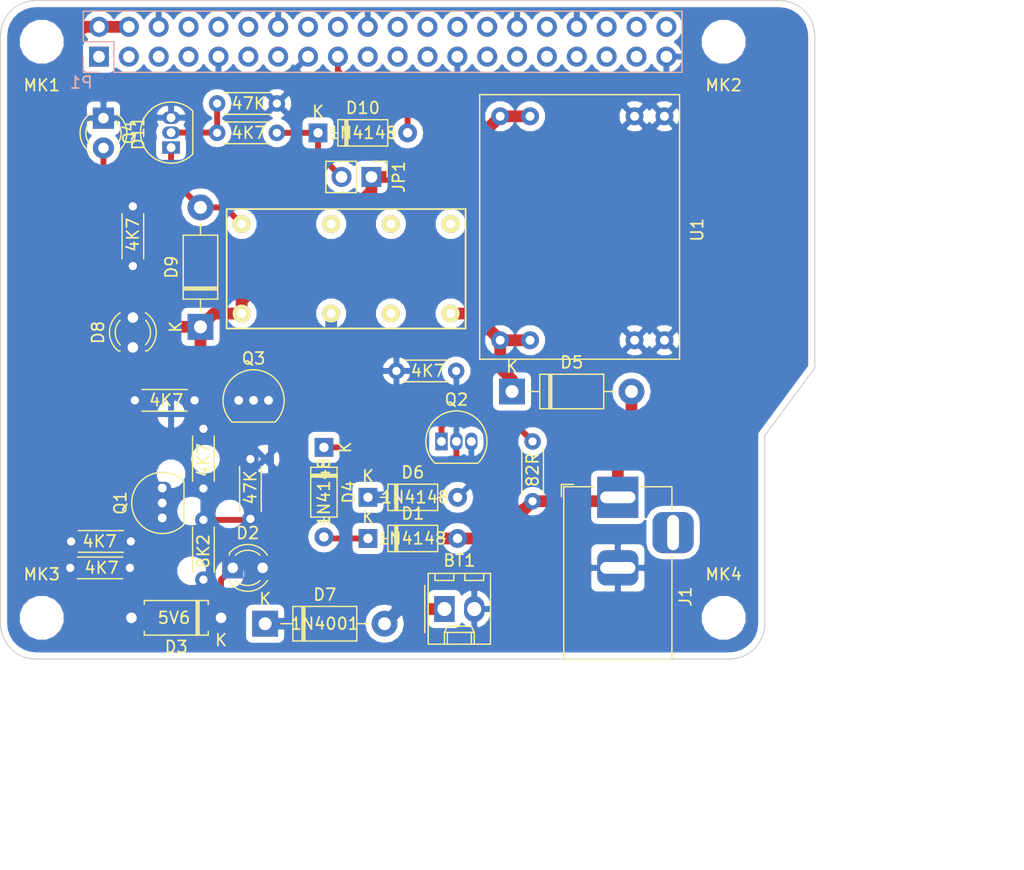
<source format=kicad_pcb>
(kicad_pcb (version 20171130) (host pcbnew "(5.0.0-rc3-dev-2-g101b68b61)")

  (general
    (thickness 1.6)
    (drawings 30)
    (tracks 121)
    (zones 0)
    (modules 36)
    (nets 23)
  )

  (page A3)
  (title_block
    (date "15 nov 2012")
  )

  (layers
    (0 F.Cu signal)
    (31 B.Cu signal)
    (32 B.Adhes user)
    (33 F.Adhes user)
    (34 B.Paste user)
    (35 F.Paste user)
    (36 B.SilkS user)
    (37 F.SilkS user)
    (38 B.Mask user)
    (39 F.Mask user)
    (40 Dwgs.User user)
    (41 Cmts.User user)
    (42 Eco1.User user)
    (43 Eco2.User user)
    (44 Edge.Cuts user)
  )

  (setup
    (last_trace_width 0.5)
    (trace_clearance 0.2)
    (zone_clearance 0.508)
    (zone_45_only no)
    (trace_min 0.1524)
    (segment_width 0.1)
    (edge_width 0.1)
    (via_size 0.9)
    (via_drill 0.6)
    (via_min_size 0.8)
    (via_min_drill 0.5)
    (uvia_size 0.5)
    (uvia_drill 0.1)
    (uvias_allowed no)
    (uvia_min_size 0.5)
    (uvia_min_drill 0.1)
    (pcb_text_width 0.3)
    (pcb_text_size 1 1)
    (mod_edge_width 0.15)
    (mod_text_size 1 1)
    (mod_text_width 0.15)
    (pad_size 2.5 2.5)
    (pad_drill 2.5)
    (pad_to_mask_clearance 0)
    (aux_axis_origin 200 150)
    (grid_origin 200 150)
    (visible_elements 7FFFFFFF)
    (pcbplotparams
      (layerselection 0x00030_80000001)
      (usegerberextensions true)
      (usegerberattributes false)
      (usegerberadvancedattributes false)
      (creategerberjobfile false)
      (excludeedgelayer true)
      (linewidth 0.150000)
      (plotframeref false)
      (viasonmask false)
      (mode 1)
      (useauxorigin false)
      (hpglpennumber 1)
      (hpglpenspeed 20)
      (hpglpendiameter 15.000000)
      (psnegative false)
      (psa4output false)
      (plotreference true)
      (plotvalue true)
      (plotinvisibletext false)
      (padsonsilk false)
      (subtractmaskfromsilk false)
      (outputformat 1)
      (mirror false)
      (drillshape 1)
      (scaleselection 1)
      (outputdirectory ""))
  )

  (net 0 "")
  (net 1 +5V)
  (net 2 GND)
  (net 3 "Net-(BT1-Pad1)")
  (net 4 "Net-(D1-Pad1)")
  (net 5 "Net-(D4-Pad1)")
  (net 6 "Net-(D5-Pad1)")
  (net 7 +9V)
  (net 8 "Net-(D10-Pad1)")
  (net 9 "Net-(Q1-Pad2)")
  (net 10 "Net-(Q3-Pad2)")
  (net 11 POWER_FAIL)
  (net 12 "Net-(D7-Pad1)")
  (net 13 "Net-(D9-Pad2)")
  (net 14 "Net-(D11-Pad2)")
  (net 15 "Net-(D2-Pad1)")
  (net 16 "Net-(D3-Pad2)")
  (net 17 "Net-(D6-Pad2)")
  (net 18 "Net-(D8-Pad1)")
  (net 19 "Net-(Q2-Pad1)")
  (net 20 "Net-(Q3-Pad1)")
  (net 21 "Net-(Q4-Pad2)")
  (net 22 +3V3)

  (net_class Default "This is the default net class."
    (clearance 0.2)
    (trace_width 0.5)
    (via_dia 0.9)
    (via_drill 0.6)
    (uvia_dia 0.5)
    (uvia_drill 0.1)
    (add_net +3V3)
    (add_net GND)
    (add_net "Net-(D1-Pad1)")
    (add_net "Net-(D10-Pad1)")
    (add_net "Net-(D11-Pad2)")
    (add_net "Net-(D2-Pad1)")
    (add_net "Net-(D3-Pad2)")
    (add_net "Net-(D4-Pad1)")
    (add_net "Net-(D6-Pad2)")
    (add_net "Net-(D8-Pad1)")
    (add_net "Net-(D9-Pad2)")
    (add_net "Net-(Q1-Pad2)")
    (add_net "Net-(Q2-Pad1)")
    (add_net "Net-(Q3-Pad1)")
    (add_net "Net-(Q3-Pad2)")
    (add_net "Net-(Q4-Pad2)")
    (add_net POWER_FAIL)
  )

  (net_class Power ""
    (clearance 0.2)
    (trace_width 1)
    (via_dia 1)
    (via_drill 0.7)
    (uvia_dia 0.5)
    (uvia_drill 0.1)
    (add_net +5V)
    (add_net +9V)
    (add_net "Net-(BT1-Pad1)")
    (add_net "Net-(D5-Pad1)")
    (add_net "Net-(D7-Pad1)")
  )

  (module MountingHole:MountingHole_2.7mm_M2.5 (layer F.Cu) (tedit 56D1B4CB) (tstamp 5A793E8A)
    (at 261.5 97.5 180)
    (descr "Mounting Hole 2.7mm, no annular, M2.5")
    (tags "mounting hole 2.7mm no annular m2.5")
    (path /5834FC19)
    (attr virtual)
    (fp_text reference MK2 (at 0 -3.7 180) (layer F.SilkS)
      (effects (font (size 1 1) (thickness 0.15)))
    )
    (fp_text value M2.5 (at 0 3.7 180) (layer F.Fab)
      (effects (font (size 1 1) (thickness 0.15)))
    )
    (fp_circle (center 0 0) (end 2.95 0) (layer F.CrtYd) (width 0.05))
    (fp_circle (center 0 0) (end 2.7 0) (layer Cmts.User) (width 0.15))
    (fp_text user %R (at 0.3 0 180) (layer F.Fab)
      (effects (font (size 1 1) (thickness 0.15)))
    )
    (pad 1 np_thru_hole circle (at 0 0 180) (size 2.7 2.7) (drill 2.7) (layers *.Cu *.Mask))
  )

  (module Connector_PinSocket_2.54mm:PinSocket_2x20_P2.54mm_Vertical (layer B.Cu) (tedit 5A19A433) (tstamp 5A793E9F)
    (at 208.37 98.77 270)
    (descr "Through hole straight socket strip, 2x20, 2.54mm pitch, double cols (from Kicad 4.0.7), script generated")
    (tags "Through hole socket strip THT 2x20 2.54mm double row")
    (path /59AD464A)
    (fp_text reference P1 (at 2.208 1.512) (layer B.SilkS)
      (effects (font (size 1 1) (thickness 0.15)) (justify mirror))
    )
    (fp_text value Conn_02x20_Odd_Even (at -1.27 -51.03 270) (layer B.Fab)
      (effects (font (size 1 1) (thickness 0.15)) (justify mirror))
    )
    (fp_line (start -3.81 1.27) (end 0.27 1.27) (layer B.Fab) (width 0.1))
    (fp_line (start 0.27 1.27) (end 1.27 0.27) (layer B.Fab) (width 0.1))
    (fp_line (start 1.27 0.27) (end 1.27 -49.53) (layer B.Fab) (width 0.1))
    (fp_line (start 1.27 -49.53) (end -3.81 -49.53) (layer B.Fab) (width 0.1))
    (fp_line (start -3.81 -49.53) (end -3.81 1.27) (layer B.Fab) (width 0.1))
    (fp_line (start -3.87 1.33) (end -1.27 1.33) (layer B.SilkS) (width 0.12))
    (fp_line (start -3.87 1.33) (end -3.87 -49.59) (layer B.SilkS) (width 0.12))
    (fp_line (start -3.87 -49.59) (end 1.33 -49.59) (layer B.SilkS) (width 0.12))
    (fp_line (start 1.33 -1.27) (end 1.33 -49.59) (layer B.SilkS) (width 0.12))
    (fp_line (start -1.27 -1.27) (end 1.33 -1.27) (layer B.SilkS) (width 0.12))
    (fp_line (start -1.27 1.33) (end -1.27 -1.27) (layer B.SilkS) (width 0.12))
    (fp_line (start 1.33 1.33) (end 1.33 0) (layer B.SilkS) (width 0.12))
    (fp_line (start 0 1.33) (end 1.33 1.33) (layer B.SilkS) (width 0.12))
    (fp_line (start -4.34 1.8) (end 1.76 1.8) (layer B.CrtYd) (width 0.05))
    (fp_line (start 1.76 1.8) (end 1.76 -50) (layer B.CrtYd) (width 0.05))
    (fp_line (start 1.76 -50) (end -4.34 -50) (layer B.CrtYd) (width 0.05))
    (fp_line (start -4.34 -50) (end -4.34 1.8) (layer B.CrtYd) (width 0.05))
    (fp_text user %R (at -1.27 -24.13 180) (layer B.Fab)
      (effects (font (size 1 1) (thickness 0.15)) (justify mirror))
    )
    (pad 1 thru_hole rect (at 0 0 270) (size 1.7 1.7) (drill 1) (layers *.Cu *.Mask))
    (pad 2 thru_hole oval (at -2.54 0 270) (size 1.7 1.7) (drill 1) (layers *.Cu *.Mask)
      (net 1 +5V))
    (pad 3 thru_hole oval (at 0 -2.54 270) (size 1.7 1.7) (drill 1) (layers *.Cu *.Mask))
    (pad 4 thru_hole oval (at -2.54 -2.54 270) (size 1.7 1.7) (drill 1) (layers *.Cu *.Mask)
      (net 1 +5V))
    (pad 5 thru_hole oval (at 0 -5.08 270) (size 1.7 1.7) (drill 1) (layers *.Cu *.Mask))
    (pad 6 thru_hole oval (at -2.54 -5.08 270) (size 1.7 1.7) (drill 1) (layers *.Cu *.Mask)
      (net 2 GND))
    (pad 7 thru_hole oval (at 0 -7.62 270) (size 1.7 1.7) (drill 1) (layers *.Cu *.Mask))
    (pad 8 thru_hole oval (at -2.54 -7.62 270) (size 1.7 1.7) (drill 1) (layers *.Cu *.Mask))
    (pad 9 thru_hole oval (at 0 -10.16 270) (size 1.7 1.7) (drill 1) (layers *.Cu *.Mask)
      (net 2 GND))
    (pad 10 thru_hole oval (at -2.54 -10.16 270) (size 1.7 1.7) (drill 1) (layers *.Cu *.Mask))
    (pad 11 thru_hole oval (at 0 -12.7 270) (size 1.7 1.7) (drill 1) (layers *.Cu *.Mask))
    (pad 12 thru_hole oval (at -2.54 -12.7 270) (size 1.7 1.7) (drill 1) (layers *.Cu *.Mask))
    (pad 13 thru_hole oval (at 0 -15.24 270) (size 1.7 1.7) (drill 1) (layers *.Cu *.Mask))
    (pad 14 thru_hole oval (at -2.54 -15.24 270) (size 1.7 1.7) (drill 1) (layers *.Cu *.Mask)
      (net 2 GND))
    (pad 15 thru_hole oval (at 0 -17.78 270) (size 1.7 1.7) (drill 1) (layers *.Cu *.Mask)
      (net 11 POWER_FAIL))
    (pad 16 thru_hole oval (at -2.54 -17.78 270) (size 1.7 1.7) (drill 1) (layers *.Cu *.Mask))
    (pad 17 thru_hole oval (at 0 -20.32 270) (size 1.7 1.7) (drill 1) (layers *.Cu *.Mask)
      (net 22 +3V3))
    (pad 18 thru_hole oval (at -2.54 -20.32 270) (size 1.7 1.7) (drill 1) (layers *.Cu *.Mask))
    (pad 19 thru_hole oval (at 0 -22.86 270) (size 1.7 1.7) (drill 1) (layers *.Cu *.Mask))
    (pad 20 thru_hole oval (at -2.54 -22.86 270) (size 1.7 1.7) (drill 1) (layers *.Cu *.Mask)
      (net 2 GND))
    (pad 21 thru_hole oval (at 0 -25.4 270) (size 1.7 1.7) (drill 1) (layers *.Cu *.Mask))
    (pad 22 thru_hole oval (at -2.54 -25.4 270) (size 1.7 1.7) (drill 1) (layers *.Cu *.Mask))
    (pad 23 thru_hole oval (at 0 -27.94 270) (size 1.7 1.7) (drill 1) (layers *.Cu *.Mask))
    (pad 24 thru_hole oval (at -2.54 -27.94 270) (size 1.7 1.7) (drill 1) (layers *.Cu *.Mask))
    (pad 25 thru_hole oval (at 0 -30.48 270) (size 1.7 1.7) (drill 1) (layers *.Cu *.Mask)
      (net 2 GND))
    (pad 26 thru_hole oval (at -2.54 -30.48 270) (size 1.7 1.7) (drill 1) (layers *.Cu *.Mask))
    (pad 27 thru_hole oval (at 0 -33.02 270) (size 1.7 1.7) (drill 1) (layers *.Cu *.Mask))
    (pad 28 thru_hole oval (at -2.54 -33.02 270) (size 1.7 1.7) (drill 1) (layers *.Cu *.Mask))
    (pad 29 thru_hole oval (at 0 -35.56 270) (size 1.7 1.7) (drill 1) (layers *.Cu *.Mask))
    (pad 30 thru_hole oval (at -2.54 -35.56 270) (size 1.7 1.7) (drill 1) (layers *.Cu *.Mask)
      (net 2 GND))
    (pad 31 thru_hole oval (at 0 -38.1 270) (size 1.7 1.7) (drill 1) (layers *.Cu *.Mask))
    (pad 32 thru_hole oval (at -2.54 -38.1 270) (size 1.7 1.7) (drill 1) (layers *.Cu *.Mask))
    (pad 33 thru_hole oval (at 0 -40.64 270) (size 1.7 1.7) (drill 1) (layers *.Cu *.Mask))
    (pad 34 thru_hole oval (at -2.54 -40.64 270) (size 1.7 1.7) (drill 1) (layers *.Cu *.Mask)
      (net 2 GND))
    (pad 35 thru_hole oval (at 0 -43.18 270) (size 1.7 1.7) (drill 1) (layers *.Cu *.Mask))
    (pad 36 thru_hole oval (at -2.54 -43.18 270) (size 1.7 1.7) (drill 1) (layers *.Cu *.Mask))
    (pad 37 thru_hole oval (at 0 -45.72 270) (size 1.7 1.7) (drill 1) (layers *.Cu *.Mask))
    (pad 38 thru_hole oval (at -2.54 -45.72 270) (size 1.7 1.7) (drill 1) (layers *.Cu *.Mask))
    (pad 39 thru_hole oval (at 0 -48.26 270) (size 1.7 1.7) (drill 1) (layers *.Cu *.Mask)
      (net 2 GND))
    (pad 40 thru_hole oval (at -2.54 -48.26 270) (size 1.7 1.7) (drill 1) (layers *.Cu *.Mask))
    (model ${KISYS3DMOD}/Connector_PinSocket_2.54mm.3dshapes/PinSocket_2x20_P2.54mm_Vertical.wrl
      (at (xyz 0 0 0))
      (scale (xyz 1 1 1))
      (rotate (xyz 0 0 0))
    )
  )

  (module MountingHole:MountingHole_2.7mm_M2.5 (layer F.Cu) (tedit 56D1B4CB) (tstamp 5A793E98)
    (at 261.5 146.5)
    (descr "Mounting Hole 2.7mm, no annular, M2.5")
    (tags "mounting hole 2.7mm no annular m2.5")
    (path /5834FC4F)
    (attr virtual)
    (fp_text reference MK4 (at 0 -3.7) (layer F.SilkS)
      (effects (font (size 1 1) (thickness 0.15)))
    )
    (fp_text value M2.5 (at 0 3.7) (layer F.Fab)
      (effects (font (size 1 1) (thickness 0.15)))
    )
    (fp_circle (center 0 0) (end 2.95 0) (layer F.CrtYd) (width 0.05))
    (fp_circle (center 0 0) (end 2.7 0) (layer Cmts.User) (width 0.15))
    (fp_text user %R (at 0.3 0) (layer F.Fab)
      (effects (font (size 1 1) (thickness 0.15)))
    )
    (pad 1 np_thru_hole circle (at 0 0) (size 2.7 2.7) (drill 2.7) (layers *.Cu *.Mask))
  )

  (module MountingHole:MountingHole_2.7mm_M2.5 (layer F.Cu) (tedit 56D1B4CB) (tstamp 5A793E91)
    (at 203.5 146.5)
    (descr "Mounting Hole 2.7mm, no annular, M2.5")
    (tags "mounting hole 2.7mm no annular m2.5")
    (path /5834FBEF)
    (attr virtual)
    (fp_text reference MK3 (at 0 -3.7) (layer F.SilkS)
      (effects (font (size 1 1) (thickness 0.15)))
    )
    (fp_text value M2.5 (at 0 3.7) (layer F.Fab)
      (effects (font (size 1 1) (thickness 0.15)))
    )
    (fp_text user %R (at 0.3 0) (layer F.Fab)
      (effects (font (size 1 1) (thickness 0.15)))
    )
    (fp_circle (center 0 0) (end 2.7 0) (layer Cmts.User) (width 0.15))
    (fp_circle (center 0 0) (end 2.95 0) (layer F.CrtYd) (width 0.05))
    (pad 1 np_thru_hole circle (at 0 0) (size 2.7 2.7) (drill 2.7) (layers *.Cu *.Mask))
  )

  (module MountingHole:MountingHole_2.7mm_M2.5 (layer F.Cu) (tedit 56D1B4CB) (tstamp 5A793E83)
    (at 203.5 97.5 180)
    (descr "Mounting Hole 2.7mm, no annular, M2.5")
    (tags "mounting hole 2.7mm no annular m2.5")
    (path /5834FB2E)
    (attr virtual)
    (fp_text reference MK1 (at 0 -3.7 180) (layer F.SilkS)
      (effects (font (size 1 1) (thickness 0.15)))
    )
    (fp_text value M2.5 (at 0 3.7 180) (layer F.Fab)
      (effects (font (size 1 1) (thickness 0.15)))
    )
    (fp_text user %R (at 0.3 0 180) (layer F.Fab)
      (effects (font (size 1 1) (thickness 0.15)))
    )
    (fp_circle (center 0 0) (end 2.7 0) (layer Cmts.User) (width 0.15))
    (fp_circle (center 0 0) (end 2.95 0) (layer F.CrtYd) (width 0.05))
    (pad 1 np_thru_hole circle (at 0 0 180) (size 2.7 2.7) (drill 2.7) (layers *.Cu *.Mask))
  )

  (module Connector_Molex:Molex_KK-254_AE-6410-02A_1x02_P2.54mm_Vertical (layer F.Cu) (tedit 5A15A247) (tstamp 5B566B10)
    (at 237.75 145.75)
    (descr "Molex KK-254 Interconnect System, old/engineering part number: AE-6410-02A example for new part number: 22-27-2021, 2 Pins (http://www.molex.com/pdm_docs/sd/022272021_sd.pdf), generated with kicad-footprint-generator")
    (tags "connector Molex KK-254 side entry")
    (path /5B3B41CD)
    (fp_text reference BT1 (at 1.27 -4.12) (layer F.SilkS)
      (effects (font (size 1 1) (thickness 0.15)))
    )
    (fp_text value "6x AA NiMh" (at 1.27 4.08) (layer F.Fab)
      (effects (font (size 1 1) (thickness 0.15)))
    )
    (fp_line (start -1.27 -2.92) (end -1.27 2.88) (layer F.Fab) (width 0.1))
    (fp_line (start -1.27 2.88) (end 3.81 2.88) (layer F.Fab) (width 0.1))
    (fp_line (start 3.81 2.88) (end 3.81 -2.92) (layer F.Fab) (width 0.1))
    (fp_line (start 3.81 -2.92) (end -1.27 -2.92) (layer F.Fab) (width 0.1))
    (fp_line (start -1.38 -3.03) (end -1.38 2.99) (layer F.SilkS) (width 0.12))
    (fp_line (start -1.38 2.99) (end 3.92 2.99) (layer F.SilkS) (width 0.12))
    (fp_line (start 3.92 2.99) (end 3.92 -3.03) (layer F.SilkS) (width 0.12))
    (fp_line (start 3.92 -3.03) (end -1.38 -3.03) (layer F.SilkS) (width 0.12))
    (fp_line (start -1.67 -2) (end -1.67 2) (layer F.SilkS) (width 0.12))
    (fp_line (start -1.27 -0.5) (end -0.562893 0) (layer F.Fab) (width 0.1))
    (fp_line (start -0.562893 0) (end -1.27 0.5) (layer F.Fab) (width 0.1))
    (fp_line (start 0 2.99) (end 0 1.99) (layer F.SilkS) (width 0.12))
    (fp_line (start 0 1.99) (end 2.54 1.99) (layer F.SilkS) (width 0.12))
    (fp_line (start 2.54 1.99) (end 2.54 2.99) (layer F.SilkS) (width 0.12))
    (fp_line (start 0 1.99) (end 0.25 1.46) (layer F.SilkS) (width 0.12))
    (fp_line (start 0.25 1.46) (end 2.29 1.46) (layer F.SilkS) (width 0.12))
    (fp_line (start 2.29 1.46) (end 2.54 1.99) (layer F.SilkS) (width 0.12))
    (fp_line (start 0.25 2.99) (end 0.25 1.99) (layer F.SilkS) (width 0.12))
    (fp_line (start 2.29 2.99) (end 2.29 1.99) (layer F.SilkS) (width 0.12))
    (fp_line (start -0.8 -3.03) (end -0.8 -2.43) (layer F.SilkS) (width 0.12))
    (fp_line (start -0.8 -2.43) (end 0.8 -2.43) (layer F.SilkS) (width 0.12))
    (fp_line (start 0.8 -2.43) (end 0.8 -3.03) (layer F.SilkS) (width 0.12))
    (fp_line (start 1.74 -3.03) (end 1.74 -2.43) (layer F.SilkS) (width 0.12))
    (fp_line (start 1.74 -2.43) (end 3.34 -2.43) (layer F.SilkS) (width 0.12))
    (fp_line (start 3.34 -2.43) (end 3.34 -3.03) (layer F.SilkS) (width 0.12))
    (fp_line (start -1.77 -3.42) (end -1.77 3.38) (layer F.CrtYd) (width 0.05))
    (fp_line (start -1.77 3.38) (end 4.31 3.38) (layer F.CrtYd) (width 0.05))
    (fp_line (start 4.31 3.38) (end 4.31 -3.42) (layer F.CrtYd) (width 0.05))
    (fp_line (start 4.31 -3.42) (end -1.77 -3.42) (layer F.CrtYd) (width 0.05))
    (fp_text user %R (at 1.27 -2.22) (layer F.Fab)
      (effects (font (size 1 1) (thickness 0.15)))
    )
    (pad 1 thru_hole rect (at 0 0) (size 1.74 2.2) (drill 1.2) (layers *.Cu *.Mask)
      (net 3 "Net-(BT1-Pad1)"))
    (pad 2 thru_hole oval (at 2.54 0) (size 1.74 2.2) (drill 1.2) (layers *.Cu *.Mask)
      (net 2 GND))
    (model ${KISYS3DMOD}/Connector_Molex.3dshapes/Molex_KK-254_AE-6410-02A_1x02_P2.54mm_Vertical.wrl
      (at (xyz 0 0 0))
      (scale (xyz 1 1 1))
      (rotate (xyz 0 0 0))
    )
  )

  (module Diode_THT:D_DO-35_SOD27_P7.62mm_Horizontal (layer F.Cu) (tedit 5B3F5302) (tstamp 5B566BB3)
    (at 231.25 139.75)
    (descr "Diode, DO-35_SOD27 series, Axial, Horizontal, pin pitch=7.62mm, , length*diameter=4*2mm^2, , http://www.diodes.com/_files/packages/DO-35.pdf")
    (tags "Diode DO-35_SOD27 series Axial Horizontal pin pitch 7.62mm  length 4mm diameter 2mm")
    (path /5B3BA855)
    (fp_text reference D1 (at 3.81 -2.12) (layer F.SilkS)
      (effects (font (size 1 1) (thickness 0.15)))
    )
    (fp_text value 1N4148 (at 3.75 0) (layer F.SilkS)
      (effects (font (size 1 1) (thickness 0.15)))
    )
    (fp_line (start 1.81 -1) (end 1.81 1) (layer F.Fab) (width 0.1))
    (fp_line (start 1.81 1) (end 5.81 1) (layer F.Fab) (width 0.1))
    (fp_line (start 5.81 1) (end 5.81 -1) (layer F.Fab) (width 0.1))
    (fp_line (start 5.81 -1) (end 1.81 -1) (layer F.Fab) (width 0.1))
    (fp_line (start 0 0) (end 1.81 0) (layer F.Fab) (width 0.1))
    (fp_line (start 7.62 0) (end 5.81 0) (layer F.Fab) (width 0.1))
    (fp_line (start 2.41 -1) (end 2.41 1) (layer F.Fab) (width 0.1))
    (fp_line (start 2.51 -1) (end 2.51 1) (layer F.Fab) (width 0.1))
    (fp_line (start 2.31 -1) (end 2.31 1) (layer F.Fab) (width 0.1))
    (fp_line (start 1.69 -1.12) (end 1.69 1.12) (layer F.SilkS) (width 0.12))
    (fp_line (start 1.69 1.12) (end 5.93 1.12) (layer F.SilkS) (width 0.12))
    (fp_line (start 5.93 1.12) (end 5.93 -1.12) (layer F.SilkS) (width 0.12))
    (fp_line (start 5.93 -1.12) (end 1.69 -1.12) (layer F.SilkS) (width 0.12))
    (fp_line (start 1.04 0) (end 1.69 0) (layer F.SilkS) (width 0.12))
    (fp_line (start 6.58 0) (end 5.93 0) (layer F.SilkS) (width 0.12))
    (fp_line (start 2.41 -1.12) (end 2.41 1.12) (layer F.SilkS) (width 0.12))
    (fp_line (start 2.53 -1.12) (end 2.53 1.12) (layer F.SilkS) (width 0.12))
    (fp_line (start 2.29 -1.12) (end 2.29 1.12) (layer F.SilkS) (width 0.12))
    (fp_line (start -1.05 -1.25) (end -1.05 1.25) (layer F.CrtYd) (width 0.05))
    (fp_line (start -1.05 1.25) (end 8.67 1.25) (layer F.CrtYd) (width 0.05))
    (fp_line (start 8.67 1.25) (end 8.67 -1.25) (layer F.CrtYd) (width 0.05))
    (fp_line (start 8.67 -1.25) (end -1.05 -1.25) (layer F.CrtYd) (width 0.05))
    (fp_text user %R (at 4.11 0) (layer F.Fab)
      (effects (font (size 0.8 0.8) (thickness 0.12)))
    )
    (fp_text user K (at 0 -1.8) (layer F.Fab)
      (effects (font (size 1 1) (thickness 0.15)))
    )
    (fp_text user K (at 0 -1.8) (layer F.SilkS)
      (effects (font (size 1 1) (thickness 0.15)))
    )
    (pad 1 thru_hole rect (at 0 0) (size 1.6 1.6) (drill 0.8) (layers *.Cu *.Mask)
      (net 4 "Net-(D1-Pad1)"))
    (pad 2 thru_hole oval (at 7.62 0) (size 1.6 1.6) (drill 0.8) (layers *.Cu *.Mask)
      (net 7 +9V))
    (model ${KISYS3DMOD}/Diode_THT.3dshapes/D_DO-35_SOD27_P7.62mm_Horizontal.wrl
      (at (xyz 0 0 0))
      (scale (xyz 1 1 1))
      (rotate (xyz 0 0 0))
    )
  )

  (module Diode_THT:D_DO-35_SOD27_P7.62mm_Horizontal (layer F.Cu) (tedit 5B3F52F1) (tstamp 5B566C42)
    (at 231.25 136.25)
    (descr "Diode, DO-35_SOD27 series, Axial, Horizontal, pin pitch=7.62mm, , length*diameter=4*2mm^2, , http://www.diodes.com/_files/packages/DO-35.pdf")
    (tags "Diode DO-35_SOD27 series Axial Horizontal pin pitch 7.62mm  length 4mm diameter 2mm")
    (path /5B3BA0CE)
    (fp_text reference D6 (at 3.81 -2.12) (layer F.SilkS)
      (effects (font (size 1 1) (thickness 0.15)))
    )
    (fp_text value 1N4148 (at 4 0) (layer F.SilkS)
      (effects (font (size 1 1) (thickness 0.15)))
    )
    (fp_text user K (at 0 -1.8) (layer F.SilkS)
      (effects (font (size 1 1) (thickness 0.15)))
    )
    (fp_text user K (at 0 -1.8) (layer F.Fab)
      (effects (font (size 1 1) (thickness 0.15)))
    )
    (fp_text user %R (at 4.11 0) (layer F.Fab)
      (effects (font (size 0.8 0.8) (thickness 0.12)))
    )
    (fp_line (start 8.67 -1.25) (end -1.05 -1.25) (layer F.CrtYd) (width 0.05))
    (fp_line (start 8.67 1.25) (end 8.67 -1.25) (layer F.CrtYd) (width 0.05))
    (fp_line (start -1.05 1.25) (end 8.67 1.25) (layer F.CrtYd) (width 0.05))
    (fp_line (start -1.05 -1.25) (end -1.05 1.25) (layer F.CrtYd) (width 0.05))
    (fp_line (start 2.29 -1.12) (end 2.29 1.12) (layer F.SilkS) (width 0.12))
    (fp_line (start 2.53 -1.12) (end 2.53 1.12) (layer F.SilkS) (width 0.12))
    (fp_line (start 2.41 -1.12) (end 2.41 1.12) (layer F.SilkS) (width 0.12))
    (fp_line (start 6.58 0) (end 5.93 0) (layer F.SilkS) (width 0.12))
    (fp_line (start 1.04 0) (end 1.69 0) (layer F.SilkS) (width 0.12))
    (fp_line (start 5.93 -1.12) (end 1.69 -1.12) (layer F.SilkS) (width 0.12))
    (fp_line (start 5.93 1.12) (end 5.93 -1.12) (layer F.SilkS) (width 0.12))
    (fp_line (start 1.69 1.12) (end 5.93 1.12) (layer F.SilkS) (width 0.12))
    (fp_line (start 1.69 -1.12) (end 1.69 1.12) (layer F.SilkS) (width 0.12))
    (fp_line (start 2.31 -1) (end 2.31 1) (layer F.Fab) (width 0.1))
    (fp_line (start 2.51 -1) (end 2.51 1) (layer F.Fab) (width 0.1))
    (fp_line (start 2.41 -1) (end 2.41 1) (layer F.Fab) (width 0.1))
    (fp_line (start 7.62 0) (end 5.81 0) (layer F.Fab) (width 0.1))
    (fp_line (start 0 0) (end 1.81 0) (layer F.Fab) (width 0.1))
    (fp_line (start 5.81 -1) (end 1.81 -1) (layer F.Fab) (width 0.1))
    (fp_line (start 5.81 1) (end 5.81 -1) (layer F.Fab) (width 0.1))
    (fp_line (start 1.81 1) (end 5.81 1) (layer F.Fab) (width 0.1))
    (fp_line (start 1.81 -1) (end 1.81 1) (layer F.Fab) (width 0.1))
    (pad 2 thru_hole oval (at 7.62 0) (size 1.6 1.6) (drill 0.8) (layers *.Cu *.Mask)
      (net 17 "Net-(D6-Pad2)"))
    (pad 1 thru_hole rect (at 0 0) (size 1.6 1.6) (drill 0.8) (layers *.Cu *.Mask)
      (net 3 "Net-(BT1-Pad1)"))
    (model ${KISYS3DMOD}/Diode_THT.3dshapes/D_DO-35_SOD27_P7.62mm_Horizontal.wrl
      (at (xyz 0 0 0))
      (scale (xyz 1 1 1))
      (rotate (xyz 0 0 0))
    )
  )

  (module Package_TO_SOT_THT:TO-92_Inline (layer F.Cu) (tedit 5A1DD157) (tstamp 5B566CD0)
    (at 213.75 138 90)
    (descr "TO-92 leads in-line, narrow, oval pads, drill 0.75mm (see NXP sot054_po.pdf)")
    (tags "to-92 sc-43 sc-43a sot54 PA33 transistor")
    (path /5B51B5AE)
    (fp_text reference Q1 (at 1.27 -3.56 90) (layer F.SilkS)
      (effects (font (size 1 1) (thickness 0.15)))
    )
    (fp_text value BC547 (at 1.27 2.79 90) (layer F.Fab)
      (effects (font (size 1 1) (thickness 0.15)))
    )
    (fp_arc (start 1.27 0) (end 1.27 -2.6) (angle 135) (layer F.SilkS) (width 0.12))
    (fp_arc (start 1.27 0) (end 1.27 -2.48) (angle -135) (layer F.Fab) (width 0.1))
    (fp_arc (start 1.27 0) (end 1.27 -2.6) (angle -135) (layer F.SilkS) (width 0.12))
    (fp_arc (start 1.27 0) (end 1.27 -2.48) (angle 135) (layer F.Fab) (width 0.1))
    (fp_line (start 4 2.01) (end -1.46 2.01) (layer F.CrtYd) (width 0.05))
    (fp_line (start 4 2.01) (end 4 -2.73) (layer F.CrtYd) (width 0.05))
    (fp_line (start -1.46 -2.73) (end -1.46 2.01) (layer F.CrtYd) (width 0.05))
    (fp_line (start -1.46 -2.73) (end 4 -2.73) (layer F.CrtYd) (width 0.05))
    (fp_line (start -0.5 1.75) (end 3 1.75) (layer F.Fab) (width 0.1))
    (fp_line (start -0.53 1.85) (end 3.07 1.85) (layer F.SilkS) (width 0.12))
    (fp_text user %R (at 1.27 -3.56 90) (layer F.Fab)
      (effects (font (size 1 1) (thickness 0.15)))
    )
    (pad 1 thru_hole rect (at 0 0 90) (size 1.05 1.5) (drill 0.75) (layers *.Cu *.Mask)
      (net 11 POWER_FAIL))
    (pad 3 thru_hole oval (at 2.54 0 90) (size 1.05 1.5) (drill 0.75) (layers *.Cu *.Mask)
      (net 2 GND))
    (pad 2 thru_hole oval (at 1.27 0 90) (size 1.05 1.5) (drill 0.75) (layers *.Cu *.Mask)
      (net 9 "Net-(Q1-Pad2)"))
    (model ${KISYS3DMOD}/Package_TO_SOT_THT.3dshapes/TO-92_Inline.wrl
      (at (xyz 0 0 0))
      (scale (xyz 1 1 1))
      (rotate (xyz 0 0 0))
    )
  )

  (module Package_TO_SOT_THT:TO-92_Inline (layer F.Cu) (tedit 5A1DD157) (tstamp 5B6135E6)
    (at 237.5 131.5)
    (descr "TO-92 leads in-line, narrow, oval pads, drill 0.75mm (see NXP sot054_po.pdf)")
    (tags "to-92 sc-43 sc-43a sot54 PA33 transistor")
    (path /5B3B9013)
    (fp_text reference Q2 (at 1.27 -3.56) (layer F.SilkS)
      (effects (font (size 1 1) (thickness 0.15)))
    )
    (fp_text value BC557 (at 1.27 2.79) (layer F.Fab)
      (effects (font (size 1 1) (thickness 0.15)))
    )
    (fp_arc (start 1.27 0) (end 1.27 -2.6) (angle 135) (layer F.SilkS) (width 0.12))
    (fp_arc (start 1.27 0) (end 1.27 -2.48) (angle -135) (layer F.Fab) (width 0.1))
    (fp_arc (start 1.27 0) (end 1.27 -2.6) (angle -135) (layer F.SilkS) (width 0.12))
    (fp_arc (start 1.27 0) (end 1.27 -2.48) (angle 135) (layer F.Fab) (width 0.1))
    (fp_line (start 4 2.01) (end -1.46 2.01) (layer F.CrtYd) (width 0.05))
    (fp_line (start 4 2.01) (end 4 -2.73) (layer F.CrtYd) (width 0.05))
    (fp_line (start -1.46 -2.73) (end -1.46 2.01) (layer F.CrtYd) (width 0.05))
    (fp_line (start -1.46 -2.73) (end 4 -2.73) (layer F.CrtYd) (width 0.05))
    (fp_line (start -0.5 1.75) (end 3 1.75) (layer F.Fab) (width 0.1))
    (fp_line (start -0.53 1.85) (end 3.07 1.85) (layer F.SilkS) (width 0.12))
    (fp_text user %R (at 1.27 -3.56) (layer F.Fab)
      (effects (font (size 1 1) (thickness 0.15)))
    )
    (pad 1 thru_hole rect (at 0 0) (size 1.05 1.5) (drill 0.75) (layers *.Cu *.Mask)
      (net 19 "Net-(Q2-Pad1)"))
    (pad 3 thru_hole oval (at 2.54 0) (size 1.05 1.5) (drill 0.75) (layers *.Cu *.Mask)
      (net 17 "Net-(D6-Pad2)"))
    (pad 2 thru_hole oval (at 1.27 0) (size 1.05 1.5) (drill 0.75) (layers *.Cu *.Mask)
      (net 5 "Net-(D4-Pad1)"))
    (model ${KISYS3DMOD}/Package_TO_SOT_THT.3dshapes/TO-92_Inline.wrl
      (at (xyz 0 0 0))
      (scale (xyz 1 1 1))
      (rotate (xyz 0 0 0))
    )
  )

  (module Package_TO_SOT_THT:TO-92_Inline (layer F.Cu) (tedit 5A1DD157) (tstamp 5B613439)
    (at 220.25 128)
    (descr "TO-92 leads in-line, narrow, oval pads, drill 0.75mm (see NXP sot054_po.pdf)")
    (tags "to-92 sc-43 sc-43a sot54 PA33 transistor")
    (path /5B3BACFE)
    (fp_text reference Q3 (at 1.27 -3.56) (layer F.SilkS)
      (effects (font (size 1 1) (thickness 0.15)))
    )
    (fp_text value BC547 (at 1.27 2.79) (layer F.Fab)
      (effects (font (size 1 1) (thickness 0.15)))
    )
    (fp_text user %R (at 1.27 -3.56) (layer F.Fab)
      (effects (font (size 1 1) (thickness 0.15)))
    )
    (fp_line (start -0.53 1.85) (end 3.07 1.85) (layer F.SilkS) (width 0.12))
    (fp_line (start -0.5 1.75) (end 3 1.75) (layer F.Fab) (width 0.1))
    (fp_line (start -1.46 -2.73) (end 4 -2.73) (layer F.CrtYd) (width 0.05))
    (fp_line (start -1.46 -2.73) (end -1.46 2.01) (layer F.CrtYd) (width 0.05))
    (fp_line (start 4 2.01) (end 4 -2.73) (layer F.CrtYd) (width 0.05))
    (fp_line (start 4 2.01) (end -1.46 2.01) (layer F.CrtYd) (width 0.05))
    (fp_arc (start 1.27 0) (end 1.27 -2.48) (angle 135) (layer F.Fab) (width 0.1))
    (fp_arc (start 1.27 0) (end 1.27 -2.6) (angle -135) (layer F.SilkS) (width 0.12))
    (fp_arc (start 1.27 0) (end 1.27 -2.48) (angle -135) (layer F.Fab) (width 0.1))
    (fp_arc (start 1.27 0) (end 1.27 -2.6) (angle 135) (layer F.SilkS) (width 0.12))
    (pad 2 thru_hole oval (at 1.27 0) (size 1.05 1.5) (drill 0.75) (layers *.Cu *.Mask)
      (net 10 "Net-(Q3-Pad2)"))
    (pad 3 thru_hole oval (at 2.54 0) (size 1.05 1.5) (drill 0.75) (layers *.Cu *.Mask)
      (net 2 GND))
    (pad 1 thru_hole rect (at 0 0) (size 1.05 1.5) (drill 0.75) (layers *.Cu *.Mask)
      (net 20 "Net-(Q3-Pad1)"))
    (model ${KISYS3DMOD}/Package_TO_SOT_THT.3dshapes/TO-92_Inline.wrl
      (at (xyz 0 0 0))
      (scale (xyz 1 1 1))
      (rotate (xyz 0 0 0))
    )
  )

  (module Package_TO_SOT_THT:TO-92_Inline (layer F.Cu) (tedit 5A1DD157) (tstamp 5B613406)
    (at 214.5 106.5 90)
    (descr "TO-92 leads in-line, narrow, oval pads, drill 0.75mm (see NXP sot054_po.pdf)")
    (tags "to-92 sc-43 sc-43a sot54 PA33 transistor")
    (path /5B3B9780)
    (fp_text reference Q4 (at 1.27 -3.56 90) (layer F.SilkS)
      (effects (font (size 1 1) (thickness 0.15)))
    )
    (fp_text value BC547 (at 1.27 2.79 90) (layer F.Fab)
      (effects (font (size 1 1) (thickness 0.15)))
    )
    (fp_text user %R (at 1.27 -3.56 90) (layer F.Fab)
      (effects (font (size 1 1) (thickness 0.15)))
    )
    (fp_line (start -0.53 1.85) (end 3.07 1.85) (layer F.SilkS) (width 0.12))
    (fp_line (start -0.5 1.75) (end 3 1.75) (layer F.Fab) (width 0.1))
    (fp_line (start -1.46 -2.73) (end 4 -2.73) (layer F.CrtYd) (width 0.05))
    (fp_line (start -1.46 -2.73) (end -1.46 2.01) (layer F.CrtYd) (width 0.05))
    (fp_line (start 4 2.01) (end 4 -2.73) (layer F.CrtYd) (width 0.05))
    (fp_line (start 4 2.01) (end -1.46 2.01) (layer F.CrtYd) (width 0.05))
    (fp_arc (start 1.27 0) (end 1.27 -2.48) (angle 135) (layer F.Fab) (width 0.1))
    (fp_arc (start 1.27 0) (end 1.27 -2.6) (angle -135) (layer F.SilkS) (width 0.12))
    (fp_arc (start 1.27 0) (end 1.27 -2.48) (angle -135) (layer F.Fab) (width 0.1))
    (fp_arc (start 1.27 0) (end 1.27 -2.6) (angle 135) (layer F.SilkS) (width 0.12))
    (pad 2 thru_hole oval (at 1.27 0 90) (size 1.05 1.5) (drill 0.75) (layers *.Cu *.Mask)
      (net 21 "Net-(Q4-Pad2)"))
    (pad 3 thru_hole oval (at 2.54 0 90) (size 1.05 1.5) (drill 0.75) (layers *.Cu *.Mask)
      (net 2 GND))
    (pad 1 thru_hole rect (at 0 0 90) (size 1.05 1.5) (drill 0.75) (layers *.Cu *.Mask)
      (net 13 "Net-(D9-Pad2)"))
    (model ${KISYS3DMOD}/Package_TO_SOT_THT.3dshapes/TO-92_Inline.wrl
      (at (xyz 0 0 0))
      (scale (xyz 1 1 1))
      (rotate (xyz 0 0 0))
    )
  )

  (module Resistor_THT:R_Axial_DIN0204_L3.6mm_D1.6mm_P5.08mm_Horizontal (layer F.Cu) (tedit 5AFD4CB0) (tstamp 5B613F0E)
    (at 211 142.25 180)
    (descr "Resistor, Axial_DIN0204 series, Axial, Horizontal, pin pitch=5.08mm, 0.167W, length*diameter=3.6*1.6mm^2, http://cdn-reichelt.de/documents/datenblatt/B400/1_4W%23YAG.pdf")
    (tags "Resistor Axial_DIN0204 series Axial Horizontal pin pitch 5.08mm 0.167W length 3.6mm diameter 1.6mm")
    (path /5B3BA8F8)
    (fp_text reference R1 (at 2.54 -1.92 180) (layer F.SilkS) hide
      (effects (font (size 1 1) (thickness 0.15)))
    )
    (fp_text value 4K7 (at 2.413 0 180) (layer F.SilkS)
      (effects (font (size 1 1) (thickness 0.15)))
    )
    (fp_text user %R (at 2.794 1.778 180) (layer F.Fab)
      (effects (font (size 0.72 0.72) (thickness 0.108)))
    )
    (fp_line (start 6.03 -1.05) (end -0.95 -1.05) (layer F.CrtYd) (width 0.05))
    (fp_line (start 6.03 1.05) (end 6.03 -1.05) (layer F.CrtYd) (width 0.05))
    (fp_line (start -0.95 1.05) (end 6.03 1.05) (layer F.CrtYd) (width 0.05))
    (fp_line (start -0.95 -1.05) (end -0.95 1.05) (layer F.CrtYd) (width 0.05))
    (fp_line (start 0.62 0.92) (end 4.46 0.92) (layer F.SilkS) (width 0.12))
    (fp_line (start 0.62 -0.92) (end 4.46 -0.92) (layer F.SilkS) (width 0.12))
    (fp_line (start 5.08 0) (end 4.34 0) (layer F.Fab) (width 0.1))
    (fp_line (start 0 0) (end 0.74 0) (layer F.Fab) (width 0.1))
    (fp_line (start 4.34 -0.8) (end 0.74 -0.8) (layer F.Fab) (width 0.1))
    (fp_line (start 4.34 0.8) (end 4.34 -0.8) (layer F.Fab) (width 0.1))
    (fp_line (start 0.74 0.8) (end 4.34 0.8) (layer F.Fab) (width 0.1))
    (fp_line (start 0.74 -0.8) (end 0.74 0.8) (layer F.Fab) (width 0.1))
    (pad 2 thru_hole oval (at 5.08 0 180) (size 1.4 1.4) (drill 0.7) (layers *.Cu *.Mask)
      (net 9 "Net-(Q1-Pad2)"))
    (pad 1 thru_hole circle (at 0 0 180) (size 1.4 1.4) (drill 0.7) (layers *.Cu *.Mask)
      (net 16 "Net-(D3-Pad2)"))
    (model ${KISYS3DMOD}/Resistor_THT.3dshapes/R_Axial_DIN0204_L3.6mm_D1.6mm_P5.08mm_Horizontal.wrl
      (at (xyz 0 0 0))
      (scale (xyz 1 1 1))
      (rotate (xyz 0 0 0))
    )
  )

  (module Resistor_THT:R_Axial_DIN0204_L3.6mm_D1.6mm_P5.08mm_Horizontal (layer F.Cu) (tedit 5AFD4CB0) (tstamp 5B566D3E)
    (at 206 140)
    (descr "Resistor, Axial_DIN0204 series, Axial, Horizontal, pin pitch=5.08mm, 0.167W, length*diameter=3.6*1.6mm^2, http://cdn-reichelt.de/documents/datenblatt/B400/1_4W%23YAG.pdf")
    (tags "Resistor Axial_DIN0204 series Axial Horizontal pin pitch 5.08mm 0.167W length 3.6mm diameter 1.6mm")
    (path /5B3BADC5)
    (fp_text reference R2 (at 2.54 -1.92) (layer F.SilkS) hide
      (effects (font (size 1 1) (thickness 0.15)))
    )
    (fp_text value 4K7 (at 2.413 0) (layer F.SilkS)
      (effects (font (size 1 1) (thickness 0.15)))
    )
    (fp_text user %R (at 2.794 1.778) (layer F.Fab)
      (effects (font (size 0.72 0.72) (thickness 0.108)))
    )
    (fp_line (start 6.03 -1.05) (end -0.95 -1.05) (layer F.CrtYd) (width 0.05))
    (fp_line (start 6.03 1.05) (end 6.03 -1.05) (layer F.CrtYd) (width 0.05))
    (fp_line (start -0.95 1.05) (end 6.03 1.05) (layer F.CrtYd) (width 0.05))
    (fp_line (start -0.95 -1.05) (end -0.95 1.05) (layer F.CrtYd) (width 0.05))
    (fp_line (start 0.62 0.92) (end 4.46 0.92) (layer F.SilkS) (width 0.12))
    (fp_line (start 0.62 -0.92) (end 4.46 -0.92) (layer F.SilkS) (width 0.12))
    (fp_line (start 5.08 0) (end 4.34 0) (layer F.Fab) (width 0.1))
    (fp_line (start 0 0) (end 0.74 0) (layer F.Fab) (width 0.1))
    (fp_line (start 4.34 -0.8) (end 0.74 -0.8) (layer F.Fab) (width 0.1))
    (fp_line (start 4.34 0.8) (end 4.34 -0.8) (layer F.Fab) (width 0.1))
    (fp_line (start 0.74 0.8) (end 4.34 0.8) (layer F.Fab) (width 0.1))
    (fp_line (start 0.74 -0.8) (end 0.74 0.8) (layer F.Fab) (width 0.1))
    (pad 2 thru_hole oval (at 5.08 0) (size 1.4 1.4) (drill 0.7) (layers *.Cu *.Mask)
      (net 2 GND))
    (pad 1 thru_hole circle (at 0 0) (size 1.4 1.4) (drill 0.7) (layers *.Cu *.Mask)
      (net 9 "Net-(Q1-Pad2)"))
    (model ${KISYS3DMOD}/Resistor_THT.3dshapes/R_Axial_DIN0204_L3.6mm_D1.6mm_P5.08mm_Horizontal.wrl
      (at (xyz 0 0 0))
      (scale (xyz 1 1 1))
      (rotate (xyz 0 0 0))
    )
  )

  (module Resistor_THT:R_Axial_DIN0204_L3.6mm_D1.6mm_P5.08mm_Horizontal (layer F.Cu) (tedit 5AFD4CB0) (tstamp 5B6135B1)
    (at 245.25 131.5 270)
    (descr "Resistor, Axial_DIN0204 series, Axial, Horizontal, pin pitch=5.08mm, 0.167W, length*diameter=3.6*1.6mm^2, http://cdn-reichelt.de/documents/datenblatt/B400/1_4W%23YAG.pdf")
    (tags "Resistor Axial_DIN0204 series Axial Horizontal pin pitch 5.08mm 0.167W length 3.6mm diameter 1.6mm")
    (path /5B3BA1B1)
    (fp_text reference R3 (at 2.54 -1.92 270) (layer F.SilkS) hide
      (effects (font (size 1 1) (thickness 0.15)))
    )
    (fp_text value 82R (at 2.413 0 270) (layer F.SilkS)
      (effects (font (size 1 1) (thickness 0.15)))
    )
    (fp_text user %R (at 2.794 1.778 270) (layer F.Fab)
      (effects (font (size 0.72 0.72) (thickness 0.108)))
    )
    (fp_line (start 6.03 -1.05) (end -0.95 -1.05) (layer F.CrtYd) (width 0.05))
    (fp_line (start 6.03 1.05) (end 6.03 -1.05) (layer F.CrtYd) (width 0.05))
    (fp_line (start -0.95 1.05) (end 6.03 1.05) (layer F.CrtYd) (width 0.05))
    (fp_line (start -0.95 -1.05) (end -0.95 1.05) (layer F.CrtYd) (width 0.05))
    (fp_line (start 0.62 0.92) (end 4.46 0.92) (layer F.SilkS) (width 0.12))
    (fp_line (start 0.62 -0.92) (end 4.46 -0.92) (layer F.SilkS) (width 0.12))
    (fp_line (start 5.08 0) (end 4.34 0) (layer F.Fab) (width 0.1))
    (fp_line (start 0 0) (end 0.74 0) (layer F.Fab) (width 0.1))
    (fp_line (start 4.34 -0.8) (end 0.74 -0.8) (layer F.Fab) (width 0.1))
    (fp_line (start 4.34 0.8) (end 4.34 -0.8) (layer F.Fab) (width 0.1))
    (fp_line (start 0.74 0.8) (end 4.34 0.8) (layer F.Fab) (width 0.1))
    (fp_line (start 0.74 -0.8) (end 0.74 0.8) (layer F.Fab) (width 0.1))
    (pad 2 thru_hole oval (at 5.08 0 270) (size 1.4 1.4) (drill 0.7) (layers *.Cu *.Mask)
      (net 7 +9V))
    (pad 1 thru_hole circle (at 0 0 270) (size 1.4 1.4) (drill 0.7) (layers *.Cu *.Mask)
      (net 19 "Net-(Q2-Pad1)"))
    (model ${KISYS3DMOD}/Resistor_THT.3dshapes/R_Axial_DIN0204_L3.6mm_D1.6mm_P5.08mm_Horizontal.wrl
      (at (xyz 0 0 0))
      (scale (xyz 1 1 1))
      (rotate (xyz 0 0 0))
    )
  )

  (module Resistor_THT:R_Axial_DIN0204_L3.6mm_D1.6mm_P5.08mm_Horizontal (layer F.Cu) (tedit 5AFD4CB0) (tstamp 5B566D64)
    (at 217.25 135.5 90)
    (descr "Resistor, Axial_DIN0204 series, Axial, Horizontal, pin pitch=5.08mm, 0.167W, length*diameter=3.6*1.6mm^2, http://cdn-reichelt.de/documents/datenblatt/B400/1_4W%23YAG.pdf")
    (tags "Resistor Axial_DIN0204 series Axial Horizontal pin pitch 5.08mm 0.167W length 3.6mm diameter 1.6mm")
    (path /5B3BA25B)
    (fp_text reference R4 (at 2.54 -1.92 90) (layer F.SilkS) hide
      (effects (font (size 1 1) (thickness 0.15)))
    )
    (fp_text value 4K7 (at 2.413 0 90) (layer F.SilkS)
      (effects (font (size 1 1) (thickness 0.15)))
    )
    (fp_line (start 0.74 -0.8) (end 0.74 0.8) (layer F.Fab) (width 0.1))
    (fp_line (start 0.74 0.8) (end 4.34 0.8) (layer F.Fab) (width 0.1))
    (fp_line (start 4.34 0.8) (end 4.34 -0.8) (layer F.Fab) (width 0.1))
    (fp_line (start 4.34 -0.8) (end 0.74 -0.8) (layer F.Fab) (width 0.1))
    (fp_line (start 0 0) (end 0.74 0) (layer F.Fab) (width 0.1))
    (fp_line (start 5.08 0) (end 4.34 0) (layer F.Fab) (width 0.1))
    (fp_line (start 0.62 -0.92) (end 4.46 -0.92) (layer F.SilkS) (width 0.12))
    (fp_line (start 0.62 0.92) (end 4.46 0.92) (layer F.SilkS) (width 0.12))
    (fp_line (start -0.95 -1.05) (end -0.95 1.05) (layer F.CrtYd) (width 0.05))
    (fp_line (start -0.95 1.05) (end 6.03 1.05) (layer F.CrtYd) (width 0.05))
    (fp_line (start 6.03 1.05) (end 6.03 -1.05) (layer F.CrtYd) (width 0.05))
    (fp_line (start 6.03 -1.05) (end -0.95 -1.05) (layer F.CrtYd) (width 0.05))
    (fp_text user %R (at 2.794 1.778 90) (layer F.Fab)
      (effects (font (size 0.72 0.72) (thickness 0.108)))
    )
    (pad 1 thru_hole circle (at 0 0 90) (size 1.4 1.4) (drill 0.7) (layers *.Cu *.Mask)
      (net 11 POWER_FAIL))
    (pad 2 thru_hole oval (at 5.08 0 90) (size 1.4 1.4) (drill 0.7) (layers *.Cu *.Mask)
      (net 1 +5V))
    (model ${KISYS3DMOD}/Resistor_THT.3dshapes/R_Axial_DIN0204_L3.6mm_D1.6mm_P5.08mm_Horizontal.wrl
      (at (xyz 0 0 0))
      (scale (xyz 1 1 1))
      (rotate (xyz 0 0 0))
    )
  )

  (module Resistor_THT:R_Axial_DIN0204_L3.6mm_D1.6mm_P5.08mm_Horizontal (layer F.Cu) (tedit 5AFD4CB0) (tstamp 5B61346D)
    (at 238.75 125.5 180)
    (descr "Resistor, Axial_DIN0204 series, Axial, Horizontal, pin pitch=5.08mm, 0.167W, length*diameter=3.6*1.6mm^2, http://cdn-reichelt.de/documents/datenblatt/B400/1_4W%23YAG.pdf")
    (tags "Resistor Axial_DIN0204 series Axial Horizontal pin pitch 5.08mm 0.167W length 3.6mm diameter 1.6mm")
    (path /5B3B9A1A)
    (fp_text reference R5 (at 2.54 -1.92 180) (layer F.SilkS) hide
      (effects (font (size 1 1) (thickness 0.15)))
    )
    (fp_text value 4K7 (at 2.413 0 180) (layer F.SilkS)
      (effects (font (size 1 1) (thickness 0.15)))
    )
    (fp_line (start 0.74 -0.8) (end 0.74 0.8) (layer F.Fab) (width 0.1))
    (fp_line (start 0.74 0.8) (end 4.34 0.8) (layer F.Fab) (width 0.1))
    (fp_line (start 4.34 0.8) (end 4.34 -0.8) (layer F.Fab) (width 0.1))
    (fp_line (start 4.34 -0.8) (end 0.74 -0.8) (layer F.Fab) (width 0.1))
    (fp_line (start 0 0) (end 0.74 0) (layer F.Fab) (width 0.1))
    (fp_line (start 5.08 0) (end 4.34 0) (layer F.Fab) (width 0.1))
    (fp_line (start 0.62 -0.92) (end 4.46 -0.92) (layer F.SilkS) (width 0.12))
    (fp_line (start 0.62 0.92) (end 4.46 0.92) (layer F.SilkS) (width 0.12))
    (fp_line (start -0.95 -1.05) (end -0.95 1.05) (layer F.CrtYd) (width 0.05))
    (fp_line (start -0.95 1.05) (end 6.03 1.05) (layer F.CrtYd) (width 0.05))
    (fp_line (start 6.03 1.05) (end 6.03 -1.05) (layer F.CrtYd) (width 0.05))
    (fp_line (start 6.03 -1.05) (end -0.95 -1.05) (layer F.CrtYd) (width 0.05))
    (fp_text user %R (at 2.794 1.778 180) (layer F.Fab)
      (effects (font (size 0.72 0.72) (thickness 0.108)))
    )
    (pad 1 thru_hole circle (at 0 0 180) (size 1.4 1.4) (drill 0.7) (layers *.Cu *.Mask)
      (net 5 "Net-(D4-Pad1)"))
    (pad 2 thru_hole oval (at 5.08 0 180) (size 1.4 1.4) (drill 0.7) (layers *.Cu *.Mask)
      (net 2 GND))
    (model ${KISYS3DMOD}/Resistor_THT.3dshapes/R_Axial_DIN0204_L3.6mm_D1.6mm_P5.08mm_Horizontal.wrl
      (at (xyz 0 0 0))
      (scale (xyz 1 1 1))
      (rotate (xyz 0 0 0))
    )
  )

  (module Resistor_THT:R_Axial_DIN0204_L3.6mm_D1.6mm_P5.08mm_Horizontal (layer F.Cu) (tedit 5AFD4CB0) (tstamp 5B613545)
    (at 217.25 143.25 90)
    (descr "Resistor, Axial_DIN0204 series, Axial, Horizontal, pin pitch=5.08mm, 0.167W, length*diameter=3.6*1.6mm^2, http://cdn-reichelt.de/documents/datenblatt/B400/1_4W%23YAG.pdf")
    (tags "Resistor Axial_DIN0204 series Axial Horizontal pin pitch 5.08mm 0.167W length 3.6mm diameter 1.6mm")
    (path /5B3B941B)
    (fp_text reference R6 (at 2.54 -1.92 90) (layer F.SilkS) hide
      (effects (font (size 1 1) (thickness 0.15)))
    )
    (fp_text value 8K2 (at 2.413 0 90) (layer F.SilkS)
      (effects (font (size 1 1) (thickness 0.15)))
    )
    (fp_line (start 0.74 -0.8) (end 0.74 0.8) (layer F.Fab) (width 0.1))
    (fp_line (start 0.74 0.8) (end 4.34 0.8) (layer F.Fab) (width 0.1))
    (fp_line (start 4.34 0.8) (end 4.34 -0.8) (layer F.Fab) (width 0.1))
    (fp_line (start 4.34 -0.8) (end 0.74 -0.8) (layer F.Fab) (width 0.1))
    (fp_line (start 0 0) (end 0.74 0) (layer F.Fab) (width 0.1))
    (fp_line (start 5.08 0) (end 4.34 0) (layer F.Fab) (width 0.1))
    (fp_line (start 0.62 -0.92) (end 4.46 -0.92) (layer F.SilkS) (width 0.12))
    (fp_line (start 0.62 0.92) (end 4.46 0.92) (layer F.SilkS) (width 0.12))
    (fp_line (start -0.95 -1.05) (end -0.95 1.05) (layer F.CrtYd) (width 0.05))
    (fp_line (start -0.95 1.05) (end 6.03 1.05) (layer F.CrtYd) (width 0.05))
    (fp_line (start 6.03 1.05) (end 6.03 -1.05) (layer F.CrtYd) (width 0.05))
    (fp_line (start 6.03 -1.05) (end -0.95 -1.05) (layer F.CrtYd) (width 0.05))
    (fp_text user %R (at 2.794 1.778 90) (layer F.Fab)
      (effects (font (size 0.72 0.72) (thickness 0.108)))
    )
    (pad 1 thru_hole circle (at 0 0 90) (size 1.4 1.4) (drill 0.7) (layers *.Cu *.Mask)
      (net 2 GND))
    (pad 2 thru_hole oval (at 5.08 0 90) (size 1.4 1.4) (drill 0.7) (layers *.Cu *.Mask)
      (net 11 POWER_FAIL))
    (model ${KISYS3DMOD}/Resistor_THT.3dshapes/R_Axial_DIN0204_L3.6mm_D1.6mm_P5.08mm_Horizontal.wrl
      (at (xyz 0 0 0))
      (scale (xyz 1 1 1))
      (rotate (xyz 0 0 0))
    )
  )

  (module Resistor_THT:R_Axial_DIN0204_L3.6mm_D1.6mm_P5.08mm_Horizontal (layer F.Cu) (tedit 5AFD4CB0) (tstamp 5B6134A3)
    (at 221.25 133 270)
    (descr "Resistor, Axial_DIN0204 series, Axial, Horizontal, pin pitch=5.08mm, 0.167W, length*diameter=3.6*1.6mm^2, http://cdn-reichelt.de/documents/datenblatt/B400/1_4W%23YAG.pdf")
    (tags "Resistor Axial_DIN0204 series Axial Horizontal pin pitch 5.08mm 0.167W length 3.6mm diameter 1.6mm")
    (path /5B3B9648)
    (fp_text reference R7 (at 2.54 -1.92 270) (layer F.SilkS) hide
      (effects (font (size 1 1) (thickness 0.15)))
    )
    (fp_text value 47K (at 2.413 0 270) (layer F.SilkS)
      (effects (font (size 1 1) (thickness 0.15)))
    )
    (fp_text user %R (at 2.794 1.778 270) (layer F.Fab)
      (effects (font (size 0.72 0.72) (thickness 0.108)))
    )
    (fp_line (start 6.03 -1.05) (end -0.95 -1.05) (layer F.CrtYd) (width 0.05))
    (fp_line (start 6.03 1.05) (end 6.03 -1.05) (layer F.CrtYd) (width 0.05))
    (fp_line (start -0.95 1.05) (end 6.03 1.05) (layer F.CrtYd) (width 0.05))
    (fp_line (start -0.95 -1.05) (end -0.95 1.05) (layer F.CrtYd) (width 0.05))
    (fp_line (start 0.62 0.92) (end 4.46 0.92) (layer F.SilkS) (width 0.12))
    (fp_line (start 0.62 -0.92) (end 4.46 -0.92) (layer F.SilkS) (width 0.12))
    (fp_line (start 5.08 0) (end 4.34 0) (layer F.Fab) (width 0.1))
    (fp_line (start 0 0) (end 0.74 0) (layer F.Fab) (width 0.1))
    (fp_line (start 4.34 -0.8) (end 0.74 -0.8) (layer F.Fab) (width 0.1))
    (fp_line (start 4.34 0.8) (end 4.34 -0.8) (layer F.Fab) (width 0.1))
    (fp_line (start 0.74 0.8) (end 4.34 0.8) (layer F.Fab) (width 0.1))
    (fp_line (start 0.74 -0.8) (end 0.74 0.8) (layer F.Fab) (width 0.1))
    (pad 2 thru_hole oval (at 5.08 0 270) (size 1.4 1.4) (drill 0.7) (layers *.Cu *.Mask)
      (net 11 POWER_FAIL))
    (pad 1 thru_hole circle (at 0 0 270) (size 1.4 1.4) (drill 0.7) (layers *.Cu *.Mask)
      (net 10 "Net-(Q3-Pad2)"))
    (model ${KISYS3DMOD}/Resistor_THT.3dshapes/R_Axial_DIN0204_L3.6mm_D1.6mm_P5.08mm_Horizontal.wrl
      (at (xyz 0 0 0))
      (scale (xyz 1 1 1))
      (rotate (xyz 0 0 0))
    )
  )

  (module Resistor_THT:R_Axial_DIN0204_L3.6mm_D1.6mm_P5.08mm_Horizontal (layer F.Cu) (tedit 5AFD4CB0) (tstamp 5B61357B)
    (at 216.5 128 180)
    (descr "Resistor, Axial_DIN0204 series, Axial, Horizontal, pin pitch=5.08mm, 0.167W, length*diameter=3.6*1.6mm^2, http://cdn-reichelt.de/documents/datenblatt/B400/1_4W%23YAG.pdf")
    (tags "Resistor Axial_DIN0204 series Axial Horizontal pin pitch 5.08mm 0.167W length 3.6mm diameter 1.6mm")
    (path /5B3B9369)
    (fp_text reference R8 (at 2.54 -1.92 180) (layer F.SilkS) hide
      (effects (font (size 1 1) (thickness 0.15)))
    )
    (fp_text value 4K7 (at 2.413 0 180) (layer F.SilkS)
      (effects (font (size 1 1) (thickness 0.15)))
    )
    (fp_text user %R (at 2.794 1.778 180) (layer F.Fab)
      (effects (font (size 0.72 0.72) (thickness 0.108)))
    )
    (fp_line (start 6.03 -1.05) (end -0.95 -1.05) (layer F.CrtYd) (width 0.05))
    (fp_line (start 6.03 1.05) (end 6.03 -1.05) (layer F.CrtYd) (width 0.05))
    (fp_line (start -0.95 1.05) (end 6.03 1.05) (layer F.CrtYd) (width 0.05))
    (fp_line (start -0.95 -1.05) (end -0.95 1.05) (layer F.CrtYd) (width 0.05))
    (fp_line (start 0.62 0.92) (end 4.46 0.92) (layer F.SilkS) (width 0.12))
    (fp_line (start 0.62 -0.92) (end 4.46 -0.92) (layer F.SilkS) (width 0.12))
    (fp_line (start 5.08 0) (end 4.34 0) (layer F.Fab) (width 0.1))
    (fp_line (start 0 0) (end 0.74 0) (layer F.Fab) (width 0.1))
    (fp_line (start 4.34 -0.8) (end 0.74 -0.8) (layer F.Fab) (width 0.1))
    (fp_line (start 4.34 0.8) (end 4.34 -0.8) (layer F.Fab) (width 0.1))
    (fp_line (start 0.74 0.8) (end 4.34 0.8) (layer F.Fab) (width 0.1))
    (fp_line (start 0.74 -0.8) (end 0.74 0.8) (layer F.Fab) (width 0.1))
    (pad 2 thru_hole oval (at 5.08 0 180) (size 1.4 1.4) (drill 0.7) (layers *.Cu *.Mask)
      (net 18 "Net-(D8-Pad1)"))
    (pad 1 thru_hole circle (at 0 0 180) (size 1.4 1.4) (drill 0.7) (layers *.Cu *.Mask)
      (net 20 "Net-(Q3-Pad1)"))
    (model ${KISYS3DMOD}/Resistor_THT.3dshapes/R_Axial_DIN0204_L3.6mm_D1.6mm_P5.08mm_Horizontal.wrl
      (at (xyz 0 0 0))
      (scale (xyz 1 1 1))
      (rotate (xyz 0 0 0))
    )
  )

  (module Resistor_THT:R_Axial_DIN0204_L3.6mm_D1.6mm_P5.08mm_Horizontal (layer F.Cu) (tedit 5AFD4CB0) (tstamp 5B6134D9)
    (at 223.5 102.75 180)
    (descr "Resistor, Axial_DIN0204 series, Axial, Horizontal, pin pitch=5.08mm, 0.167W, length*diameter=3.6*1.6mm^2, http://cdn-reichelt.de/documents/datenblatt/B400/1_4W%23YAG.pdf")
    (tags "Resistor Axial_DIN0204 series Axial Horizontal pin pitch 5.08mm 0.167W length 3.6mm diameter 1.6mm")
    (path /5B3B9E73)
    (fp_text reference R9 (at 2.54 -1.92 180) (layer F.SilkS) hide
      (effects (font (size 1 1) (thickness 0.15)))
    )
    (fp_text value 47K (at 2.413 0 180) (layer F.SilkS)
      (effects (font (size 1 1) (thickness 0.15)))
    )
    (fp_line (start 0.74 -0.8) (end 0.74 0.8) (layer F.Fab) (width 0.1))
    (fp_line (start 0.74 0.8) (end 4.34 0.8) (layer F.Fab) (width 0.1))
    (fp_line (start 4.34 0.8) (end 4.34 -0.8) (layer F.Fab) (width 0.1))
    (fp_line (start 4.34 -0.8) (end 0.74 -0.8) (layer F.Fab) (width 0.1))
    (fp_line (start 0 0) (end 0.74 0) (layer F.Fab) (width 0.1))
    (fp_line (start 5.08 0) (end 4.34 0) (layer F.Fab) (width 0.1))
    (fp_line (start 0.62 -0.92) (end 4.46 -0.92) (layer F.SilkS) (width 0.12))
    (fp_line (start 0.62 0.92) (end 4.46 0.92) (layer F.SilkS) (width 0.12))
    (fp_line (start -0.95 -1.05) (end -0.95 1.05) (layer F.CrtYd) (width 0.05))
    (fp_line (start -0.95 1.05) (end 6.03 1.05) (layer F.CrtYd) (width 0.05))
    (fp_line (start 6.03 1.05) (end 6.03 -1.05) (layer F.CrtYd) (width 0.05))
    (fp_line (start 6.03 -1.05) (end -0.95 -1.05) (layer F.CrtYd) (width 0.05))
    (fp_text user %R (at 2.794 1.778 180) (layer F.Fab)
      (effects (font (size 0.72 0.72) (thickness 0.108)))
    )
    (pad 1 thru_hole circle (at 0 0 180) (size 1.4 1.4) (drill 0.7) (layers *.Cu *.Mask)
      (net 2 GND))
    (pad 2 thru_hole oval (at 5.08 0 180) (size 1.4 1.4) (drill 0.7) (layers *.Cu *.Mask)
      (net 21 "Net-(Q4-Pad2)"))
    (model ${KISYS3DMOD}/Resistor_THT.3dshapes/R_Axial_DIN0204_L3.6mm_D1.6mm_P5.08mm_Horizontal.wrl
      (at (xyz 0 0 0))
      (scale (xyz 1 1 1))
      (rotate (xyz 0 0 0))
    )
  )

  (module Resistor_THT:R_Axial_DIN0204_L3.6mm_D1.6mm_P5.08mm_Horizontal (layer F.Cu) (tedit 5AFD4CB0) (tstamp 5B61350F)
    (at 223.5 105.25 180)
    (descr "Resistor, Axial_DIN0204 series, Axial, Horizontal, pin pitch=5.08mm, 0.167W, length*diameter=3.6*1.6mm^2, http://cdn-reichelt.de/documents/datenblatt/B400/1_4W%23YAG.pdf")
    (tags "Resistor Axial_DIN0204 series Axial Horizontal pin pitch 5.08mm 0.167W length 3.6mm diameter 1.6mm")
    (path /5B3B43FF)
    (fp_text reference R10 (at 2.54 -1.92 180) (layer F.SilkS) hide
      (effects (font (size 1 1) (thickness 0.15)))
    )
    (fp_text value 4K7 (at 2.413 0 180) (layer F.SilkS)
      (effects (font (size 1 1) (thickness 0.15)))
    )
    (fp_text user %R (at 2.794 1.778 180) (layer F.Fab)
      (effects (font (size 0.72 0.72) (thickness 0.108)))
    )
    (fp_line (start 6.03 -1.05) (end -0.95 -1.05) (layer F.CrtYd) (width 0.05))
    (fp_line (start 6.03 1.05) (end 6.03 -1.05) (layer F.CrtYd) (width 0.05))
    (fp_line (start -0.95 1.05) (end 6.03 1.05) (layer F.CrtYd) (width 0.05))
    (fp_line (start -0.95 -1.05) (end -0.95 1.05) (layer F.CrtYd) (width 0.05))
    (fp_line (start 0.62 0.92) (end 4.46 0.92) (layer F.SilkS) (width 0.12))
    (fp_line (start 0.62 -0.92) (end 4.46 -0.92) (layer F.SilkS) (width 0.12))
    (fp_line (start 5.08 0) (end 4.34 0) (layer F.Fab) (width 0.1))
    (fp_line (start 0 0) (end 0.74 0) (layer F.Fab) (width 0.1))
    (fp_line (start 4.34 -0.8) (end 0.74 -0.8) (layer F.Fab) (width 0.1))
    (fp_line (start 4.34 0.8) (end 4.34 -0.8) (layer F.Fab) (width 0.1))
    (fp_line (start 0.74 0.8) (end 4.34 0.8) (layer F.Fab) (width 0.1))
    (fp_line (start 0.74 -0.8) (end 0.74 0.8) (layer F.Fab) (width 0.1))
    (pad 2 thru_hole oval (at 5.08 0 180) (size 1.4 1.4) (drill 0.7) (layers *.Cu *.Mask)
      (net 21 "Net-(Q4-Pad2)"))
    (pad 1 thru_hole circle (at 0 0 180) (size 1.4 1.4) (drill 0.7) (layers *.Cu *.Mask)
      (net 8 "Net-(D10-Pad1)"))
    (model ${KISYS3DMOD}/Resistor_THT.3dshapes/R_Axial_DIN0204_L3.6mm_D1.6mm_P5.08mm_Horizontal.wrl
      (at (xyz 0 0 0))
      (scale (xyz 1 1 1))
      (rotate (xyz 0 0 0))
    )
  )

  (module Resistor_THT:R_Axial_DIN0204_L3.6mm_D1.6mm_P5.08mm_Horizontal (layer F.Cu) (tedit 5AFD4CB0) (tstamp 5B566DE9)
    (at 211.25 111.5 270)
    (descr "Resistor, Axial_DIN0204 series, Axial, Horizontal, pin pitch=5.08mm, 0.167W, length*diameter=3.6*1.6mm^2, http://cdn-reichelt.de/documents/datenblatt/B400/1_4W%23YAG.pdf")
    (tags "Resistor Axial_DIN0204 series Axial Horizontal pin pitch 5.08mm 0.167W length 3.6mm diameter 1.6mm")
    (path /5B3BAE6B)
    (fp_text reference R11 (at 2.54 -1.92 270) (layer F.SilkS) hide
      (effects (font (size 1 1) (thickness 0.15)))
    )
    (fp_text value 4K7 (at 2.413 0 270) (layer F.SilkS)
      (effects (font (size 1 1) (thickness 0.15)))
    )
    (fp_line (start 0.74 -0.8) (end 0.74 0.8) (layer F.Fab) (width 0.1))
    (fp_line (start 0.74 0.8) (end 4.34 0.8) (layer F.Fab) (width 0.1))
    (fp_line (start 4.34 0.8) (end 4.34 -0.8) (layer F.Fab) (width 0.1))
    (fp_line (start 4.34 -0.8) (end 0.74 -0.8) (layer F.Fab) (width 0.1))
    (fp_line (start 0 0) (end 0.74 0) (layer F.Fab) (width 0.1))
    (fp_line (start 5.08 0) (end 4.34 0) (layer F.Fab) (width 0.1))
    (fp_line (start 0.62 -0.92) (end 4.46 -0.92) (layer F.SilkS) (width 0.12))
    (fp_line (start 0.62 0.92) (end 4.46 0.92) (layer F.SilkS) (width 0.12))
    (fp_line (start -0.95 -1.05) (end -0.95 1.05) (layer F.CrtYd) (width 0.05))
    (fp_line (start -0.95 1.05) (end 6.03 1.05) (layer F.CrtYd) (width 0.05))
    (fp_line (start 6.03 1.05) (end 6.03 -1.05) (layer F.CrtYd) (width 0.05))
    (fp_line (start 6.03 -1.05) (end -0.95 -1.05) (layer F.CrtYd) (width 0.05))
    (fp_text user %R (at 2.794 1.778 270) (layer F.Fab)
      (effects (font (size 0.72 0.72) (thickness 0.108)))
    )
    (pad 1 thru_hole circle (at 0 0 270) (size 1.4 1.4) (drill 0.7) (layers *.Cu *.Mask)
      (net 14 "Net-(D11-Pad2)"))
    (pad 2 thru_hole oval (at 5.08 0 270) (size 1.4 1.4) (drill 0.7) (layers *.Cu *.Mask)
      (net 1 +5V))
    (model ${KISYS3DMOD}/Resistor_THT.3dshapes/R_Axial_DIN0204_L3.6mm_D1.6mm_P5.08mm_Horizontal.wrl
      (at (xyz 0 0 0))
      (scale (xyz 1 1 1))
      (rotate (xyz 0 0 0))
    )
  )

  (module Mikee:Relay_DPDT_HJR_1-2C (layer F.Cu) (tedit 57EFB7B3) (tstamp 5B567540)
    (at 220.5 113)
    (path /5B3B3F17)
    (fp_text reference K1 (at 20.32 3.81 90) (layer F.Fab)
      (effects (font (size 1 1) (thickness 0.15)))
    )
    (fp_text value TIANBO_HJR_1-2C (at 8.89 3.81) (layer F.Fab)
      (effects (font (size 1 1) (thickness 0.15)))
    )
    (fp_line (start -1.27 -1.27) (end -1.27 8.89) (layer F.SilkS) (width 0.15))
    (fp_line (start -1.27 8.89) (end 19.05 8.89) (layer F.SilkS) (width 0.15))
    (fp_line (start 19.05 8.89) (end 19.05 -1.27) (layer F.SilkS) (width 0.15))
    (fp_line (start 19.05 -1.27) (end -1.27 -1.27) (layer F.SilkS) (width 0.15))
    (pad 6 thru_hole circle (at 12.7 0) (size 1.524 1.524) (drill 0.762) (layers *.Cu *.Mask F.SilkS))
    (pad 11 thru_hole circle (at 12.7 7.62) (size 1.524 1.524) (drill 0.762) (layers *.Cu *.Mask F.SilkS))
    (pad 4 thru_hole circle (at 7.62 0) (size 1.524 1.524) (drill 0.762) (layers *.Cu *.Mask F.SilkS))
    (pad 13 thru_hole circle (at 7.62 7.62) (size 1.524 1.524) (drill 0.762) (layers *.Cu *.Mask F.SilkS)
      (net 12 "Net-(D7-Pad1)"))
    (pad 8 thru_hole circle (at 17.78 0) (size 1.524 1.524) (drill 0.762) (layers *.Cu *.Mask F.SilkS))
    (pad 9 thru_hole circle (at 17.78 7.62) (size 1.524 1.524) (drill 0.762) (layers *.Cu *.Mask F.SilkS)
      (net 6 "Net-(D5-Pad1)"))
    (pad 1 thru_hole circle (at 0 0) (size 1.524 1.524) (drill 0.762) (layers *.Cu *.Mask F.SilkS)
      (net 13 "Net-(D9-Pad2)"))
    (pad 16 thru_hole circle (at 0 7.62) (size 1.524 1.524) (drill 0.762) (layers *.Cu *.Mask F.SilkS)
      (net 1 +5V))
  )

  (module Mikee:BUCK_MODULE_5V (layer F.Cu) (tedit 5B38B8C0) (tstamp 5B611428)
    (at 250.75 114 90)
    (path /5B42668C)
    (fp_text reference U1 (at 0.5 8.5 90) (layer F.SilkS)
      (effects (font (size 1 1) (thickness 0.15)))
    )
    (fp_text value buck (at 0 -0.5 90) (layer F.Fab)
      (effects (font (size 1 1) (thickness 0.15)))
    )
    (fp_line (start -10.5 -10) (end -10.5 -9.75) (layer F.SilkS) (width 0.12))
    (fp_line (start -10.5 -10) (end 12 -10) (layer F.SilkS) (width 0.12))
    (fp_line (start 12 -10) (end 12 7) (layer F.SilkS) (width 0.12))
    (fp_line (start 12 7) (end -10.5 7) (layer F.SilkS) (width 0.12))
    (fp_line (start -10.5 7) (end -10.5 -9.75) (layer F.SilkS) (width 0.12))
    (pad 1 thru_hole circle (at -8.89 -8.255 90) (size 1.524 1.524) (drill 0.762) (layers *.Cu *.Mask)
      (net 6 "Net-(D5-Pad1)"))
    (pad 1 thru_hole circle (at -8.89 -5.715 90) (size 1.524 1.524) (drill 0.762) (layers *.Cu *.Mask)
      (net 6 "Net-(D5-Pad1)"))
    (pad 4 thru_hole circle (at 10.16 -8.255 90) (size 1.524 1.524) (drill 0.762) (layers *.Cu *.Mask)
      (net 1 +5V))
    (pad 4 thru_hole circle (at 10.16 -5.715 90) (size 1.524 1.524) (drill 0.762) (layers *.Cu *.Mask)
      (net 1 +5V))
    (pad 2 thru_hole circle (at -8.89 3.175 90) (size 1.524 1.524) (drill 0.762) (layers *.Cu *.Mask)
      (net 2 GND))
    (pad 2 thru_hole circle (at -8.89 5.715 90) (size 1.524 1.524) (drill 0.762) (layers *.Cu *.Mask)
      (net 2 GND))
    (pad 3 thru_hole circle (at 10.16 3.175 90) (size 1.524 1.524) (drill 0.762) (layers *.Cu *.Mask)
      (net 2 GND))
    (pad 3 thru_hole circle (at 10.16 5.715 90) (size 1.524 1.524) (drill 0.762) (layers *.Cu *.Mask)
      (net 2 GND))
  )

  (module Connector_BarrelJack:BarrelJack_Horizontal (layer F.Cu) (tedit 5A1DBF6A) (tstamp 5B61203F)
    (at 252.5 136.25 90)
    (descr "DC Barrel Jack")
    (tags "Power Jack")
    (path /5B44C5FE)
    (fp_text reference J1 (at -8.45 5.75 90) (layer F.SilkS)
      (effects (font (size 1 1) (thickness 0.15)))
    )
    (fp_text value Barrel_Jack (at -6.2 -5.5 90) (layer F.Fab)
      (effects (font (size 1 1) (thickness 0.15)))
    )
    (fp_text user %R (at -3 -2.95 90) (layer F.Fab)
      (effects (font (size 1 1) (thickness 0.15)))
    )
    (fp_line (start -0.003213 -4.505425) (end 0.8 -3.75) (layer F.Fab) (width 0.1))
    (fp_line (start 1.1 -3.75) (end 1.1 -4.8) (layer F.SilkS) (width 0.12))
    (fp_line (start 0.05 -4.8) (end 1.1 -4.8) (layer F.SilkS) (width 0.12))
    (fp_line (start 1 -4.5) (end 1 -4.75) (layer F.CrtYd) (width 0.05))
    (fp_line (start 1 -4.75) (end -14 -4.75) (layer F.CrtYd) (width 0.05))
    (fp_line (start 1 -4.5) (end 1 -2) (layer F.CrtYd) (width 0.05))
    (fp_line (start 1 -2) (end 2 -2) (layer F.CrtYd) (width 0.05))
    (fp_line (start 2 -2) (end 2 2) (layer F.CrtYd) (width 0.05))
    (fp_line (start 2 2) (end 1 2) (layer F.CrtYd) (width 0.05))
    (fp_line (start 1 2) (end 1 4.75) (layer F.CrtYd) (width 0.05))
    (fp_line (start 1 4.75) (end -1 4.75) (layer F.CrtYd) (width 0.05))
    (fp_line (start -1 4.75) (end -1 6.75) (layer F.CrtYd) (width 0.05))
    (fp_line (start -1 6.75) (end -5 6.75) (layer F.CrtYd) (width 0.05))
    (fp_line (start -5 6.75) (end -5 4.75) (layer F.CrtYd) (width 0.05))
    (fp_line (start -5 4.75) (end -14 4.75) (layer F.CrtYd) (width 0.05))
    (fp_line (start -14 4.75) (end -14 -4.75) (layer F.CrtYd) (width 0.05))
    (fp_line (start -5 4.6) (end -13.8 4.6) (layer F.SilkS) (width 0.12))
    (fp_line (start -13.8 4.6) (end -13.8 -4.6) (layer F.SilkS) (width 0.12))
    (fp_line (start 0.9 1.9) (end 0.9 4.6) (layer F.SilkS) (width 0.12))
    (fp_line (start 0.9 4.6) (end -1 4.6) (layer F.SilkS) (width 0.12))
    (fp_line (start -13.8 -4.6) (end 0.9 -4.6) (layer F.SilkS) (width 0.12))
    (fp_line (start 0.9 -4.6) (end 0.9 -2) (layer F.SilkS) (width 0.12))
    (fp_line (start -10.2 -4.5) (end -10.2 4.5) (layer F.Fab) (width 0.1))
    (fp_line (start -13.7 -4.5) (end -13.7 4.5) (layer F.Fab) (width 0.1))
    (fp_line (start -13.7 4.5) (end 0.8 4.5) (layer F.Fab) (width 0.1))
    (fp_line (start 0.8 4.5) (end 0.8 -3.75) (layer F.Fab) (width 0.1))
    (fp_line (start 0 -4.5) (end -13.7 -4.5) (layer F.Fab) (width 0.1))
    (pad 1 thru_hole rect (at 0 0 90) (size 3.5 3.5) (drill oval 1 3) (layers *.Cu *.Mask)
      (net 7 +9V))
    (pad 2 thru_hole roundrect (at -6 0 90) (size 3 3.5) (drill oval 1 3) (layers *.Cu *.Mask) (roundrect_rratio 0.25)
      (net 2 GND))
    (pad 3 thru_hole roundrect (at -3 4.7 90) (size 3.5 3.5) (drill oval 3 1) (layers *.Cu *.Mask) (roundrect_rratio 0.25))
    (model ${KISYS3DMOD}/Connector_BarrelJack.3dshapes/BarrelJack_Horizontal.wrl
      (at (xyz 0 0 0))
      (scale (xyz 1 1 1))
      (rotate (xyz 0 0 0))
    )
  )

  (module Diode_THT:D_DO-35_SOD27_P7.62mm_Horizontal (layer F.Cu) (tedit 5B3F5357) (tstamp 5B3F39D2)
    (at 227.5 132 270)
    (descr "Diode, DO-35_SOD27 series, Axial, Horizontal, pin pitch=7.62mm, , length*diameter=4*2mm^2, , http://www.diodes.com/_files/packages/DO-35.pdf")
    (tags "Diode DO-35_SOD27 series Axial Horizontal pin pitch 7.62mm  length 4mm diameter 2mm")
    (path /5B3B9FEA)
    (fp_text reference D4 (at 3.81 -2.12 270) (layer F.SilkS)
      (effects (font (size 1 1) (thickness 0.15)))
    )
    (fp_text value 1N4148 (at 3.81 0 270) (layer F.SilkS)
      (effects (font (size 1 1) (thickness 0.15)))
    )
    (fp_text user K (at 0 -1.8 270) (layer F.SilkS)
      (effects (font (size 1 1) (thickness 0.15)))
    )
    (fp_text user K (at 0 -1.8 270) (layer F.Fab)
      (effects (font (size 1 1) (thickness 0.15)))
    )
    (fp_text user %R (at 4.11 0 270) (layer F.Fab)
      (effects (font (size 0.8 0.8) (thickness 0.12)))
    )
    (fp_line (start 8.67 -1.25) (end -1.05 -1.25) (layer F.CrtYd) (width 0.05))
    (fp_line (start 8.67 1.25) (end 8.67 -1.25) (layer F.CrtYd) (width 0.05))
    (fp_line (start -1.05 1.25) (end 8.67 1.25) (layer F.CrtYd) (width 0.05))
    (fp_line (start -1.05 -1.25) (end -1.05 1.25) (layer F.CrtYd) (width 0.05))
    (fp_line (start 2.29 -1.12) (end 2.29 1.12) (layer F.SilkS) (width 0.12))
    (fp_line (start 2.53 -1.12) (end 2.53 1.12) (layer F.SilkS) (width 0.12))
    (fp_line (start 2.41 -1.12) (end 2.41 1.12) (layer F.SilkS) (width 0.12))
    (fp_line (start 6.58 0) (end 5.93 0) (layer F.SilkS) (width 0.12))
    (fp_line (start 1.04 0) (end 1.69 0) (layer F.SilkS) (width 0.12))
    (fp_line (start 5.93 -1.12) (end 1.69 -1.12) (layer F.SilkS) (width 0.12))
    (fp_line (start 5.93 1.12) (end 5.93 -1.12) (layer F.SilkS) (width 0.12))
    (fp_line (start 1.69 1.12) (end 5.93 1.12) (layer F.SilkS) (width 0.12))
    (fp_line (start 1.69 -1.12) (end 1.69 1.12) (layer F.SilkS) (width 0.12))
    (fp_line (start 2.31 -1) (end 2.31 1) (layer F.Fab) (width 0.1))
    (fp_line (start 2.51 -1) (end 2.51 1) (layer F.Fab) (width 0.1))
    (fp_line (start 2.41 -1) (end 2.41 1) (layer F.Fab) (width 0.1))
    (fp_line (start 7.62 0) (end 5.81 0) (layer F.Fab) (width 0.1))
    (fp_line (start 0 0) (end 1.81 0) (layer F.Fab) (width 0.1))
    (fp_line (start 5.81 -1) (end 1.81 -1) (layer F.Fab) (width 0.1))
    (fp_line (start 5.81 1) (end 5.81 -1) (layer F.Fab) (width 0.1))
    (fp_line (start 1.81 1) (end 5.81 1) (layer F.Fab) (width 0.1))
    (fp_line (start 1.81 -1) (end 1.81 1) (layer F.Fab) (width 0.1))
    (pad 2 thru_hole oval (at 7.62 0 270) (size 1.6 1.6) (drill 0.8) (layers *.Cu *.Mask)
      (net 4 "Net-(D1-Pad1)"))
    (pad 1 thru_hole rect (at 0 0 270) (size 1.6 1.6) (drill 0.8) (layers *.Cu *.Mask)
      (net 5 "Net-(D4-Pad1)"))
    (model ${KISYS3DMOD}/Diode_THT.3dshapes/D_DO-35_SOD27_P7.62mm_Horizontal.wrl
      (at (xyz 0 0 0))
      (scale (xyz 1 1 1))
      (rotate (xyz 0 0 0))
    )
  )

  (module Diode_THT:D_DO-41_SOD81_P10.16mm_Horizontal (layer F.Cu) (tedit 5AE50CD5) (tstamp 5B3F3A0E)
    (at 243.5 127.25)
    (descr "Diode, DO-41_SOD81 series, Axial, Horizontal, pin pitch=10.16mm, , length*diameter=5.2*2.7mm^2, , http://www.diodes.com/_files/packages/DO-41%20(Plastic).pdf")
    (tags "Diode DO-41_SOD81 series Axial Horizontal pin pitch 10.16mm  length 5.2mm diameter 2.7mm")
    (path /5B3B9C1D)
    (fp_text reference D5 (at 5.08 -2.47) (layer F.SilkS)
      (effects (font (size 1 1) (thickness 0.15)))
    )
    (fp_text value 1N5404 (at 5.08 2.47) (layer F.Fab)
      (effects (font (size 1 1) (thickness 0.15)))
    )
    (fp_line (start 2.48 -1.35) (end 2.48 1.35) (layer F.Fab) (width 0.1))
    (fp_line (start 2.48 1.35) (end 7.68 1.35) (layer F.Fab) (width 0.1))
    (fp_line (start 7.68 1.35) (end 7.68 -1.35) (layer F.Fab) (width 0.1))
    (fp_line (start 7.68 -1.35) (end 2.48 -1.35) (layer F.Fab) (width 0.1))
    (fp_line (start 0 0) (end 2.48 0) (layer F.Fab) (width 0.1))
    (fp_line (start 10.16 0) (end 7.68 0) (layer F.Fab) (width 0.1))
    (fp_line (start 3.26 -1.35) (end 3.26 1.35) (layer F.Fab) (width 0.1))
    (fp_line (start 3.36 -1.35) (end 3.36 1.35) (layer F.Fab) (width 0.1))
    (fp_line (start 3.16 -1.35) (end 3.16 1.35) (layer F.Fab) (width 0.1))
    (fp_line (start 2.36 -1.47) (end 2.36 1.47) (layer F.SilkS) (width 0.12))
    (fp_line (start 2.36 1.47) (end 7.8 1.47) (layer F.SilkS) (width 0.12))
    (fp_line (start 7.8 1.47) (end 7.8 -1.47) (layer F.SilkS) (width 0.12))
    (fp_line (start 7.8 -1.47) (end 2.36 -1.47) (layer F.SilkS) (width 0.12))
    (fp_line (start 1.34 0) (end 2.36 0) (layer F.SilkS) (width 0.12))
    (fp_line (start 8.82 0) (end 7.8 0) (layer F.SilkS) (width 0.12))
    (fp_line (start 3.26 -1.47) (end 3.26 1.47) (layer F.SilkS) (width 0.12))
    (fp_line (start 3.38 -1.47) (end 3.38 1.47) (layer F.SilkS) (width 0.12))
    (fp_line (start 3.14 -1.47) (end 3.14 1.47) (layer F.SilkS) (width 0.12))
    (fp_line (start -1.35 -1.6) (end -1.35 1.6) (layer F.CrtYd) (width 0.05))
    (fp_line (start -1.35 1.6) (end 11.51 1.6) (layer F.CrtYd) (width 0.05))
    (fp_line (start 11.51 1.6) (end 11.51 -1.6) (layer F.CrtYd) (width 0.05))
    (fp_line (start 11.51 -1.6) (end -1.35 -1.6) (layer F.CrtYd) (width 0.05))
    (fp_text user %R (at 5.47 0) (layer F.Fab)
      (effects (font (size 1 1) (thickness 0.15)))
    )
    (fp_text user K (at 0 -2.1) (layer F.Fab)
      (effects (font (size 1 1) (thickness 0.15)))
    )
    (fp_text user K (at 0 -2.1) (layer F.SilkS)
      (effects (font (size 1 1) (thickness 0.15)))
    )
    (pad 1 thru_hole rect (at 0 0) (size 2.2 2.2) (drill 1.1) (layers *.Cu *.Mask)
      (net 6 "Net-(D5-Pad1)"))
    (pad 2 thru_hole oval (at 10.16 0) (size 2.2 2.2) (drill 1.1) (layers *.Cu *.Mask)
      (net 7 +9V))
    (model ${KISYS3DMOD}/Diode_THT.3dshapes/D_DO-41_SOD81_P10.16mm_Horizontal.wrl
      (at (xyz 0 0 0))
      (scale (xyz 1 1 1))
      (rotate (xyz 0 0 0))
    )
  )

  (module Diode_THT:D_DO-41_SOD81_P10.16mm_Horizontal (layer F.Cu) (tedit 5B3F5334) (tstamp 5B3F3A0F)
    (at 222.5 147)
    (descr "Diode, DO-41_SOD81 series, Axial, Horizontal, pin pitch=10.16mm, , length*diameter=5.2*2.7mm^2, , http://www.diodes.com/_files/packages/DO-41%20(Plastic).pdf")
    (tags "Diode DO-41_SOD81 series Axial Horizontal pin pitch 10.16mm  length 5.2mm diameter 2.7mm")
    (path /5B3B494C)
    (fp_text reference D7 (at 5.08 -2.47) (layer F.SilkS)
      (effects (font (size 1 1) (thickness 0.15)))
    )
    (fp_text value 1N4001 (at 5.08 0) (layer F.SilkS)
      (effects (font (size 1 1) (thickness 0.15)))
    )
    (fp_line (start 2.48 -1.35) (end 2.48 1.35) (layer F.Fab) (width 0.1))
    (fp_line (start 2.48 1.35) (end 7.68 1.35) (layer F.Fab) (width 0.1))
    (fp_line (start 7.68 1.35) (end 7.68 -1.35) (layer F.Fab) (width 0.1))
    (fp_line (start 7.68 -1.35) (end 2.48 -1.35) (layer F.Fab) (width 0.1))
    (fp_line (start 0 0) (end 2.48 0) (layer F.Fab) (width 0.1))
    (fp_line (start 10.16 0) (end 7.68 0) (layer F.Fab) (width 0.1))
    (fp_line (start 3.26 -1.35) (end 3.26 1.35) (layer F.Fab) (width 0.1))
    (fp_line (start 3.36 -1.35) (end 3.36 1.35) (layer F.Fab) (width 0.1))
    (fp_line (start 3.16 -1.35) (end 3.16 1.35) (layer F.Fab) (width 0.1))
    (fp_line (start 2.36 -1.47) (end 2.36 1.47) (layer F.SilkS) (width 0.12))
    (fp_line (start 2.36 1.47) (end 7.8 1.47) (layer F.SilkS) (width 0.12))
    (fp_line (start 7.8 1.47) (end 7.8 -1.47) (layer F.SilkS) (width 0.12))
    (fp_line (start 7.8 -1.47) (end 2.36 -1.47) (layer F.SilkS) (width 0.12))
    (fp_line (start 1.34 0) (end 2.36 0) (layer F.SilkS) (width 0.12))
    (fp_line (start 8.82 0) (end 7.8 0) (layer F.SilkS) (width 0.12))
    (fp_line (start 3.26 -1.47) (end 3.26 1.47) (layer F.SilkS) (width 0.12))
    (fp_line (start 3.38 -1.47) (end 3.38 1.47) (layer F.SilkS) (width 0.12))
    (fp_line (start 3.14 -1.47) (end 3.14 1.47) (layer F.SilkS) (width 0.12))
    (fp_line (start -1.35 -1.6) (end -1.35 1.6) (layer F.CrtYd) (width 0.05))
    (fp_line (start -1.35 1.6) (end 11.51 1.6) (layer F.CrtYd) (width 0.05))
    (fp_line (start 11.51 1.6) (end 11.51 -1.6) (layer F.CrtYd) (width 0.05))
    (fp_line (start 11.51 -1.6) (end -1.35 -1.6) (layer F.CrtYd) (width 0.05))
    (fp_text user %R (at 5.47 0) (layer F.Fab)
      (effects (font (size 1 1) (thickness 0.15)))
    )
    (fp_text user K (at 0 -2.1) (layer F.Fab)
      (effects (font (size 1 1) (thickness 0.15)))
    )
    (fp_text user K (at 0 -2.1) (layer F.SilkS)
      (effects (font (size 1 1) (thickness 0.15)))
    )
    (pad 1 thru_hole rect (at 0 0) (size 2.2 2.2) (drill 1.1) (layers *.Cu *.Mask)
      (net 12 "Net-(D7-Pad1)"))
    (pad 2 thru_hole oval (at 10.16 0) (size 2.2 2.2) (drill 1.1) (layers *.Cu *.Mask)
      (net 3 "Net-(BT1-Pad1)"))
    (model ${KISYS3DMOD}/Diode_THT.3dshapes/D_DO-41_SOD81_P10.16mm_Horizontal.wrl
      (at (xyz 0 0 0))
      (scale (xyz 1 1 1))
      (rotate (xyz 0 0 0))
    )
  )

  (module Diode_THT:D_DO-41_SOD81_P10.16mm_Horizontal (layer F.Cu) (tedit 5AE50CD5) (tstamp 5B3F3A4B)
    (at 217 121.75 90)
    (descr "Diode, DO-41_SOD81 series, Axial, Horizontal, pin pitch=10.16mm, , length*diameter=5.2*2.7mm^2, , http://www.diodes.com/_files/packages/DO-41%20(Plastic).pdf")
    (tags "Diode DO-41_SOD81 series Axial Horizontal pin pitch 10.16mm  length 5.2mm diameter 2.7mm")
    (path /5B3B47EF)
    (fp_text reference D9 (at 5.08 -2.47 90) (layer F.SilkS)
      (effects (font (size 1 1) (thickness 0.15)))
    )
    (fp_text value 1N4001 (at 5.08 2.47 90) (layer F.Fab)
      (effects (font (size 1 1) (thickness 0.15)))
    )
    (fp_text user K (at 0 -2.1 90) (layer F.SilkS)
      (effects (font (size 1 1) (thickness 0.15)))
    )
    (fp_text user K (at 0 -2.1 90) (layer F.Fab)
      (effects (font (size 1 1) (thickness 0.15)))
    )
    (fp_text user %R (at 5.47 0 90) (layer F.Fab)
      (effects (font (size 1 1) (thickness 0.15)))
    )
    (fp_line (start 11.51 -1.6) (end -1.35 -1.6) (layer F.CrtYd) (width 0.05))
    (fp_line (start 11.51 1.6) (end 11.51 -1.6) (layer F.CrtYd) (width 0.05))
    (fp_line (start -1.35 1.6) (end 11.51 1.6) (layer F.CrtYd) (width 0.05))
    (fp_line (start -1.35 -1.6) (end -1.35 1.6) (layer F.CrtYd) (width 0.05))
    (fp_line (start 3.14 -1.47) (end 3.14 1.47) (layer F.SilkS) (width 0.12))
    (fp_line (start 3.38 -1.47) (end 3.38 1.47) (layer F.SilkS) (width 0.12))
    (fp_line (start 3.26 -1.47) (end 3.26 1.47) (layer F.SilkS) (width 0.12))
    (fp_line (start 8.82 0) (end 7.8 0) (layer F.SilkS) (width 0.12))
    (fp_line (start 1.34 0) (end 2.36 0) (layer F.SilkS) (width 0.12))
    (fp_line (start 7.8 -1.47) (end 2.36 -1.47) (layer F.SilkS) (width 0.12))
    (fp_line (start 7.8 1.47) (end 7.8 -1.47) (layer F.SilkS) (width 0.12))
    (fp_line (start 2.36 1.47) (end 7.8 1.47) (layer F.SilkS) (width 0.12))
    (fp_line (start 2.36 -1.47) (end 2.36 1.47) (layer F.SilkS) (width 0.12))
    (fp_line (start 3.16 -1.35) (end 3.16 1.35) (layer F.Fab) (width 0.1))
    (fp_line (start 3.36 -1.35) (end 3.36 1.35) (layer F.Fab) (width 0.1))
    (fp_line (start 3.26 -1.35) (end 3.26 1.35) (layer F.Fab) (width 0.1))
    (fp_line (start 10.16 0) (end 7.68 0) (layer F.Fab) (width 0.1))
    (fp_line (start 0 0) (end 2.48 0) (layer F.Fab) (width 0.1))
    (fp_line (start 7.68 -1.35) (end 2.48 -1.35) (layer F.Fab) (width 0.1))
    (fp_line (start 7.68 1.35) (end 7.68 -1.35) (layer F.Fab) (width 0.1))
    (fp_line (start 2.48 1.35) (end 7.68 1.35) (layer F.Fab) (width 0.1))
    (fp_line (start 2.48 -1.35) (end 2.48 1.35) (layer F.Fab) (width 0.1))
    (pad 2 thru_hole oval (at 10.16 0 90) (size 2.2 2.2) (drill 1.1) (layers *.Cu *.Mask)
      (net 13 "Net-(D9-Pad2)"))
    (pad 1 thru_hole rect (at 0 0 90) (size 2.2 2.2) (drill 1.1) (layers *.Cu *.Mask)
      (net 1 +5V))
    (model ${KISYS3DMOD}/Diode_THT.3dshapes/D_DO-41_SOD81_P10.16mm_Horizontal.wrl
      (at (xyz 0 0 0))
      (scale (xyz 1 1 1))
      (rotate (xyz 0 0 0))
    )
  )

  (module Diode_THT:D_DO-35_SOD27_P7.62mm_Horizontal (layer F.Cu) (tedit 5B3F5185) (tstamp 5B3F3A4C)
    (at 227 105.25)
    (descr "Diode, DO-35_SOD27 series, Axial, Horizontal, pin pitch=7.62mm, , length*diameter=4*2mm^2, , http://www.diodes.com/_files/packages/DO-35.pdf")
    (tags "Diode DO-35_SOD27 series Axial Horizontal pin pitch 7.62mm  length 4mm diameter 2mm")
    (path /5B3B451F)
    (fp_text reference D10 (at 3.81 -2.12) (layer F.SilkS)
      (effects (font (size 1 1) (thickness 0.15)))
    )
    (fp_text value 1N4148 (at 3.81 0) (layer F.SilkS)
      (effects (font (size 1 1) (thickness 0.15)))
    )
    (fp_line (start 1.81 -1) (end 1.81 1) (layer F.Fab) (width 0.1))
    (fp_line (start 1.81 1) (end 5.81 1) (layer F.Fab) (width 0.1))
    (fp_line (start 5.81 1) (end 5.81 -1) (layer F.Fab) (width 0.1))
    (fp_line (start 5.81 -1) (end 1.81 -1) (layer F.Fab) (width 0.1))
    (fp_line (start 0 0) (end 1.81 0) (layer F.Fab) (width 0.1))
    (fp_line (start 7.62 0) (end 5.81 0) (layer F.Fab) (width 0.1))
    (fp_line (start 2.41 -1) (end 2.41 1) (layer F.Fab) (width 0.1))
    (fp_line (start 2.51 -1) (end 2.51 1) (layer F.Fab) (width 0.1))
    (fp_line (start 2.31 -1) (end 2.31 1) (layer F.Fab) (width 0.1))
    (fp_line (start 1.69 -1.12) (end 1.69 1.12) (layer F.SilkS) (width 0.12))
    (fp_line (start 1.69 1.12) (end 5.93 1.12) (layer F.SilkS) (width 0.12))
    (fp_line (start 5.93 1.12) (end 5.93 -1.12) (layer F.SilkS) (width 0.12))
    (fp_line (start 5.93 -1.12) (end 1.69 -1.12) (layer F.SilkS) (width 0.12))
    (fp_line (start 1.04 0) (end 1.69 0) (layer F.SilkS) (width 0.12))
    (fp_line (start 6.58 0) (end 5.93 0) (layer F.SilkS) (width 0.12))
    (fp_line (start 2.41 -1.12) (end 2.41 1.12) (layer F.SilkS) (width 0.12))
    (fp_line (start 2.53 -1.12) (end 2.53 1.12) (layer F.SilkS) (width 0.12))
    (fp_line (start 2.29 -1.12) (end 2.29 1.12) (layer F.SilkS) (width 0.12))
    (fp_line (start -1.05 -1.25) (end -1.05 1.25) (layer F.CrtYd) (width 0.05))
    (fp_line (start -1.05 1.25) (end 8.67 1.25) (layer F.CrtYd) (width 0.05))
    (fp_line (start 8.67 1.25) (end 8.67 -1.25) (layer F.CrtYd) (width 0.05))
    (fp_line (start 8.67 -1.25) (end -1.05 -1.25) (layer F.CrtYd) (width 0.05))
    (fp_text user %R (at 4.11 0) (layer F.Fab)
      (effects (font (size 0.8 0.8) (thickness 0.12)))
    )
    (fp_text user K (at 0 -1.8) (layer F.Fab)
      (effects (font (size 1 1) (thickness 0.15)))
    )
    (fp_text user K (at 0 -1.8) (layer F.SilkS)
      (effects (font (size 1 1) (thickness 0.15)))
    )
    (pad 1 thru_hole rect (at 0 0) (size 1.6 1.6) (drill 0.8) (layers *.Cu *.Mask)
      (net 8 "Net-(D10-Pad1)"))
    (pad 2 thru_hole oval (at 7.62 0) (size 1.6 1.6) (drill 0.8) (layers *.Cu *.Mask)
      (net 22 +3V3))
    (model ${KISYS3DMOD}/Diode_THT.3dshapes/D_DO-35_SOD27_P7.62mm_Horizontal.wrl
      (at (xyz 0 0 0))
      (scale (xyz 1 1 1))
      (rotate (xyz 0 0 0))
    )
  )

  (module LED_THT:LED_D3.0mm (layer F.Cu) (tedit 587A3A7B) (tstamp 5B4B8676)
    (at 208.75 104 270)
    (descr "LED, diameter 3.0mm, 2 pins")
    (tags "LED diameter 3.0mm 2 pins")
    (path /5B548B6B)
    (fp_text reference D11 (at 1.27 -2.96 270) (layer F.SilkS)
      (effects (font (size 1 1) (thickness 0.15)))
    )
    (fp_text value LED (at 1.27 2.96 270) (layer F.Fab)
      (effects (font (size 1 1) (thickness 0.15)))
    )
    (fp_arc (start 1.27 0) (end -0.23 -1.16619) (angle 284.3) (layer F.Fab) (width 0.1))
    (fp_arc (start 1.27 0) (end -0.29 -1.235516) (angle 108.8) (layer F.SilkS) (width 0.12))
    (fp_arc (start 1.27 0) (end -0.29 1.235516) (angle -108.8) (layer F.SilkS) (width 0.12))
    (fp_arc (start 1.27 0) (end 0.229039 -1.08) (angle 87.9) (layer F.SilkS) (width 0.12))
    (fp_arc (start 1.27 0) (end 0.229039 1.08) (angle -87.9) (layer F.SilkS) (width 0.12))
    (fp_circle (center 1.27 0) (end 2.77 0) (layer F.Fab) (width 0.1))
    (fp_line (start -0.23 -1.16619) (end -0.23 1.16619) (layer F.Fab) (width 0.1))
    (fp_line (start -0.29 -1.236) (end -0.29 -1.08) (layer F.SilkS) (width 0.12))
    (fp_line (start -0.29 1.08) (end -0.29 1.236) (layer F.SilkS) (width 0.12))
    (fp_line (start -1.15 -2.25) (end -1.15 2.25) (layer F.CrtYd) (width 0.05))
    (fp_line (start -1.15 2.25) (end 3.7 2.25) (layer F.CrtYd) (width 0.05))
    (fp_line (start 3.7 2.25) (end 3.7 -2.25) (layer F.CrtYd) (width 0.05))
    (fp_line (start 3.7 -2.25) (end -1.15 -2.25) (layer F.CrtYd) (width 0.05))
    (pad 1 thru_hole rect (at 0 0 270) (size 1.8 1.8) (drill 0.9) (layers *.Cu *.Mask)
      (net 2 GND))
    (pad 2 thru_hole circle (at 2.54 0 270) (size 1.8 1.8) (drill 0.9) (layers *.Cu *.Mask)
      (net 14 "Net-(D11-Pad2)"))
    (model ${KISYS3DMOD}/LED_THT.3dshapes/LED_D3.0mm.wrl
      (at (xyz 0 0 0))
      (scale (xyz 1 1 1))
      (rotate (xyz 0 0 0))
    )
  )

  (module Connector_PinHeader_2.54mm:PinHeader_1x02_P2.54mm_Vertical (layer F.Cu) (tedit 59FED5CC) (tstamp 5B4B868C)
    (at 231.54 109 270)
    (descr "Through hole straight pin header, 1x02, 2.54mm pitch, single row")
    (tags "Through hole pin header THT 1x02 2.54mm single row")
    (path /5B586BE9)
    (fp_text reference JP1 (at 0 -2.33 270) (layer F.SilkS)
      (effects (font (size 1 1) (thickness 0.15)))
    )
    (fp_text value UPS (at 0 4.87 270) (layer F.Fab)
      (effects (font (size 1 1) (thickness 0.15)))
    )
    (fp_line (start -0.635 -1.27) (end 1.27 -1.27) (layer F.Fab) (width 0.1))
    (fp_line (start 1.27 -1.27) (end 1.27 3.81) (layer F.Fab) (width 0.1))
    (fp_line (start 1.27 3.81) (end -1.27 3.81) (layer F.Fab) (width 0.1))
    (fp_line (start -1.27 3.81) (end -1.27 -0.635) (layer F.Fab) (width 0.1))
    (fp_line (start -1.27 -0.635) (end -0.635 -1.27) (layer F.Fab) (width 0.1))
    (fp_line (start -1.33 3.87) (end 1.33 3.87) (layer F.SilkS) (width 0.12))
    (fp_line (start -1.33 1.27) (end -1.33 3.87) (layer F.SilkS) (width 0.12))
    (fp_line (start 1.33 1.27) (end 1.33 3.87) (layer F.SilkS) (width 0.12))
    (fp_line (start -1.33 1.27) (end 1.33 1.27) (layer F.SilkS) (width 0.12))
    (fp_line (start -1.33 0) (end -1.33 -1.33) (layer F.SilkS) (width 0.12))
    (fp_line (start -1.33 -1.33) (end 0 -1.33) (layer F.SilkS) (width 0.12))
    (fp_line (start -1.8 -1.8) (end -1.8 4.35) (layer F.CrtYd) (width 0.05))
    (fp_line (start -1.8 4.35) (end 1.8 4.35) (layer F.CrtYd) (width 0.05))
    (fp_line (start 1.8 4.35) (end 1.8 -1.8) (layer F.CrtYd) (width 0.05))
    (fp_line (start 1.8 -1.8) (end -1.8 -1.8) (layer F.CrtYd) (width 0.05))
    (fp_text user %R (at 0 1.27) (layer F.Fab)
      (effects (font (size 1 1) (thickness 0.15)))
    )
    (pad 1 thru_hole rect (at 0 0 270) (size 1.7 1.7) (drill 1) (layers *.Cu *.Mask)
      (net 1 +5V))
    (pad 2 thru_hole oval (at 0 2.54 270) (size 1.7 1.7) (drill 1) (layers *.Cu *.Mask)
      (net 8 "Net-(D10-Pad1)"))
    (model ${KISYS3DMOD}/Connector_PinHeader_2.54mm.3dshapes/PinHeader_1x02_P2.54mm_Vertical.wrl
      (at (xyz 0 0 0))
      (scale (xyz 1 1 1))
      (rotate (xyz 0 0 0))
    )
  )

  (module LED_THT:LED_D3.0mm (layer F.Cu) (tedit 587A3A7B) (tstamp 5B4B8BEB)
    (at 219.75 142.25)
    (descr "LED, diameter 3.0mm, 2 pins")
    (tags "LED diameter 3.0mm 2 pins")
    (path /5B554A7C)
    (fp_text reference D2 (at 1.27 -2.96) (layer F.SilkS)
      (effects (font (size 1 1) (thickness 0.15)))
    )
    (fp_text value LED (at 1.27 2.96) (layer F.Fab)
      (effects (font (size 1 1) (thickness 0.15)))
    )
    (fp_line (start 3.7 -2.25) (end -1.15 -2.25) (layer F.CrtYd) (width 0.05))
    (fp_line (start 3.7 2.25) (end 3.7 -2.25) (layer F.CrtYd) (width 0.05))
    (fp_line (start -1.15 2.25) (end 3.7 2.25) (layer F.CrtYd) (width 0.05))
    (fp_line (start -1.15 -2.25) (end -1.15 2.25) (layer F.CrtYd) (width 0.05))
    (fp_line (start -0.29 1.08) (end -0.29 1.236) (layer F.SilkS) (width 0.12))
    (fp_line (start -0.29 -1.236) (end -0.29 -1.08) (layer F.SilkS) (width 0.12))
    (fp_line (start -0.23 -1.16619) (end -0.23 1.16619) (layer F.Fab) (width 0.1))
    (fp_circle (center 1.27 0) (end 2.77 0) (layer F.Fab) (width 0.1))
    (fp_arc (start 1.27 0) (end 0.229039 1.08) (angle -87.9) (layer F.SilkS) (width 0.12))
    (fp_arc (start 1.27 0) (end 0.229039 -1.08) (angle 87.9) (layer F.SilkS) (width 0.12))
    (fp_arc (start 1.27 0) (end -0.29 1.235516) (angle -108.8) (layer F.SilkS) (width 0.12))
    (fp_arc (start 1.27 0) (end -0.29 -1.235516) (angle 108.8) (layer F.SilkS) (width 0.12))
    (fp_arc (start 1.27 0) (end -0.23 -1.16619) (angle 284.3) (layer F.Fab) (width 0.1))
    (pad 2 thru_hole circle (at 2.54 0) (size 1.8 1.8) (drill 0.9) (layers *.Cu *.Mask)
      (net 7 +9V))
    (pad 1 thru_hole rect (at 0 0) (size 1.8 1.8) (drill 0.9) (layers *.Cu *.Mask)
      (net 15 "Net-(D2-Pad1)"))
    (model ${KISYS3DMOD}/LED_THT.3dshapes/LED_D3.0mm.wrl
      (at (xyz 0 0 0))
      (scale (xyz 1 1 1))
      (rotate (xyz 0 0 0))
    )
  )

  (module Diode_THT:D_A-405_P7.62mm_Horizontal (layer F.Cu) (tedit 5B3F5319) (tstamp 5B4B8BFD)
    (at 218.75 146.5 180)
    (descr "Diode, A-405 series, Axial, Horizontal, pin pitch=7.62mm, , length*diameter=5.2*2.7mm^2, , http://www.diodes.com/_files/packages/A-405.pdf")
    (tags "Diode A-405 series Axial Horizontal pin pitch 7.62mm  length 5.2mm diameter 2.7mm")
    (path /5B5551CB)
    (fp_text reference D3 (at 3.81 -2.47 180) (layer F.SilkS)
      (effects (font (size 1 1) (thickness 0.15)))
    )
    (fp_text value 5V6 (at 4 0 180) (layer F.SilkS)
      (effects (font (size 1 1) (thickness 0.15)))
    )
    (fp_line (start 1.21 -1.35) (end 1.21 1.35) (layer F.Fab) (width 0.1))
    (fp_line (start 1.21 1.35) (end 6.41 1.35) (layer F.Fab) (width 0.1))
    (fp_line (start 6.41 1.35) (end 6.41 -1.35) (layer F.Fab) (width 0.1))
    (fp_line (start 6.41 -1.35) (end 1.21 -1.35) (layer F.Fab) (width 0.1))
    (fp_line (start 0 0) (end 1.21 0) (layer F.Fab) (width 0.1))
    (fp_line (start 7.62 0) (end 6.41 0) (layer F.Fab) (width 0.1))
    (fp_line (start 1.99 -1.35) (end 1.99 1.35) (layer F.Fab) (width 0.1))
    (fp_line (start 2.09 -1.35) (end 2.09 1.35) (layer F.Fab) (width 0.1))
    (fp_line (start 1.89 -1.35) (end 1.89 1.35) (layer F.Fab) (width 0.1))
    (fp_line (start 1.09 -1.14) (end 1.09 -1.47) (layer F.SilkS) (width 0.12))
    (fp_line (start 1.09 -1.47) (end 6.53 -1.47) (layer F.SilkS) (width 0.12))
    (fp_line (start 6.53 -1.47) (end 6.53 -1.14) (layer F.SilkS) (width 0.12))
    (fp_line (start 1.09 1.14) (end 1.09 1.47) (layer F.SilkS) (width 0.12))
    (fp_line (start 1.09 1.47) (end 6.53 1.47) (layer F.SilkS) (width 0.12))
    (fp_line (start 6.53 1.47) (end 6.53 1.14) (layer F.SilkS) (width 0.12))
    (fp_line (start 1.99 -1.47) (end 1.99 1.47) (layer F.SilkS) (width 0.12))
    (fp_line (start 2.11 -1.47) (end 2.11 1.47) (layer F.SilkS) (width 0.12))
    (fp_line (start 1.87 -1.47) (end 1.87 1.47) (layer F.SilkS) (width 0.12))
    (fp_line (start -1.15 -1.6) (end -1.15 1.6) (layer F.CrtYd) (width 0.05))
    (fp_line (start -1.15 1.6) (end 8.77 1.6) (layer F.CrtYd) (width 0.05))
    (fp_line (start 8.77 1.6) (end 8.77 -1.6) (layer F.CrtYd) (width 0.05))
    (fp_line (start 8.77 -1.6) (end -1.15 -1.6) (layer F.CrtYd) (width 0.05))
    (fp_text user %R (at 4.2 0 180) (layer F.Fab)
      (effects (font (size 1 1) (thickness 0.15)))
    )
    (fp_text user K (at 0 -1.9 180) (layer F.Fab)
      (effects (font (size 1 1) (thickness 0.15)))
    )
    (fp_text user K (at 0 -1.9 180) (layer F.SilkS)
      (effects (font (size 1 1) (thickness 0.15)))
    )
    (pad 1 thru_hole rect (at 0 0 180) (size 1.8 1.8) (drill 0.9) (layers *.Cu *.Mask)
      (net 15 "Net-(D2-Pad1)"))
    (pad 2 thru_hole oval (at 7.62 0 180) (size 1.8 1.8) (drill 0.9) (layers *.Cu *.Mask)
      (net 16 "Net-(D3-Pad2)"))
    (model ${KISYS3DMOD}/Diode_THT.3dshapes/D_A-405_P7.62mm_Horizontal.wrl
      (at (xyz 0 0 0))
      (scale (xyz 1 1 1))
      (rotate (xyz 0 0 0))
    )
  )

  (module LED_THT:LED_D3.0mm (layer F.Cu) (tedit 587A3A7B) (tstamp 5B4B8C1B)
    (at 211.25 123.5 90)
    (descr "LED, diameter 3.0mm, 2 pins")
    (tags "LED diameter 3.0mm 2 pins")
    (path /5B5362C3)
    (fp_text reference D8 (at 1.27 -2.96 90) (layer F.SilkS)
      (effects (font (size 1 1) (thickness 0.15)))
    )
    (fp_text value LED (at 1.27 2.96 90) (layer F.Fab)
      (effects (font (size 1 1) (thickness 0.15)))
    )
    (fp_arc (start 1.27 0) (end -0.23 -1.16619) (angle 284.3) (layer F.Fab) (width 0.1))
    (fp_arc (start 1.27 0) (end -0.29 -1.235516) (angle 108.8) (layer F.SilkS) (width 0.12))
    (fp_arc (start 1.27 0) (end -0.29 1.235516) (angle -108.8) (layer F.SilkS) (width 0.12))
    (fp_arc (start 1.27 0) (end 0.229039 -1.08) (angle 87.9) (layer F.SilkS) (width 0.12))
    (fp_arc (start 1.27 0) (end 0.229039 1.08) (angle -87.9) (layer F.SilkS) (width 0.12))
    (fp_circle (center 1.27 0) (end 2.77 0) (layer F.Fab) (width 0.1))
    (fp_line (start -0.23 -1.16619) (end -0.23 1.16619) (layer F.Fab) (width 0.1))
    (fp_line (start -0.29 -1.236) (end -0.29 -1.08) (layer F.SilkS) (width 0.12))
    (fp_line (start -0.29 1.08) (end -0.29 1.236) (layer F.SilkS) (width 0.12))
    (fp_line (start -1.15 -2.25) (end -1.15 2.25) (layer F.CrtYd) (width 0.05))
    (fp_line (start -1.15 2.25) (end 3.7 2.25) (layer F.CrtYd) (width 0.05))
    (fp_line (start 3.7 2.25) (end 3.7 -2.25) (layer F.CrtYd) (width 0.05))
    (fp_line (start 3.7 -2.25) (end -1.15 -2.25) (layer F.CrtYd) (width 0.05))
    (pad 1 thru_hole rect (at 0 0 90) (size 1.8 1.8) (drill 0.9) (layers *.Cu *.Mask)
      (net 18 "Net-(D8-Pad1)"))
    (pad 2 thru_hole circle (at 2.54 0 90) (size 1.8 1.8) (drill 0.9) (layers *.Cu *.Mask)
      (net 1 +5V))
    (model ${KISYS3DMOD}/LED_THT.3dshapes/LED_D3.0mm.wrl
      (at (xyz 0 0 0))
      (scale (xyz 1 1 1))
      (rotate (xyz 0 0 0))
    )
  )

  (gr_line (start 200 113) (end 200 131) (layer Edge.Cuts) (width 0.1))
  (gr_line (start 203 94) (end 207.25 94) (layer Edge.Cuts) (width 0.1))
  (gr_line (start 269.25 125.25) (end 269.25 97) (layer Edge.Cuts) (width 0.1))
  (gr_line (start 265 131) (end 269.25 125.25) (layer Edge.Cuts) (width 0.1))
  (gr_line (start 265 147) (end 265 131) (layer Edge.Cuts) (width 0.1))
  (gr_line (start 200 113) (end 200 131) (layer Dwgs.User) (width 0.1))
  (gr_line (start 200 97) (end 200 113) (layer Edge.Cuts) (width 0.1))
  (gr_text RJ45 (at 276.2 139.84) (layer Dwgs.User) (tstamp 580CBBEB)
    (effects (font (size 2 2) (thickness 0.15)))
  )
  (gr_text USB (at 277.724 121.552) (layer Dwgs.User) (tstamp 580CBBE9)
    (effects (font (size 2 2) (thickness 0.15)))
  )
  (gr_text USB (at 278.232 102.248) (layer Dwgs.User)
    (effects (font (size 2 2) (thickness 0.15)))
  )
  (gr_arc (start 266.25 97) (end 266.25 94) (angle 90) (layer Edge.Cuts) (width 0.1))
  (gr_arc (start 262 147) (end 265 147) (angle 90) (layer Edge.Cuts) (width 0.1))
  (gr_arc (start 203 147) (end 203 150) (angle 90) (layer Edge.Cuts) (width 0.1))
  (gr_arc (start 203 97) (end 200 97) (angle 90) (layer Edge.Cuts) (width 0.1))
  (gr_line (start 269.9 114.45) (end 287 114.45) (layer Dwgs.User) (width 0.1))
  (gr_line (start 266.25 94) (end 207.25 94) (layer Edge.Cuts) (width 0.1))
  (gr_line (start 269.9 127.55) (end 269.9 114.45) (layer Dwgs.User) (width 0.1))
  (gr_line (start 287 127.55) (end 269.9 127.55) (layer Dwgs.User) (width 0.1))
  (gr_line (start 287 114.45) (end 287 127.55) (layer Dwgs.User) (width 0.1))
  (gr_line (start 266 147.675) (end 266 131.825) (layer Dwgs.User) (width 0.1))
  (gr_line (start 287 147.675) (end 266 147.675) (layer Dwgs.User) (width 0.1))
  (gr_line (start 287 131.825) (end 287 147.675) (layer Dwgs.User) (width 0.1))
  (gr_line (start 266 131.825) (end 287 131.825) (layer Dwgs.User) (width 0.1))
  (gr_line (start 203 150) (end 262 150) (layer Edge.Cuts) (width 0.1))
  (gr_line (start 200 131) (end 200 147) (layer Edge.Cuts) (width 0.1))
  (gr_line (start 269.9 109.455925) (end 269.9 96.355925) (layer Dwgs.User) (width 0.1))
  (gr_line (start 287 109.455925) (end 269.9 109.455925) (layer Dwgs.User) (width 0.1))
  (gr_line (start 287 96.355925) (end 287 109.455925) (layer Dwgs.User) (width 0.1))
  (gr_line (start 269.9 96.355925) (end 287 96.355925) (layer Dwgs.User) (width 0.1))
  (gr_text "RASPBERRY-PI 40-PIN ADDON BOARD\nVIEW FROM TOP\nNOTE: P1 SHOULD BE FITTED ON THE REVERSE OF THE BOARD\n\nADD EDGE CUTS FROM CAMERA AND DISPLAY PORTS AS REQUIRED" (at 200 160.16) (layer Dwgs.User)
    (effects (font (size 2 1.7) (thickness 0.12)) (justify left))
  )

  (segment (start 210.91 96.23) (end 208.37 96.23) (width 1) (layer F.Cu) (net 1) (status 30))
  (segment (start 242.495 103.84) (end 245.035 103.84) (width 1) (layer F.Cu) (net 1) (status 30))
  (segment (start 237.335 109) (end 242.495 103.84) (width 1) (layer F.Cu) (net 1))
  (segment (start 231.54 109) (end 237.335 109) (width 1) (layer F.Cu) (net 1))
  (segment (start 218.13 120.62) (end 217 121.75) (width 1) (layer F.Cu) (net 1))
  (segment (start 220.5 120.62) (end 218.13 120.62) (width 1) (layer F.Cu) (net 1))
  (segment (start 217 121.75) (end 214.9 121.75) (width 1) (layer F.Cu) (net 1))
  (segment (start 211.25 120.96) (end 211.25 116.58) (width 1) (layer F.Cu) (net 1))
  (segment (start 217.949999 129.720001) (end 217.949999 129.550001) (width 1) (layer F.Cu) (net 1))
  (segment (start 217.25 130.42) (end 217.949999 129.720001) (width 1) (layer F.Cu) (net 1))
  (segment (start 217.949999 129.550001) (end 218.25 129.25) (width 1) (layer F.Cu) (net 1))
  (segment (start 217 123.85) (end 217 121.75) (width 1) (layer F.Cu) (net 1))
  (segment (start 218.25 125.1) (end 217 123.85) (width 1) (layer F.Cu) (net 1))
  (segment (start 218.25 129.25) (end 218.25 125.1) (width 1) (layer F.Cu) (net 1))
  (segment (start 207.167919 96.23) (end 208.37 96.23) (width 1) (layer F.Cu) (net 1))
  (segment (start 211.25 116.58) (end 206.58 116.58) (width 1) (layer F.Cu) (net 1))
  (segment (start 205.5 100.5) (end 206.5 99.75) (width 1) (layer F.Cu) (net 1))
  (segment (start 206.58 116.58) (end 205.5 115.5) (width 1) (layer F.Cu) (net 1))
  (segment (start 205.5 115.5) (end 205.5 100.5) (width 1) (layer F.Cu) (net 1))
  (segment (start 206.5 99.75) (end 206.5 96.75) (width 1) (layer F.Cu) (net 1))
  (segment (start 206.5 96.75) (end 207.167919 96.23) (width 1) (layer F.Cu) (net 1))
  (segment (start 220.5 119.54237) (end 222.79237 117.25) (width 1) (layer F.Cu) (net 1))
  (segment (start 220.5 120.62) (end 220.5 119.54237) (width 1) (layer F.Cu) (net 1))
  (segment (start 222.79237 117.25) (end 229.75 117.25) (width 1) (layer F.Cu) (net 1))
  (segment (start 229.75 117.25) (end 231 116) (width 1) (layer F.Cu) (net 1))
  (segment (start 231 116) (end 231 110.75) (width 1) (layer F.Cu) (net 1))
  (segment (start 231.54 110.21) (end 231.54 109) (width 1) (layer F.Cu) (net 1))
  (segment (start 231 110.75) (end 231.54 110.21) (width 1) (layer F.Cu) (net 1))
  (segment (start 214.11 120.96) (end 214.9 121.75) (width 1) (layer F.Cu) (net 1))
  (segment (start 211.25 120.96) (end 214.11 120.96) (width 1) (layer F.Cu) (net 1))
  (segment (start 233.759999 145.900001) (end 233.759999 143.990001) (width 1) (layer B.Cu) (net 3))
  (segment (start 232.66 147) (end 233.759999 145.900001) (width 1) (layer B.Cu) (net 3))
  (segment (start 233.759999 143.990001) (end 234.5 143.25) (width 1) (layer B.Cu) (net 3))
  (segment (start 234.5 143.25) (end 234.5 137) (width 1) (layer B.Cu) (net 3))
  (segment (start 233.75 136.25) (end 231.25 136.25) (width 1) (layer B.Cu) (net 3))
  (segment (start 234.5 137) (end 233.75 136.25) (width 1) (layer B.Cu) (net 3))
  (segment (start 233.91 145.75) (end 232.66 147) (width 1) (layer F.Cu) (net 3))
  (segment (start 237.75 145.75) (end 233.91 145.75) (width 1) (layer F.Cu) (net 3))
  (segment (start 231.37 139.87) (end 231.25 139.75) (width 0.5) (layer F.Cu) (net 4) (status 30))
  (segment (start 227.63 139.75) (end 227.5 139.62) (width 0.5) (layer F.Cu) (net 4))
  (segment (start 231.25 139.75) (end 227.63 139.75) (width 0.5) (layer F.Cu) (net 4))
  (segment (start 228.8 132) (end 230.3 133.5) (width 0.5) (layer F.Cu) (net 5))
  (segment (start 227.5 132) (end 228.8 132) (width 0.5) (layer F.Cu) (net 5))
  (segment (start 238.02 133.5) (end 238.77 132.75) (width 0.5) (layer F.Cu) (net 5))
  (segment (start 238.77 132.75) (end 238.77 131.5) (width 0.5) (layer F.Cu) (net 5))
  (segment (start 230.3 133.5) (end 238.02 133.5) (width 0.5) (layer F.Cu) (net 5))
  (segment (start 238.77 125.52) (end 238.75 125.5) (width 0.5) (layer B.Cu) (net 5))
  (segment (start 238.77 131.5) (end 238.77 125.52) (width 0.5) (layer B.Cu) (net 5))
  (segment (start 240.225 120.62) (end 242.495 122.89) (width 1) (layer F.Cu) (net 6))
  (segment (start 238.28 120.62) (end 240.225 120.62) (width 1) (layer F.Cu) (net 6))
  (segment (start 242.495 122.89) (end 245.035 122.89) (width 1) (layer F.Cu) (net 6))
  (segment (start 243.5 127.25) (end 243.5 126.25) (width 1) (layer F.Cu) (net 6))
  (segment (start 242.495 125.245) (end 242.495 122.89) (width 1) (layer F.Cu) (net 6))
  (segment (start 243.5 126.25) (end 242.495 125.245) (width 1) (layer F.Cu) (net 6))
  (segment (start 252.5 133.5) (end 253.75 132.25) (width 1) (layer F.Cu) (net 7))
  (segment (start 252.5 136.25) (end 252.5 133.5) (width 1) (layer F.Cu) (net 7))
  (segment (start 253.66 132.16) (end 253.66 127.25) (width 1) (layer F.Cu) (net 7))
  (segment (start 253.75 132.25) (end 253.66 132.16) (width 1) (layer F.Cu) (net 7))
  (segment (start 252.17 136.58) (end 252.5 136.25) (width 1) (layer F.Cu) (net 7))
  (segment (start 245.25 136.58) (end 252.17 136.58) (width 1) (layer F.Cu) (net 7))
  (segment (start 244.550001 137.279999) (end 244.470001 137.279999) (width 1) (layer F.Cu) (net 7))
  (segment (start 245.25 136.58) (end 244.550001 137.279999) (width 1) (layer F.Cu) (net 7))
  (segment (start 242 139.75) (end 238.87 139.75) (width 1) (layer F.Cu) (net 7))
  (segment (start 244.470001 137.279999) (end 242 139.75) (width 1) (layer F.Cu) (net 7))
  (segment (start 233 142.25) (end 222.29 142.25) (width 1) (layer F.Cu) (net 7))
  (segment (start 236 139.75) (end 233 142.25) (width 1) (layer F.Cu) (net 7))
  (segment (start 238.87 139.75) (end 236 139.75) (width 1) (layer F.Cu) (net 7))
  (segment (start 227 107) (end 229 109) (width 0.5) (layer F.Cu) (net 8))
  (segment (start 227 105.25) (end 227 107) (width 0.5) (layer F.Cu) (net 8))
  (segment (start 223.5 105.25) (end 227 105.25) (width 0.5) (layer F.Cu) (net 8))
  (segment (start 205.92 140.08) (end 206 140) (width 0.5) (layer B.Cu) (net 9))
  (segment (start 205.92 142.25) (end 205.92 140.08) (width 0.5) (layer B.Cu) (net 9))
  (segment (start 206 140) (end 206 137.5) (width 0.5) (layer F.Cu) (net 9))
  (segment (start 206.77 136.73) (end 213.75 136.73) (width 0.5) (layer F.Cu) (net 9))
  (segment (start 206 137.5) (end 206.77 136.73) (width 0.5) (layer F.Cu) (net 9))
  (segment (start 221.25 128.27) (end 221.52 128) (width 0.5) (layer B.Cu) (net 10))
  (segment (start 221.25 133) (end 221.25 128.27) (width 0.5) (layer B.Cu) (net 10))
  (segment (start 217.25 138.17) (end 217.25 135.5) (width 0.5) (layer B.Cu) (net 11))
  (segment (start 219.58 139.75) (end 221.25 138.08) (width 0.5) (layer F.Cu) (net 11))
  (segment (start 214.475 139.75) (end 219.58 139.75) (width 0.5) (layer F.Cu) (net 11))
  (segment (start 213.75 138) (end 213.75 139.025) (width 0.5) (layer F.Cu) (net 11))
  (segment (start 213.75 139.025) (end 214.475 139.75) (width 0.5) (layer F.Cu) (net 11))
  (segment (start 221.16 138.17) (end 221.25 138.08) (width 0.5) (layer F.Cu) (net 11))
  (segment (start 217.25 138.17) (end 221.16 138.17) (width 0.5) (layer F.Cu) (net 11))
  (segment (start 223 135.5) (end 217.25 135.5) (width 0.5) (layer B.Cu) (net 11))
  (segment (start 223 130.5) (end 223 135.5) (width 0.5) (layer B.Cu) (net 11))
  (segment (start 225.25 128.25) (end 223 130.5) (width 0.5) (layer B.Cu) (net 11))
  (segment (start 226.15 98.77) (end 225.25 99.67) (width 0.5) (layer B.Cu) (net 11))
  (segment (start 225.25 99.67) (end 225.25 128.25) (width 0.5) (layer B.Cu) (net 11))
  (segment (start 228.12 127.88) (end 228.12 120.62) (width 1) (layer B.Cu) (net 12))
  (segment (start 225 131) (end 228.12 127.88) (width 1) (layer B.Cu) (net 12))
  (segment (start 225 146.6) (end 225 131) (width 1) (layer B.Cu) (net 12) (tstamp 5B3F55E7))
  (segment (start 222.5 147) (end 224.6 147) (width 1) (layer B.Cu) (net 12))
  (segment (start 224.6 147) (end 225 146.6) (width 1) (layer B.Cu) (net 12))
  (segment (start 214.5 109.09) (end 217 111.59) (width 0.5) (layer F.Cu) (net 13))
  (segment (start 214.5 106.5) (end 214.5 109.09) (width 0.5) (layer F.Cu) (net 13))
  (segment (start 219.09 111.59) (end 220.5 113) (width 0.5) (layer F.Cu) (net 13))
  (segment (start 217 111.59) (end 219.09 111.59) (width 0.5) (layer F.Cu) (net 13))
  (segment (start 208.75 109) (end 211.25 111.5) (width 0.5) (layer F.Cu) (net 14))
  (segment (start 208.75 106.54) (end 208.75 109) (width 0.5) (layer F.Cu) (net 14))
  (segment (start 218.75 143.25) (end 219.75 142.25) (width 0.5) (layer F.Cu) (net 15))
  (segment (start 218.75 146.5) (end 218.75 143.25) (width 0.5) (layer F.Cu) (net 15))
  (segment (start 211.13 142.38) (end 211 142.25) (width 0.5) (layer F.Cu) (net 16))
  (segment (start 211.13 146.5) (end 211.13 142.38) (width 0.5) (layer F.Cu) (net 16))
  (segment (start 240.04 135.08) (end 240.04 131.5) (width 0.5) (layer B.Cu) (net 17))
  (segment (start 238.87 136.25) (end 240.04 135.08) (width 0.5) (layer B.Cu) (net 17))
  (segment (start 211.42 123.67) (end 211.25 123.5) (width 0.5) (layer F.Cu) (net 18))
  (segment (start 211.42 128) (end 211.42 123.67) (width 0.5) (layer F.Cu) (net 18))
  (segment (start 237.5 131.5) (end 237.5 130.25) (width 0.5) (layer F.Cu) (net 19))
  (segment (start 237.5 130.25) (end 238.25 129.5) (width 0.5) (layer F.Cu) (net 19))
  (segment (start 243.25 129.5) (end 245.25 131.5) (width 0.5) (layer F.Cu) (net 19))
  (segment (start 238.25 129.5) (end 243.25 129.5) (width 0.5) (layer F.Cu) (net 19))
  (segment (start 216.5 128) (end 220.25 128) (width 0.5) (layer B.Cu) (net 20))
  (segment (start 218.4 105.23) (end 218.42 105.25) (width 0.5) (layer F.Cu) (net 21))
  (segment (start 214.5 105.23) (end 218.4 105.23) (width 0.5) (layer F.Cu) (net 21))
  (segment (start 218.42 105.25) (end 218.42 102.75) (width 0.5) (layer F.Cu) (net 21))
  (segment (start 228.69 99.972081) (end 230.217919 101.5) (width 0.5) (layer F.Cu) (net 22))
  (segment (start 228.69 98.77) (end 228.69 99.972081) (width 0.5) (layer F.Cu) (net 22))
  (segment (start 230.217919 101.5) (end 233 101.5) (width 0.5) (layer F.Cu) (net 22))
  (segment (start 234.62 103.12) (end 234.62 105.25) (width 0.5) (layer F.Cu) (net 22))
  (segment (start 233 101.5) (end 234.62 103.12) (width 0.5) (layer F.Cu) (net 22))

  (zone (net 2) (net_name GND) (layer B.Cu) (tstamp 0) (hatch edge 0.508)
    (connect_pads (clearance 0.508))
    (min_thickness 0.254)
    (fill yes (arc_segments 16) (thermal_gap 0.508) (thermal_bridge_width 0.508))
    (polygon
      (pts
        (xy 200 94) (xy 269.25 94) (xy 269.25 150) (xy 200 150)
      )
    )
    (filled_polygon
      (pts
        (xy 266.781494 94.751605) (xy 267.284485 94.934182) (xy 267.731979 95.227572) (xy 268.099977 95.616039) (xy 268.368738 96.078745)
        (xy 268.526565 96.599847) (xy 268.565001 97.030517) (xy 268.565 125.024325) (xy 264.520129 130.496799) (xy 264.506144 130.506143)
        (xy 264.439489 130.6059) (xy 264.409041 130.647094) (xy 264.40206 130.661916) (xy 264.354746 130.732727) (xy 264.344536 130.784053)
        (xy 264.322237 130.831401) (xy 264.318196 130.916475) (xy 264.315001 130.932538) (xy 264.315001 130.983745) (xy 264.309308 131.103603)
        (xy 264.315001 131.119432) (xy 264.315 146.960206) (xy 264.248395 147.531494) (xy 264.065819 148.034483) (xy 263.772427 148.48198)
        (xy 263.383961 148.849977) (xy 262.921253 149.118739) (xy 262.400153 149.276565) (xy 261.969495 149.315) (xy 203.039794 149.315)
        (xy 202.468506 149.248395) (xy 201.965517 149.065819) (xy 201.51802 148.772427) (xy 201.150023 148.383961) (xy 200.881261 147.921253)
        (xy 200.723435 147.400153) (xy 200.685 146.969495) (xy 200.685 146.105159) (xy 201.515 146.105159) (xy 201.515 146.894841)
        (xy 201.817199 147.624412) (xy 202.375588 148.182801) (xy 203.105159 148.485) (xy 203.894841 148.485) (xy 204.624412 148.182801)
        (xy 205.182801 147.624412) (xy 205.485 146.894841) (xy 205.485 146.105159) (xy 205.400021 145.9) (xy 220.75256 145.9)
        (xy 220.75256 148.1) (xy 220.801843 148.347765) (xy 220.942191 148.557809) (xy 221.152235 148.698157) (xy 221.4 148.74744)
        (xy 223.6 148.74744) (xy 223.847765 148.698157) (xy 224.057809 148.557809) (xy 224.198157 148.347765) (xy 224.24744 148.1)
        (xy 224.24744 147) (xy 230.89101 147) (xy 231.025666 147.676963) (xy 231.409135 148.250865) (xy 231.983037 148.634334)
        (xy 232.48912 148.735) (xy 232.83088 148.735) (xy 233.336963 148.634334) (xy 233.910865 148.250865) (xy 234.294334 147.676963)
        (xy 234.42899 147) (xy 234.294334 146.323037) (xy 233.910865 145.749135) (xy 233.336963 145.365666) (xy 232.83088 145.265)
        (xy 232.48912 145.265) (xy 231.983037 145.365666) (xy 231.409135 145.749135) (xy 231.025666 146.323037) (xy 230.89101 147)
        (xy 224.24744 147) (xy 224.24744 145.9) (xy 224.198157 145.652235) (xy 224.057809 145.442191) (xy 223.847765 145.301843)
        (xy 223.6 145.25256) (xy 221.4 145.25256) (xy 221.152235 145.301843) (xy 220.942191 145.442191) (xy 220.801843 145.652235)
        (xy 220.75256 145.9) (xy 205.400021 145.9) (xy 205.182801 145.375588) (xy 204.624412 144.817199) (xy 204.220759 144.65)
        (xy 236.23256 144.65) (xy 236.23256 146.85) (xy 236.281843 147.097765) (xy 236.422191 147.307809) (xy 236.632235 147.448157)
        (xy 236.88 147.49744) (xy 238.62 147.49744) (xy 238.867765 147.448157) (xy 239.077809 147.307809) (xy 239.218157 147.097765)
        (xy 239.231409 147.03114) (xy 239.319509 147.140533) (xy 239.8375 147.423584) (xy 239.929969 147.441302) (xy 240.163 147.320246)
        (xy 240.163 145.877) (xy 240.417 145.877) (xy 240.417 147.320246) (xy 240.650031 147.441302) (xy 240.7425 147.423584)
        (xy 241.260491 147.140533) (xy 241.630734 146.680802) (xy 241.796862 146.11438) (xy 241.790792 146.105159) (xy 259.515 146.105159)
        (xy 259.515 146.894841) (xy 259.817199 147.624412) (xy 260.375588 148.182801) (xy 261.105159 148.485) (xy 261.894841 148.485)
        (xy 262.624412 148.182801) (xy 263.182801 147.624412) (xy 263.485 146.894841) (xy 263.485 146.105159) (xy 263.182801 145.375588)
        (xy 262.624412 144.817199) (xy 261.894841 144.515) (xy 261.105159 144.515) (xy 260.375588 144.817199) (xy 259.817199 145.375588)
        (xy 259.515 146.105159) (xy 241.790792 146.105159) (xy 241.640582 145.877) (xy 240.417 145.877) (xy 240.163 145.877)
        (xy 240.143 145.877) (xy 240.143 145.623) (xy 240.163 145.623) (xy 240.163 144.179754) (xy 240.417 144.179754)
        (xy 240.417 145.623) (xy 241.640582 145.623) (xy 241.796862 145.38562) (xy 241.630734 144.819198) (xy 241.260491 144.359467)
        (xy 240.7425 144.076416) (xy 240.650031 144.058698) (xy 240.417 144.179754) (xy 240.163 144.179754) (xy 239.929969 144.058698)
        (xy 239.8375 144.076416) (xy 239.319509 144.359467) (xy 239.231409 144.46886) (xy 239.218157 144.402235) (xy 239.077809 144.192191)
        (xy 238.867765 144.051843) (xy 238.62 144.00256) (xy 236.88 144.00256) (xy 236.632235 144.051843) (xy 236.422191 144.192191)
        (xy 236.281843 144.402235) (xy 236.23256 144.65) (xy 204.220759 144.65) (xy 203.894841 144.515) (xy 203.105159 144.515)
        (xy 202.375588 144.817199) (xy 201.817199 145.375588) (xy 201.515 146.105159) (xy 200.685 146.105159) (xy 200.685 142.234452)
        (xy 214.915 142.234452) (xy 214.915 142.765548) (xy 215.118242 143.256217) (xy 215.493783 143.631758) (xy 215.984452 143.835)
        (xy 216.515548 143.835) (xy 217.006217 143.631758) (xy 217.381758 143.256217) (xy 217.585 142.765548) (xy 217.585 142.484452)
        (xy 218.165 142.484452) (xy 218.165 143.015548) (xy 218.368242 143.506217) (xy 218.743783 143.881758) (xy 219.234452 144.085)
        (xy 219.765548 144.085) (xy 220.256217 143.881758) (xy 220.631758 143.506217) (xy 220.835 143.015548) (xy 220.835 142.53575)
        (xy 250.115 142.53575) (xy 250.115 143.876309) (xy 250.211673 144.109698) (xy 250.390301 144.288327) (xy 250.62369 144.385)
        (xy 252.21425 144.385) (xy 252.373 144.22625) (xy 252.373 142.377) (xy 252.627 142.377) (xy 252.627 144.22625)
        (xy 252.78575 144.385) (xy 254.37631 144.385) (xy 254.609699 144.288327) (xy 254.788327 144.109698) (xy 254.885 143.876309)
        (xy 254.885 142.53575) (xy 254.72625 142.377) (xy 252.627 142.377) (xy 252.373 142.377) (xy 250.27375 142.377)
        (xy 250.115 142.53575) (xy 220.835 142.53575) (xy 220.835 142.484452) (xy 220.631758 141.993783) (xy 220.256217 141.618242)
        (xy 219.765548 141.415) (xy 219.234452 141.415) (xy 218.743783 141.618242) (xy 218.368242 141.993783) (xy 218.165 142.484452)
        (xy 217.585 142.484452) (xy 217.585 142.234452) (xy 217.381758 141.743783) (xy 217.006217 141.368242) (xy 216.515548 141.165)
        (xy 215.984452 141.165) (xy 215.493783 141.368242) (xy 215.118242 141.743783) (xy 214.915 142.234452) (xy 200.685 142.234452)
        (xy 200.685 139.62) (xy 226.036887 139.62) (xy 226.14826 140.179909) (xy 226.465423 140.654577) (xy 226.940091 140.97174)
        (xy 227.358667 141.055) (xy 227.641333 141.055) (xy 228.059909 140.97174) (xy 228.534577 140.654577) (xy 228.85174 140.179909)
        (xy 228.963113 139.62) (xy 228.85174 139.060091) (xy 228.77818 138.95) (xy 229.80256 138.95) (xy 229.80256 140.55)
        (xy 229.851843 140.797765) (xy 229.992191 141.007809) (xy 230.202235 141.148157) (xy 230.45 141.19744) (xy 232.05 141.19744)
        (xy 232.297765 141.148157) (xy 232.507809 141.007809) (xy 232.648157 140.797765) (xy 232.69744 140.55) (xy 232.69744 139.75)
        (xy 237.406887 139.75) (xy 237.51826 140.309909) (xy 237.835423 140.784577) (xy 238.310091 141.10174) (xy 238.728667 141.185)
        (xy 239.011333 141.185) (xy 239.429909 141.10174) (xy 239.904577 140.784577) (xy 240.012077 140.623691) (xy 250.115 140.623691)
        (xy 250.115 141.96425) (xy 250.27375 142.123) (xy 252.373 142.123) (xy 252.373 140.27375) (xy 252.627 140.27375)
        (xy 252.627 142.123) (xy 254.72625 142.123) (xy 254.885 141.96425) (xy 254.885 140.623691) (xy 254.788327 140.390302)
        (xy 254.609699 140.211673) (xy 254.37631 140.115) (xy 252.78575 140.115) (xy 252.627 140.27375) (xy 252.373 140.27375)
        (xy 252.21425 140.115) (xy 250.62369 140.115) (xy 250.390301 140.211673) (xy 250.211673 140.390302) (xy 250.115 140.623691)
        (xy 240.012077 140.623691) (xy 240.22174 140.309909) (xy 240.333113 139.75) (xy 240.22174 139.190091) (xy 239.904577 138.715423)
        (xy 239.429909 138.39826) (xy 239.011333 138.315) (xy 238.728667 138.315) (xy 238.310091 138.39826) (xy 237.835423 138.715423)
        (xy 237.51826 139.190091) (xy 237.406887 139.75) (xy 232.69744 139.75) (xy 232.69744 138.95) (xy 232.648157 138.702235)
        (xy 232.507809 138.492191) (xy 232.297765 138.351843) (xy 232.05 138.30256) (xy 230.45 138.30256) (xy 230.202235 138.351843)
        (xy 229.992191 138.492191) (xy 229.851843 138.702235) (xy 229.80256 138.95) (xy 228.77818 138.95) (xy 228.534577 138.585423)
        (xy 228.059909 138.26826) (xy 227.641333 138.185) (xy 227.358667 138.185) (xy 226.940091 138.26826) (xy 226.465423 138.585423)
        (xy 226.14826 139.060091) (xy 226.036887 139.62) (xy 200.685 139.62) (xy 200.685 137.42) (xy 214.888846 137.42)
        (xy 214.992458 137.940891) (xy 215.287519 138.382481) (xy 215.729109 138.677542) (xy 216.118515 138.755) (xy 216.381485 138.755)
        (xy 216.770891 138.677542) (xy 217.212481 138.382481) (xy 217.507542 137.940891) (xy 217.561425 137.67) (xy 218.138846 137.67)
        (xy 218.242458 138.190891) (xy 218.537519 138.632481) (xy 218.979109 138.927542) (xy 219.368515 139.005) (xy 219.631485 139.005)
        (xy 220.020891 138.927542) (xy 220.462481 138.632481) (xy 220.757542 138.190891) (xy 220.861154 137.67) (xy 220.757542 137.149109)
        (xy 220.462481 136.707519) (xy 220.020891 136.412458) (xy 219.631485 136.335) (xy 219.368515 136.335) (xy 218.979109 136.412458)
        (xy 218.537519 136.707519) (xy 218.242458 137.149109) (xy 218.138846 137.67) (xy 217.561425 137.67) (xy 217.611154 137.42)
        (xy 217.507542 136.899109) (xy 217.212481 136.457519) (xy 216.770891 136.162458) (xy 216.381485 136.085) (xy 216.118515 136.085)
        (xy 215.729109 136.162458) (xy 215.287519 136.457519) (xy 214.992458 136.899109) (xy 214.888846 137.42) (xy 200.685 137.42)
        (xy 200.685 133.984452) (xy 213.165 133.984452) (xy 213.165 134.515548) (xy 213.368242 135.006217) (xy 213.743783 135.381758)
        (xy 214.234452 135.585) (xy 214.765548 135.585) (xy 215.091466 135.45) (xy 229.80256 135.45) (xy 229.80256 137.05)
        (xy 229.851843 137.297765) (xy 229.992191 137.507809) (xy 230.202235 137.648157) (xy 230.45 137.69744) (xy 232.05 137.69744)
        (xy 232.297765 137.648157) (xy 232.507809 137.507809) (xy 232.648157 137.297765) (xy 232.69744 137.05) (xy 232.69744 136.25)
        (xy 237.406887 136.25) (xy 237.51826 136.809909) (xy 237.835423 137.284577) (xy 238.310091 137.60174) (xy 238.728667 137.685)
        (xy 239.011333 137.685) (xy 239.429909 137.60174) (xy 239.904577 137.284577) (xy 240.22174 136.809909) (xy 240.267471 136.58)
        (xy 243.888846 136.58) (xy 243.992458 137.100891) (xy 244.287519 137.542481) (xy 244.729109 137.837542) (xy 245.118515 137.915)
        (xy 245.381485 137.915) (xy 245.770891 137.837542) (xy 246.212481 137.542481) (xy 246.507542 137.100891) (xy 246.611154 136.58)
        (xy 246.507542 136.059109) (xy 246.212481 135.617519) (xy 245.770891 135.322458) (xy 245.381485 135.245) (xy 245.118515 135.245)
        (xy 244.729109 135.322458) (xy 244.287519 135.617519) (xy 243.992458 136.059109) (xy 243.888846 136.58) (xy 240.267471 136.58)
        (xy 240.333113 136.25) (xy 240.22174 135.690091) (xy 239.904577 135.215423) (xy 239.429909 134.89826) (xy 239.011333 134.815)
        (xy 238.728667 134.815) (xy 238.310091 134.89826) (xy 237.835423 135.215423) (xy 237.51826 135.690091) (xy 237.406887 136.25)
        (xy 232.69744 136.25) (xy 232.69744 135.45) (xy 232.648157 135.202235) (xy 232.507809 134.992191) (xy 232.297765 134.851843)
        (xy 232.05 134.80256) (xy 230.45 134.80256) (xy 230.202235 134.851843) (xy 229.992191 134.992191) (xy 229.851843 135.202235)
        (xy 229.80256 135.45) (xy 215.091466 135.45) (xy 215.256217 135.381758) (xy 215.631758 135.006217) (xy 215.835 134.515548)
        (xy 215.835 134.5) (xy 250.10256 134.5) (xy 250.10256 138) (xy 250.151843 138.247765) (xy 250.292191 138.457809)
        (xy 250.502235 138.598157) (xy 250.75 138.64744) (xy 254.25 138.64744) (xy 254.497765 138.598157) (xy 254.707809 138.457809)
        (xy 254.819269 138.290999) (xy 254.80256 138.375) (xy 254.80256 140.125) (xy 254.918449 140.707613) (xy 255.248472 141.201528)
        (xy 255.742387 141.531551) (xy 256.325 141.64744) (xy 258.075 141.64744) (xy 258.657613 141.531551) (xy 259.151528 141.201528)
        (xy 259.481551 140.707613) (xy 259.59744 140.125) (xy 259.59744 138.375) (xy 259.481551 137.792387) (xy 259.151528 137.298472)
        (xy 258.657613 136.968449) (xy 258.075 136.85256) (xy 256.325 136.85256) (xy 255.742387 136.968449) (xy 255.248472 137.298472)
        (xy 254.918449 137.792387) (xy 254.89744 137.898006) (xy 254.89744 134.5) (xy 254.848157 134.252235) (xy 254.707809 134.042191)
        (xy 254.497765 133.901843) (xy 254.25 133.85256) (xy 250.75 133.85256) (xy 250.502235 133.901843) (xy 250.292191 134.042191)
        (xy 250.151843 134.252235) (xy 250.10256 134.5) (xy 215.835 134.5) (xy 215.835 133.984452) (xy 215.631758 133.493783)
        (xy 215.256217 133.118242) (xy 214.970756 133) (xy 216.058846 133) (xy 216.162458 133.520891) (xy 216.457519 133.962481)
        (xy 216.899109 134.257542) (xy 217.288515 134.335) (xy 217.551485 134.335) (xy 217.940891 134.257542) (xy 218.382481 133.962481)
        (xy 218.400659 133.935275) (xy 221.744331 133.935275) (xy 221.806169 134.171042) (xy 222.307122 134.347419) (xy 222.83744 134.318664)
        (xy 223.193831 134.171042) (xy 223.255669 133.935275) (xy 222.5 133.179605) (xy 221.744331 133.935275) (xy 218.400659 133.935275)
        (xy 218.677542 133.520891) (xy 218.781154 133) (xy 218.742789 132.807122) (xy 221.152581 132.807122) (xy 221.181336 133.33744)
        (xy 221.328958 133.693831) (xy 221.564725 133.755669) (xy 222.320395 133) (xy 222.679605 133) (xy 223.435275 133.755669)
        (xy 223.671042 133.693831) (xy 223.847419 133.192878) (xy 223.818664 132.66256) (xy 223.671042 132.306169) (xy 223.435275 132.244331)
        (xy 222.679605 133) (xy 222.320395 133) (xy 221.564725 132.244331) (xy 221.328958 132.306169) (xy 221.152581 132.807122)
        (xy 218.742789 132.807122) (xy 218.677542 132.479109) (xy 218.40066 132.064725) (xy 221.744331 132.064725) (xy 222.5 132.820395)
        (xy 223.255669 132.064725) (xy 223.193831 131.828958) (xy 222.692878 131.652581) (xy 222.16256 131.681336) (xy 221.806169 131.828958)
        (xy 221.744331 132.064725) (xy 218.40066 132.064725) (xy 218.382481 132.037519) (xy 217.940891 131.742458) (xy 217.551485 131.665)
        (xy 217.288515 131.665) (xy 216.899109 131.742458) (xy 216.457519 132.037519) (xy 216.162458 132.479109) (xy 216.058846 133)
        (xy 214.970756 133) (xy 214.765548 132.915) (xy 214.234452 132.915) (xy 213.743783 133.118242) (xy 213.368242 133.493783)
        (xy 213.165 133.984452) (xy 200.685 133.984452) (xy 200.685 131.2) (xy 226.05256 131.2) (xy 226.05256 132.8)
        (xy 226.101843 133.047765) (xy 226.242191 133.257809) (xy 226.452235 133.398157) (xy 226.7 133.44744) (xy 228.3 133.44744)
        (xy 228.547765 133.398157) (xy 228.757809 133.257809) (xy 228.898157 133.047765) (xy 228.94744 132.8) (xy 228.94744 131.2)
        (xy 228.898157 130.952235) (xy 228.763027 130.75) (xy 236.32756 130.75) (xy 236.32756 132.25) (xy 236.376843 132.497765)
        (xy 236.517191 132.707809) (xy 236.727235 132.848157) (xy 236.975 132.89744) (xy 238.025 132.89744) (xy 238.272765 132.848157)
        (xy 238.318134 132.817842) (xy 238.77 132.907725) (xy 239.222609 132.817695) (xy 239.405 132.695825) (xy 239.587392 132.817695)
        (xy 240.04 132.907725) (xy 240.492609 132.817695) (xy 240.876313 132.561313) (xy 241.132695 132.177608) (xy 241.2 131.839245)
        (xy 241.2 131.234452) (xy 243.915 131.234452) (xy 243.915 131.765548) (xy 244.118242 132.256217) (xy 244.493783 132.631758)
        (xy 244.984452 132.835) (xy 245.515548 132.835) (xy 246.006217 132.631758) (xy 246.381758 132.256217) (xy 246.585 131.765548)
        (xy 246.585 131.234452) (xy 246.381758 130.743783) (xy 246.006217 130.368242) (xy 245.515548 130.165) (xy 244.984452 130.165)
        (xy 244.493783 130.368242) (xy 244.118242 130.743783) (xy 243.915 131.234452) (xy 241.2 131.234452) (xy 241.2 131.160754)
        (xy 241.132695 130.822391) (xy 240.876313 130.438687) (xy 240.492608 130.182305) (xy 240.04 130.092275) (xy 239.587391 130.182305)
        (xy 239.405 130.304175) (xy 239.222608 130.182305) (xy 238.77 130.092275) (xy 238.318133 130.182157) (xy 238.272765 130.151843)
        (xy 238.025 130.10256) (xy 236.975 130.10256) (xy 236.727235 130.151843) (xy 236.517191 130.292191) (xy 236.376843 130.502235)
        (xy 236.32756 130.75) (xy 228.763027 130.75) (xy 228.757809 130.742191) (xy 228.547765 130.601843) (xy 228.3 130.55256)
        (xy 226.7 130.55256) (xy 226.452235 130.601843) (xy 226.242191 130.742191) (xy 226.101843 130.952235) (xy 226.05256 131.2)
        (xy 200.685 131.2) (xy 200.685 129.503331) (xy 213.207273 129.503331) (xy 213.433236 129.972663) (xy 213.821604 130.319797)
        (xy 214.166671 130.462716) (xy 214.373 130.339374) (xy 214.373 129.297) (xy 214.627 129.297) (xy 214.627 130.339374)
        (xy 214.833329 130.462716) (xy 215.178396 130.319797) (xy 215.566764 129.972663) (xy 215.792727 129.503331) (xy 215.670206 129.297)
        (xy 214.627 129.297) (xy 214.373 129.297) (xy 213.329794 129.297) (xy 213.207273 129.503331) (xy 200.685 129.503331)
        (xy 200.685 128.836669) (xy 213.207273 128.836669) (xy 213.329794 129.043) (xy 214.373 129.043) (xy 214.373 128.000626)
        (xy 214.627 128.000626) (xy 214.627 129.043) (xy 215.670206 129.043) (xy 215.792727 128.836669) (xy 215.566764 128.367337)
        (xy 215.178396 128.020203) (xy 214.833329 127.877284) (xy 214.627 128.000626) (xy 214.373 128.000626) (xy 214.166671 127.877284)
        (xy 213.821604 128.020203) (xy 213.433236 128.367337) (xy 213.207273 128.836669) (xy 200.685 128.836669) (xy 200.685 125.833329)
        (xy 232.377284 125.833329) (xy 232.520203 126.178396) (xy 232.867337 126.566764) (xy 233.336669 126.792727) (xy 233.543 126.670206)
        (xy 233.543 125.627) (xy 233.797 125.627) (xy 233.797 126.670206) (xy 234.003331 126.792727) (xy 234.472663 126.566764)
        (xy 234.819797 126.178396) (xy 234.962716 125.833329) (xy 234.839374 125.627) (xy 233.797 125.627) (xy 233.543 125.627)
        (xy 232.500626 125.627) (xy 232.377284 125.833329) (xy 200.685 125.833329) (xy 200.685 125.166671) (xy 232.377284 125.166671)
        (xy 232.500626 125.373) (xy 233.543 125.373) (xy 233.543 124.329794) (xy 233.797 124.329794) (xy 233.797 125.373)
        (xy 234.839374 125.373) (xy 234.922197 125.234452) (xy 237.415 125.234452) (xy 237.415 125.765548) (xy 237.618242 126.256217)
        (xy 237.993783 126.631758) (xy 238.484452 126.835) (xy 239.015548 126.835) (xy 239.506217 126.631758) (xy 239.881758 126.256217)
        (xy 239.925754 126.15) (xy 241.75256 126.15) (xy 241.75256 128.35) (xy 241.801843 128.597765) (xy 241.942191 128.807809)
        (xy 242.152235 128.948157) (xy 242.4 128.99744) (xy 244.6 128.99744) (xy 244.847765 128.948157) (xy 245.057809 128.807809)
        (xy 245.198157 128.597765) (xy 245.24744 128.35) (xy 245.24744 127.25) (xy 251.89101 127.25) (xy 252.025666 127.926963)
        (xy 252.409135 128.500865) (xy 252.983037 128.884334) (xy 253.48912 128.985) (xy 253.83088 128.985) (xy 254.336963 128.884334)
        (xy 254.910865 128.500865) (xy 255.294334 127.926963) (xy 255.42899 127.25) (xy 255.294334 126.573037) (xy 254.910865 125.999135)
        (xy 254.336963 125.615666) (xy 253.83088 125.515) (xy 253.48912 125.515) (xy 252.983037 125.615666) (xy 252.409135 125.999135)
        (xy 252.025666 126.573037) (xy 251.89101 127.25) (xy 245.24744 127.25) (xy 245.24744 126.15) (xy 245.198157 125.902235)
        (xy 245.057809 125.692191) (xy 244.847765 125.551843) (xy 244.6 125.50256) (xy 242.4 125.50256) (xy 242.152235 125.551843)
        (xy 241.942191 125.692191) (xy 241.801843 125.902235) (xy 241.75256 126.15) (xy 239.925754 126.15) (xy 240.085 125.765548)
        (xy 240.085 125.234452) (xy 239.881758 124.743783) (xy 239.506217 124.368242) (xy 239.015548 124.165) (xy 238.484452 124.165)
        (xy 237.993783 124.368242) (xy 237.618242 124.743783) (xy 237.415 125.234452) (xy 234.922197 125.234452) (xy 234.962716 125.166671)
        (xy 234.819797 124.821604) (xy 234.472663 124.433236) (xy 234.003331 124.207273) (xy 233.797 124.329794) (xy 233.543 124.329794)
        (xy 233.336669 124.207273) (xy 232.867337 124.433236) (xy 232.520203 124.821604) (xy 232.377284 125.166671) (xy 200.685 125.166671)
        (xy 200.685 120.65) (xy 215.25256 120.65) (xy 215.25256 122.85) (xy 215.301843 123.097765) (xy 215.442191 123.307809)
        (xy 215.652235 123.448157) (xy 215.9 123.49744) (xy 218.1 123.49744) (xy 218.347765 123.448157) (xy 218.557809 123.307809)
        (xy 218.698157 123.097765) (xy 218.74744 122.85) (xy 218.74744 122.612119) (xy 241.098 122.612119) (xy 241.098 123.167881)
        (xy 241.31068 123.681337) (xy 241.703663 124.07432) (xy 242.217119 124.287) (xy 242.772881 124.287) (xy 243.286337 124.07432)
        (xy 243.67932 123.681337) (xy 243.765 123.474487) (xy 243.85068 123.681337) (xy 244.243663 124.07432) (xy 244.757119 124.287)
        (xy 245.312881 124.287) (xy 245.826337 124.07432) (xy 246.030444 123.870213) (xy 253.124392 123.870213) (xy 253.193857 124.112397)
        (xy 253.717302 124.299144) (xy 254.272368 124.271362) (xy 254.656143 124.112397) (xy 254.725608 123.870213) (xy 255.664392 123.870213)
        (xy 255.733857 124.112397) (xy 256.257302 124.299144) (xy 256.812368 124.271362) (xy 257.196143 124.112397) (xy 257.265608 123.870213)
        (xy 256.465 123.069605) (xy 255.664392 123.870213) (xy 254.725608 123.870213) (xy 253.925 123.069605) (xy 253.124392 123.870213)
        (xy 246.030444 123.870213) (xy 246.21932 123.681337) (xy 246.432 123.167881) (xy 246.432 122.682302) (xy 252.515856 122.682302)
        (xy 252.543638 123.237368) (xy 252.702603 123.621143) (xy 252.944787 123.690608) (xy 253.745395 122.89) (xy 254.104605 122.89)
        (xy 254.905213 123.690608) (xy 255.147397 123.621143) (xy 255.191453 123.497656) (xy 255.242603 123.621143) (xy 255.484787 123.690608)
        (xy 256.285395 122.89) (xy 256.644605 122.89) (xy 257.445213 123.690608) (xy 257.687397 123.621143) (xy 257.874144 123.097698)
        (xy 257.846362 122.542632) (xy 257.687397 122.158857) (xy 257.445213 122.089392) (xy 256.644605 122.89) (xy 256.285395 122.89)
        (xy 255.484787 122.089392) (xy 255.242603 122.158857) (xy 255.198547 122.282344) (xy 255.147397 122.158857) (xy 254.905213 122.089392)
        (xy 254.104605 122.89) (xy 253.745395 122.89) (xy 252.944787 122.089392) (xy 252.702603 122.158857) (xy 252.515856 122.682302)
        (xy 246.432 122.682302) (xy 246.432 122.612119) (xy 246.21932 122.098663) (xy 246.030444 121.909787) (xy 253.124392 121.909787)
        (xy 253.925 122.710395) (xy 254.725608 121.909787) (xy 255.664392 121.909787) (xy 256.465 122.710395) (xy 257.265608 121.909787)
        (xy 257.196143 121.667603) (xy 256.672698 121.480856) (xy 256.117632 121.508638) (xy 255.733857 121.667603) (xy 255.664392 121.909787)
        (xy 254.725608 121.909787) (xy 254.656143 121.667603) (xy 254.132698 121.480856) (xy 253.577632 121.508638) (xy 253.193857 121.667603)
        (xy 253.124392 121.909787) (xy 246.030444 121.909787) (xy 245.826337 121.70568) (xy 245.312881 121.493) (xy 244.757119 121.493)
        (xy 244.243663 121.70568) (xy 243.85068 122.098663) (xy 243.765 122.305513) (xy 243.67932 122.098663) (xy 243.286337 121.70568)
        (xy 242.772881 121.493) (xy 242.217119 121.493) (xy 241.703663 121.70568) (xy 241.31068 122.098663) (xy 241.098 122.612119)
        (xy 218.74744 122.612119) (xy 218.74744 120.65) (xy 218.698157 120.402235) (xy 218.657989 120.342119) (xy 219.103 120.342119)
        (xy 219.103 120.897881) (xy 219.31568 121.411337) (xy 219.708663 121.80432) (xy 220.222119 122.017) (xy 220.777881 122.017)
        (xy 221.291337 121.80432) (xy 221.68432 121.411337) (xy 221.897 120.897881) (xy 221.897 120.342119) (xy 226.723 120.342119)
        (xy 226.723 120.897881) (xy 226.93568 121.411337) (xy 227.328663 121.80432) (xy 227.842119 122.017) (xy 228.397881 122.017)
        (xy 228.911337 121.80432) (xy 229.30432 121.411337) (xy 229.517 120.897881) (xy 229.517 120.342119) (xy 231.803 120.342119)
        (xy 231.803 120.897881) (xy 232.01568 121.411337) (xy 232.408663 121.80432) (xy 232.922119 122.017) (xy 233.477881 122.017)
        (xy 233.991337 121.80432) (xy 234.38432 121.411337) (xy 234.597 120.897881) (xy 234.597 120.342119) (xy 236.883 120.342119)
        (xy 236.883 120.897881) (xy 237.09568 121.411337) (xy 237.488663 121.80432) (xy 238.002119 122.017) (xy 238.557881 122.017)
        (xy 239.071337 121.80432) (xy 239.46432 121.411337) (xy 239.677 120.897881) (xy 239.677 120.342119) (xy 239.46432 119.828663)
        (xy 239.071337 119.43568) (xy 238.557881 119.223) (xy 238.002119 119.223) (xy 237.488663 119.43568) (xy 237.09568 119.828663)
        (xy 236.883 120.342119) (xy 234.597 120.342119) (xy 234.38432 119.828663) (xy 233.991337 119.43568) (xy 233.477881 119.223)
        (xy 232.922119 119.223) (xy 232.408663 119.43568) (xy 232.01568 119.828663) (xy 231.803 120.342119) (xy 229.517 120.342119)
        (xy 229.30432 119.828663) (xy 228.911337 119.43568) (xy 228.397881 119.223) (xy 227.842119 119.223) (xy 227.328663 119.43568)
        (xy 226.93568 119.828663) (xy 226.723 120.342119) (xy 221.897 120.342119) (xy 221.68432 119.828663) (xy 221.291337 119.43568)
        (xy 220.777881 119.223) (xy 220.222119 119.223) (xy 219.708663 119.43568) (xy 219.31568 119.828663) (xy 219.103 120.342119)
        (xy 218.657989 120.342119) (xy 218.557809 120.192191) (xy 218.347765 120.051843) (xy 218.1 120.00256) (xy 215.9 120.00256)
        (xy 215.652235 120.051843) (xy 215.442191 120.192191) (xy 215.301843 120.402235) (xy 215.25256 120.65) (xy 200.685 120.65)
        (xy 200.685 111.59) (xy 215.23101 111.59) (xy 215.365666 112.266963) (xy 215.749135 112.840865) (xy 216.323037 113.224334)
        (xy 216.82912 113.325) (xy 217.17088 113.325) (xy 217.676963 113.224334) (xy 218.250865 112.840865) (xy 218.330208 112.722119)
        (xy 219.103 112.722119) (xy 219.103 113.277881) (xy 219.31568 113.791337) (xy 219.708663 114.18432) (xy 220.222119 114.397)
        (xy 220.777881 114.397) (xy 221.291337 114.18432) (xy 221.68432 113.791337) (xy 221.897 113.277881) (xy 221.897 112.722119)
        (xy 226.723 112.722119) (xy 226.723 113.277881) (xy 226.93568 113.791337) (xy 227.328663 114.18432) (xy 227.842119 114.397)
        (xy 228.397881 114.397) (xy 228.911337 114.18432) (xy 229.30432 113.791337) (xy 229.517 113.277881) (xy 229.517 112.722119)
        (xy 231.803 112.722119) (xy 231.803 113.277881) (xy 232.01568 113.791337) (xy 232.408663 114.18432) (xy 232.922119 114.397)
        (xy 233.477881 114.397) (xy 233.991337 114.18432) (xy 234.38432 113.791337) (xy 234.597 113.277881) (xy 234.597 112.722119)
        (xy 236.883 112.722119) (xy 236.883 113.277881) (xy 237.09568 113.791337) (xy 237.488663 114.18432) (xy 238.002119 114.397)
        (xy 238.557881 114.397) (xy 239.071337 114.18432) (xy 239.46432 113.791337) (xy 239.677 113.277881) (xy 239.677 112.722119)
        (xy 239.46432 112.208663) (xy 239.071337 111.81568) (xy 238.557881 111.603) (xy 238.002119 111.603) (xy 237.488663 111.81568)
        (xy 237.09568 112.208663) (xy 236.883 112.722119) (xy 234.597 112.722119) (xy 234.38432 112.208663) (xy 233.991337 111.81568)
        (xy 233.477881 111.603) (xy 232.922119 111.603) (xy 232.408663 111.81568) (xy 232.01568 112.208663) (xy 231.803 112.722119)
        (xy 229.517 112.722119) (xy 229.30432 112.208663) (xy 228.911337 111.81568) (xy 228.397881 111.603) (xy 227.842119 111.603)
        (xy 227.328663 111.81568) (xy 226.93568 112.208663) (xy 226.723 112.722119) (xy 221.897 112.722119) (xy 221.68432 112.208663)
        (xy 221.291337 111.81568) (xy 220.777881 111.603) (xy 220.222119 111.603) (xy 219.708663 111.81568) (xy 219.31568 112.208663)
        (xy 219.103 112.722119) (xy 218.330208 112.722119) (xy 218.634334 112.266963) (xy 218.76899 111.59) (xy 218.634334 110.913037)
        (xy 218.250865 110.339135) (xy 217.676963 109.955666) (xy 217.17088 109.855) (xy 216.82912 109.855) (xy 216.323037 109.955666)
        (xy 215.749135 110.339135) (xy 215.365666 110.913037) (xy 215.23101 111.59) (xy 200.685 111.59) (xy 200.685 109)
        (xy 227.485908 109) (xy 227.601161 109.579418) (xy 227.929375 110.070625) (xy 228.420582 110.398839) (xy 228.853744 110.485)
        (xy 229.146256 110.485) (xy 229.579418 110.398839) (xy 230.070625 110.070625) (xy 230.082816 110.052381) (xy 230.091843 110.097765)
        (xy 230.232191 110.307809) (xy 230.442235 110.448157) (xy 230.69 110.49744) (xy 232.39 110.49744) (xy 232.637765 110.448157)
        (xy 232.847809 110.307809) (xy 232.988157 110.097765) (xy 233.03744 109.85) (xy 233.03744 108.15) (xy 232.988157 107.902235)
        (xy 232.847809 107.692191) (xy 232.637765 107.551843) (xy 232.39 107.50256) (xy 230.69 107.50256) (xy 230.442235 107.551843)
        (xy 230.232191 107.692191) (xy 230.091843 107.902235) (xy 230.082816 107.947619) (xy 230.070625 107.929375) (xy 229.579418 107.601161)
        (xy 229.146256 107.515) (xy 228.853744 107.515) (xy 228.420582 107.601161) (xy 227.929375 107.929375) (xy 227.601161 108.420582)
        (xy 227.485908 109) (xy 200.685 109) (xy 200.685 104.28575) (xy 207.215 104.28575) (xy 207.215 105.026309)
        (xy 207.311673 105.259698) (xy 207.490301 105.438327) (xy 207.625044 105.494139) (xy 207.44869 105.670493) (xy 207.215 106.23467)
        (xy 207.215 106.84533) (xy 207.44869 107.409507) (xy 207.880493 107.84131) (xy 208.44467 108.075) (xy 209.05533 108.075)
        (xy 209.619507 107.84131) (xy 210.05131 107.409507) (xy 210.285 106.84533) (xy 210.285 106.23467) (xy 210.05131 105.670493)
        (xy 209.874956 105.494139) (xy 210.009699 105.438327) (xy 210.188327 105.259698) (xy 210.200628 105.23) (xy 213.092275 105.23)
        (xy 213.182157 105.681867) (xy 213.151843 105.727235) (xy 213.10256 105.975) (xy 213.10256 107.025) (xy 213.151843 107.272765)
        (xy 213.292191 107.482809) (xy 213.502235 107.623157) (xy 213.75 107.67244) (xy 215.25 107.67244) (xy 215.497765 107.623157)
        (xy 215.707809 107.482809) (xy 215.848157 107.272765) (xy 215.89744 107.025) (xy 215.89744 105.975) (xy 215.848157 105.727235)
        (xy 215.817843 105.681867) (xy 215.907725 105.23) (xy 215.817695 104.777391) (xy 215.689146 104.585004) (xy 215.835266 104.327336)
        (xy 215.843964 104.26581) (xy 215.718163 104.087) (xy 214.92471 104.087) (xy 214.839246 104.07) (xy 214.160754 104.07)
        (xy 214.07529 104.087) (xy 213.281837 104.087) (xy 213.156036 104.26581) (xy 213.164734 104.327336) (xy 213.310854 104.585004)
        (xy 213.182305 104.777391) (xy 213.092275 105.23) (xy 210.200628 105.23) (xy 210.285 105.026309) (xy 210.285 104.28575)
        (xy 210.12625 104.127) (xy 208.877 104.127) (xy 208.877 104.147) (xy 208.623 104.147) (xy 208.623 104.127)
        (xy 207.37375 104.127) (xy 207.215 104.28575) (xy 200.685 104.28575) (xy 200.685 102.973691) (xy 207.215 102.973691)
        (xy 207.215 103.71425) (xy 207.37375 103.873) (xy 208.623 103.873) (xy 208.623 102.62375) (xy 208.877 102.62375)
        (xy 208.877 103.873) (xy 210.12625 103.873) (xy 210.285 103.71425) (xy 210.285 103.65419) (xy 213.156036 103.65419)
        (xy 213.281837 103.833) (xy 214.373 103.833) (xy 214.373 102.953407) (xy 214.627 102.953407) (xy 214.627 103.833)
        (xy 215.718163 103.833) (xy 215.843964 103.65419) (xy 215.835266 103.592664) (xy 215.610179 103.195745) (xy 215.250331 102.915177)
        (xy 214.810506 102.793674) (xy 214.627 102.953407) (xy 214.373 102.953407) (xy 214.189494 102.793674) (xy 213.749669 102.915177)
        (xy 213.389821 103.195745) (xy 213.164734 103.592664) (xy 213.156036 103.65419) (xy 210.285 103.65419) (xy 210.285 102.973691)
        (xy 210.192345 102.75) (xy 217.058846 102.75) (xy 217.162458 103.270891) (xy 217.457519 103.712481) (xy 217.887822 104)
        (xy 217.457519 104.287519) (xy 217.162458 104.729109) (xy 217.058846 105.25) (xy 217.162458 105.770891) (xy 217.457519 106.212481)
        (xy 217.899109 106.507542) (xy 218.288515 106.585) (xy 218.551485 106.585) (xy 218.940891 106.507542) (xy 219.382481 106.212481)
        (xy 219.677542 105.770891) (xy 219.781154 105.25) (xy 219.728334 104.984452) (xy 222.165 104.984452) (xy 222.165 105.515548)
        (xy 222.368242 106.006217) (xy 222.743783 106.381758) (xy 223.234452 106.585) (xy 223.765548 106.585) (xy 224.256217 106.381758)
        (xy 224.631758 106.006217) (xy 224.835 105.515548) (xy 224.835 104.984452) (xy 224.631758 104.493783) (xy 224.587975 104.45)
        (xy 225.55256 104.45) (xy 225.55256 106.05) (xy 225.601843 106.297765) (xy 225.742191 106.507809) (xy 225.952235 106.648157)
        (xy 226.2 106.69744) (xy 227.8 106.69744) (xy 228.047765 106.648157) (xy 228.257809 106.507809) (xy 228.398157 106.297765)
        (xy 228.44744 106.05) (xy 228.44744 105.25) (xy 233.156887 105.25) (xy 233.26826 105.809909) (xy 233.585423 106.284577)
        (xy 234.060091 106.60174) (xy 234.478667 106.685) (xy 234.761333 106.685) (xy 235.179909 106.60174) (xy 235.654577 106.284577)
        (xy 235.97174 105.809909) (xy 236.083113 105.25) (xy 235.97174 104.690091) (xy 235.654577 104.215423) (xy 235.179909 103.89826)
        (xy 234.761333 103.815) (xy 234.478667 103.815) (xy 234.060091 103.89826) (xy 233.585423 104.215423) (xy 233.26826 104.690091)
        (xy 233.156887 105.25) (xy 228.44744 105.25) (xy 228.44744 104.45) (xy 228.398157 104.202235) (xy 228.257809 103.992191)
        (xy 228.047765 103.851843) (xy 227.8 103.80256) (xy 226.2 103.80256) (xy 225.952235 103.851843) (xy 225.742191 103.992191)
        (xy 225.601843 104.202235) (xy 225.55256 104.45) (xy 224.587975 104.45) (xy 224.256217 104.118242) (xy 223.986983 104.006721)
        (xy 224.193831 103.921042) (xy 224.255669 103.685275) (xy 224.132514 103.562119) (xy 241.098 103.562119) (xy 241.098 104.117881)
        (xy 241.31068 104.631337) (xy 241.703663 105.02432) (xy 242.217119 105.237) (xy 242.772881 105.237) (xy 243.286337 105.02432)
        (xy 243.67932 104.631337) (xy 243.765 104.424487) (xy 243.85068 104.631337) (xy 244.243663 105.02432) (xy 244.757119 105.237)
        (xy 245.312881 105.237) (xy 245.826337 105.02432) (xy 246.030444 104.820213) (xy 253.124392 104.820213) (xy 253.193857 105.062397)
        (xy 253.717302 105.249144) (xy 254.272368 105.221362) (xy 254.656143 105.062397) (xy 254.725608 104.820213) (xy 255.664392 104.820213)
        (xy 255.733857 105.062397) (xy 256.257302 105.249144) (xy 256.812368 105.221362) (xy 257.196143 105.062397) (xy 257.265608 104.820213)
        (xy 256.465 104.019605) (xy 255.664392 104.820213) (xy 254.725608 104.820213) (xy 253.925 104.019605) (xy 253.124392 104.820213)
        (xy 246.030444 104.820213) (xy 246.21932 104.631337) (xy 246.432 104.117881) (xy 246.432 103.632302) (xy 252.515856 103.632302)
        (xy 252.543638 104.187368) (xy 252.702603 104.571143) (xy 252.944787 104.640608) (xy 253.745395 103.84) (xy 254.104605 103.84)
        (xy 254.905213 104.640608) (xy 255.147397 104.571143) (xy 255.191453 104.447656) (xy 255.242603 104.571143) (xy 255.484787 104.640608)
        (xy 256.285395 103.84) (xy 256.644605 103.84) (xy 257.445213 104.640608) (xy 257.687397 104.571143) (xy 257.874144 104.047698)
        (xy 257.846362 103.492632) (xy 257.687397 103.108857) (xy 257.445213 103.039392) (xy 256.644605 103.84) (xy 256.285395 103.84)
        (xy 255.484787 103.039392) (xy 255.242603 103.108857) (xy 255.198547 103.232344) (xy 255.147397 103.108857) (xy 254.905213 103.039392)
        (xy 254.104605 103.84) (xy 253.745395 103.84) (xy 252.944787 103.039392) (xy 252.702603 103.108857) (xy 252.515856 103.632302)
        (xy 246.432 103.632302) (xy 246.432 103.562119) (xy 246.21932 103.048663) (xy 246.030444 102.859787) (xy 253.124392 102.859787)
        (xy 253.925 103.660395) (xy 254.725608 102.859787) (xy 255.664392 102.859787) (xy 256.465 103.660395) (xy 257.265608 102.859787)
        (xy 257.196143 102.617603) (xy 256.672698 102.430856) (xy 256.117632 102.458638) (xy 255.733857 102.617603) (xy 255.664392 102.859787)
        (xy 254.725608 102.859787) (xy 254.656143 102.617603) (xy 254.132698 102.430856) (xy 253.577632 102.458638) (xy 253.193857 102.617603)
        (xy 253.124392 102.859787) (xy 246.030444 102.859787) (xy 245.826337 102.65568) (xy 245.312881 102.443) (xy 244.757119 102.443)
        (xy 244.243663 102.65568) (xy 243.85068 103.048663) (xy 243.765 103.255513) (xy 243.67932 103.048663) (xy 243.286337 102.65568)
        (xy 242.772881 102.443) (xy 242.217119 102.443) (xy 241.703663 102.65568) (xy 241.31068 103.048663) (xy 241.098 103.562119)
        (xy 224.132514 103.562119) (xy 223.5 102.929605) (xy 222.744331 103.685275) (xy 222.806169 103.921042) (xy 223.029788 103.999775)
        (xy 222.743783 104.118242) (xy 222.368242 104.493783) (xy 222.165 104.984452) (xy 219.728334 104.984452) (xy 219.677542 104.729109)
        (xy 219.382481 104.287519) (xy 218.952178 104) (xy 219.382481 103.712481) (xy 219.677542 103.270891) (xy 219.781154 102.75)
        (xy 219.742789 102.557122) (xy 222.152581 102.557122) (xy 222.181336 103.08744) (xy 222.328958 103.443831) (xy 222.564725 103.505669)
        (xy 223.320395 102.75) (xy 223.679605 102.75) (xy 224.435275 103.505669) (xy 224.671042 103.443831) (xy 224.847419 102.942878)
        (xy 224.818664 102.41256) (xy 224.671042 102.056169) (xy 224.435275 101.994331) (xy 223.679605 102.75) (xy 223.320395 102.75)
        (xy 222.564725 101.994331) (xy 222.328958 102.056169) (xy 222.152581 102.557122) (xy 219.742789 102.557122) (xy 219.677542 102.229109)
        (xy 219.40066 101.814725) (xy 222.744331 101.814725) (xy 223.5 102.570395) (xy 224.255669 101.814725) (xy 224.193831 101.578958)
        (xy 223.692878 101.402581) (xy 223.16256 101.431336) (xy 222.806169 101.578958) (xy 222.744331 101.814725) (xy 219.40066 101.814725)
        (xy 219.382481 101.787519) (xy 218.940891 101.492458) (xy 218.551485 101.415) (xy 218.288515 101.415) (xy 217.899109 101.492458)
        (xy 217.457519 101.787519) (xy 217.162458 102.229109) (xy 217.058846 102.75) (xy 210.192345 102.75) (xy 210.188327 102.740302)
        (xy 210.009699 102.561673) (xy 209.77631 102.465) (xy 209.03575 102.465) (xy 208.877 102.62375) (xy 208.623 102.62375)
        (xy 208.46425 102.465) (xy 207.72369 102.465) (xy 207.490301 102.561673) (xy 207.311673 102.740302) (xy 207.215 102.973691)
        (xy 200.685 102.973691) (xy 200.685 97.105159) (xy 201.515 97.105159) (xy 201.515 97.894841) (xy 201.817199 98.624412)
        (xy 202.375588 99.182801) (xy 203.105159 99.485) (xy 203.894841 99.485) (xy 204.624412 99.182801) (xy 205.182801 98.624412)
        (xy 205.485 97.894841) (xy 205.485 97.105159) (xy 205.182801 96.375588) (xy 205.037213 96.23) (xy 206.855908 96.23)
        (xy 206.971161 96.809418) (xy 207.299375 97.300625) (xy 207.317619 97.312816) (xy 207.272235 97.321843) (xy 207.062191 97.462191)
        (xy 206.921843 97.672235) (xy 206.87256 97.92) (xy 206.87256 99.62) (xy 206.921843 99.867765) (xy 207.062191 100.077809)
        (xy 207.272235 100.218157) (xy 207.52 100.26744) (xy 209.22 100.26744) (xy 209.467765 100.218157) (xy 209.677809 100.077809)
        (xy 209.818157 99.867765) (xy 209.827184 99.822381) (xy 209.839375 99.840625) (xy 210.330582 100.168839) (xy 210.763744 100.255)
        (xy 211.056256 100.255) (xy 211.489418 100.168839) (xy 211.980625 99.840625) (xy 212.18 99.542239) (xy 212.379375 99.840625)
        (xy 212.870582 100.168839) (xy 213.303744 100.255) (xy 213.596256 100.255) (xy 214.029418 100.168839) (xy 214.520625 99.840625)
        (xy 214.72 99.542239) (xy 214.919375 99.840625) (xy 215.410582 100.168839) (xy 215.843744 100.255) (xy 216.136256 100.255)
        (xy 216.569418 100.168839) (xy 217.060625 99.840625) (xy 217.273843 99.521522) (xy 217.334817 99.651358) (xy 217.763076 100.041645)
        (xy 218.17311 100.211476) (xy 218.403 100.090155) (xy 218.403 98.897) (xy 218.383 98.897) (xy 218.383 98.643)
        (xy 218.403 98.643) (xy 218.403 98.623) (xy 218.657 98.623) (xy 218.657 98.643) (xy 218.677 98.643)
        (xy 218.677 98.897) (xy 218.657 98.897) (xy 218.657 100.090155) (xy 218.88689 100.211476) (xy 219.296924 100.041645)
        (xy 219.725183 99.651358) (xy 219.786157 99.521522) (xy 219.999375 99.840625) (xy 220.490582 100.168839) (xy 220.923744 100.255)
        (xy 221.216256 100.255) (xy 221.649418 100.168839) (xy 222.140625 99.840625) (xy 222.34 99.542239) (xy 222.539375 99.840625)
        (xy 223.030582 100.168839) (xy 223.463744 100.255) (xy 223.756256 100.255) (xy 224.189418 100.168839) (xy 224.680625 99.840625)
        (xy 224.88 99.542239) (xy 225.079375 99.840625) (xy 225.570582 100.168839) (xy 226.003744 100.255) (xy 226.296256 100.255)
        (xy 226.729418 100.168839) (xy 227.220625 99.840625) (xy 227.42 99.542239) (xy 227.619375 99.840625) (xy 228.110582 100.168839)
        (xy 228.543744 100.255) (xy 228.836256 100.255) (xy 229.269418 100.168839) (xy 229.760625 99.840625) (xy 229.96 99.542239)
        (xy 230.159375 99.840625) (xy 230.650582 100.168839) (xy 231.083744 100.255) (xy 231.376256 100.255) (xy 231.809418 100.168839)
        (xy 232.300625 99.840625) (xy 232.5 99.542239) (xy 232.699375 99.840625) (xy 233.190582 100.168839) (xy 233.623744 100.255)
        (xy 233.916256 100.255) (xy 234.349418 100.168839) (xy 234.840625 99.840625) (xy 235.04 99.542239) (xy 235.239375 99.840625)
        (xy 235.730582 100.168839) (xy 236.163744 100.255) (xy 236.456256 100.255) (xy 236.889418 100.168839) (xy 237.380625 99.840625)
        (xy 237.593843 99.521522) (xy 237.654817 99.651358) (xy 238.083076 100.041645) (xy 238.49311 100.211476) (xy 238.723 100.090155)
        (xy 238.723 98.897) (xy 238.703 98.897) (xy 238.703 98.643) (xy 238.723 98.643) (xy 238.723 98.623)
        (xy 238.977 98.623) (xy 238.977 98.643) (xy 238.997 98.643) (xy 238.997 98.897) (xy 238.977 98.897)
        (xy 238.977 100.090155) (xy 239.20689 100.211476) (xy 239.616924 100.041645) (xy 240.045183 99.651358) (xy 240.106157 99.521522)
        (xy 240.319375 99.840625) (xy 240.810582 100.168839) (xy 241.243744 100.255) (xy 241.536256 100.255) (xy 241.969418 100.168839)
        (xy 242.460625 99.840625) (xy 242.66 99.542239) (xy 242.859375 99.840625) (xy 243.350582 100.168839) (xy 243.783744 100.255)
        (xy 244.076256 100.255) (xy 244.509418 100.168839) (xy 245.000625 99.840625) (xy 245.2 99.542239) (xy 245.399375 99.840625)
        (xy 245.890582 100.168839) (xy 246.323744 100.255) (xy 246.616256 100.255) (xy 247.049418 100.168839) (xy 247.540625 99.840625)
        (xy 247.74 99.542239) (xy 247.939375 99.840625) (xy 248.430582 100.168839) (xy 248.863744 100.255) (xy 249.156256 100.255)
        (xy 249.589418 100.168839) (xy 250.080625 99.840625) (xy 250.28 99.542239) (xy 250.479375 99.840625) (xy 250.970582 100.168839)
        (xy 251.403744 100.255) (xy 251.696256 100.255) (xy 252.129418 100.168839) (xy 252.620625 99.840625) (xy 252.82 99.542239)
        (xy 253.019375 99.840625) (xy 253.510582 100.168839) (xy 253.943744 100.255) (xy 254.236256 100.255) (xy 254.669418 100.168839)
        (xy 255.160625 99.840625) (xy 255.373843 99.521522) (xy 255.434817 99.651358) (xy 255.863076 100.041645) (xy 256.27311 100.211476)
        (xy 256.503 100.090155) (xy 256.503 98.897) (xy 256.757 98.897) (xy 256.757 100.090155) (xy 256.98689 100.211476)
        (xy 257.396924 100.041645) (xy 257.825183 99.651358) (xy 258.071486 99.126892) (xy 257.950819 98.897) (xy 256.757 98.897)
        (xy 256.503 98.897) (xy 256.483 98.897) (xy 256.483 98.643) (xy 256.503 98.643) (xy 256.503 98.623)
        (xy 256.757 98.623) (xy 256.757 98.643) (xy 257.950819 98.643) (xy 258.071486 98.413108) (xy 257.825183 97.888642)
        (xy 257.400214 97.501353) (xy 257.700625 97.300625) (xy 257.831231 97.105159) (xy 259.515 97.105159) (xy 259.515 97.894841)
        (xy 259.817199 98.624412) (xy 260.375588 99.182801) (xy 261.105159 99.485) (xy 261.894841 99.485) (xy 262.624412 99.182801)
        (xy 263.182801 98.624412) (xy 263.485 97.894841) (xy 263.485 97.105159) (xy 263.182801 96.375588) (xy 262.624412 95.817199)
        (xy 261.894841 95.515) (xy 261.105159 95.515) (xy 260.375588 95.817199) (xy 259.817199 96.375588) (xy 259.515 97.105159)
        (xy 257.831231 97.105159) (xy 258.028839 96.809418) (xy 258.144092 96.23) (xy 258.028839 95.650582) (xy 257.700625 95.159375)
        (xy 257.209418 94.831161) (xy 256.776256 94.745) (xy 256.483744 94.745) (xy 256.050582 94.831161) (xy 255.559375 95.159375)
        (xy 255.36 95.457761) (xy 255.160625 95.159375) (xy 254.669418 94.831161) (xy 254.236256 94.745) (xy 253.943744 94.745)
        (xy 253.510582 94.831161) (xy 253.019375 95.159375) (xy 252.82 95.457761) (xy 252.620625 95.159375) (xy 252.129418 94.831161)
        (xy 251.696256 94.745) (xy 251.403744 94.745) (xy 250.970582 94.831161) (xy 250.479375 95.159375) (xy 250.266157 95.478478)
        (xy 250.205183 95.348642) (xy 249.776924 94.958355) (xy 249.36689 94.788524) (xy 249.137 94.909845) (xy 249.137 96.103)
        (xy 249.157 96.103) (xy 249.157 96.357) (xy 249.137 96.357) (xy 249.137 96.377) (xy 248.883 96.377)
        (xy 248.883 96.357) (xy 248.863 96.357) (xy 248.863 96.103) (xy 248.883 96.103) (xy 248.883 94.909845)
        (xy 248.65311 94.788524) (xy 248.243076 94.958355) (xy 247.814817 95.348642) (xy 247.753843 95.478478) (xy 247.540625 95.159375)
        (xy 247.049418 94.831161) (xy 246.616256 94.745) (xy 246.323744 94.745) (xy 245.890582 94.831161) (xy 245.399375 95.159375)
        (xy 245.186157 95.478478) (xy 245.125183 95.348642) (xy 244.696924 94.958355) (xy 244.28689 94.788524) (xy 244.057 94.909845)
        (xy 244.057 96.103) (xy 244.077 96.103) (xy 244.077 96.357) (xy 244.057 96.357) (xy 244.057 96.377)
        (xy 243.803 96.377) (xy 243.803 96.357) (xy 243.783 96.357) (xy 243.783 96.103) (xy 243.803 96.103)
        (xy 243.803 94.909845) (xy 243.57311 94.788524) (xy 243.163076 94.958355) (xy 242.734817 95.348642) (xy 242.673843 95.478478)
        (xy 242.460625 95.159375) (xy 241.969418 94.831161) (xy 241.536256 94.745) (xy 241.243744 94.745) (xy 240.810582 94.831161)
        (xy 240.319375 95.159375) (xy 240.12 95.457761) (xy 239.920625 95.159375) (xy 239.429418 94.831161) (xy 238.996256 94.745)
        (xy 238.703744 94.745) (xy 238.270582 94.831161) (xy 237.779375 95.159375) (xy 237.58 95.457761) (xy 237.380625 95.159375)
        (xy 236.889418 94.831161) (xy 236.456256 94.745) (xy 236.163744 94.745) (xy 235.730582 94.831161) (xy 235.239375 95.159375)
        (xy 235.04 95.457761) (xy 234.840625 95.159375) (xy 234.349418 94.831161) (xy 233.916256 94.745) (xy 233.623744 94.745)
        (xy 233.190582 94.831161) (xy 232.699375 95.159375) (xy 232.486157 95.478478) (xy 232.425183 95.348642) (xy 231.996924 94.958355)
        (xy 231.58689 94.788524) (xy 231.357 94.909845) (xy 231.357 96.103) (xy 231.377 96.103) (xy 231.377 96.357)
        (xy 231.357 96.357) (xy 231.357 96.377) (xy 231.103 96.377) (xy 231.103 96.357) (xy 231.083 96.357)
        (xy 231.083 96.103) (xy 231.103 96.103) (xy 231.103 94.909845) (xy 230.87311 94.788524) (xy 230.463076 94.958355)
        (xy 230.034817 95.348642) (xy 229.973843 95.478478) (xy 229.760625 95.159375) (xy 229.269418 94.831161) (xy 228.836256 94.745)
        (xy 228.543744 94.745) (xy 228.110582 94.831161) (xy 227.619375 95.159375) (xy 227.42 95.457761) (xy 227.220625 95.159375)
        (xy 226.729418 94.831161) (xy 226.296256 94.745) (xy 226.003744 94.745) (xy 225.570582 94.831161) (xy 225.079375 95.159375)
        (xy 224.866157 95.478478) (xy 224.805183 95.348642) (xy 224.376924 94.958355) (xy 223.96689 94.788524) (xy 223.737 94.909845)
        (xy 223.737 96.103) (xy 223.757 96.103) (xy 223.757 96.357) (xy 223.737 96.357) (xy 223.737 96.377)
        (xy 223.483 96.377) (xy 223.483 96.357) (xy 223.463 96.357) (xy 223.463 96.103) (xy 223.483 96.103)
        (xy 223.483 94.909845) (xy 223.25311 94.788524) (xy 222.843076 94.958355) (xy 222.414817 95.348642) (xy 222.353843 95.478478)
        (xy 222.140625 95.159375) (xy 221.649418 94.831161) (xy 221.216256 94.745) (xy 220.923744 94.745) (xy 220.490582 94.831161)
        (xy 219.999375 95.159375) (xy 219.8 95.457761) (xy 219.600625 95.159375) (xy 219.109418 94.831161) (xy 218.676256 94.745)
        (xy 218.383744 94.745) (xy 217.950582 94.831161) (xy 217.459375 95.159375) (xy 217.26 95.457761) (xy 217.060625 95.159375)
        (xy 216.569418 94.831161) (xy 216.136256 94.745) (xy 215.843744 94.745) (xy 215.410582 94.831161) (xy 214.919375 95.159375)
        (xy 214.706157 95.478478) (xy 214.645183 95.348642) (xy 214.216924 94.958355) (xy 213.80689 94.788524) (xy 213.577 94.909845)
        (xy 213.577 96.103) (xy 213.597 96.103) (xy 213.597 96.357) (xy 213.577 96.357) (xy 213.577 96.377)
        (xy 213.323 96.377) (xy 213.323 96.357) (xy 213.303 96.357) (xy 213.303 96.103) (xy 213.323 96.103)
        (xy 213.323 94.909845) (xy 213.09311 94.788524) (xy 212.683076 94.958355) (xy 212.254817 95.348642) (xy 212.193843 95.478478)
        (xy 211.980625 95.159375) (xy 211.489418 94.831161) (xy 211.056256 94.745) (xy 210.763744 94.745) (xy 210.330582 94.831161)
        (xy 209.839375 95.159375) (xy 209.64 95.457761) (xy 209.440625 95.159375) (xy 208.949418 94.831161) (xy 208.516256 94.745)
        (xy 208.223744 94.745) (xy 207.790582 94.831161) (xy 207.299375 95.159375) (xy 206.971161 95.650582) (xy 206.855908 96.23)
        (xy 205.037213 96.23) (xy 204.624412 95.817199) (xy 203.894841 95.515) (xy 203.105159 95.515) (xy 202.375588 95.817199)
        (xy 201.817199 96.375588) (xy 201.515 97.105159) (xy 200.685 97.105159) (xy 200.685 97.039793) (xy 200.751605 96.468506)
        (xy 200.934182 95.965515) (xy 201.227572 95.518021) (xy 201.616039 95.150023) (xy 202.078745 94.881262) (xy 202.599847 94.723435)
        (xy 203.030505 94.685) (xy 266.210207 94.685)
      )
    )
  )
)

</source>
